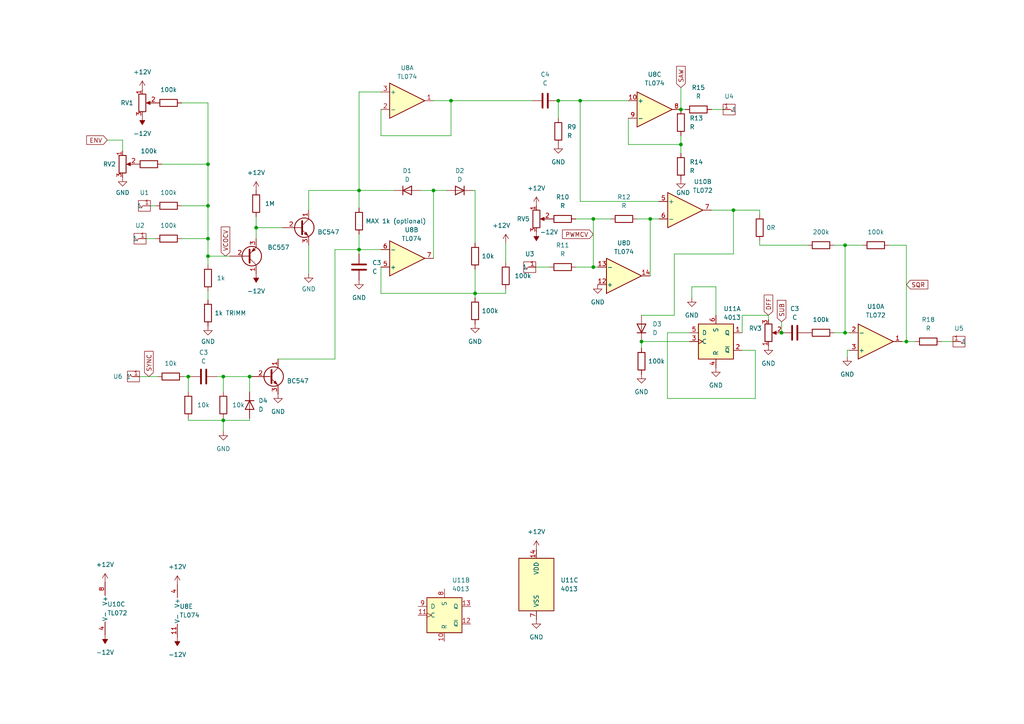
<source format=kicad_sch>
(kicad_sch
	(version 20231120)
	(generator "eeschema")
	(generator_version "8.0")
	(uuid "8f315951-8593-4aac-8702-e79a2115651e")
	(paper "A4")
	(lib_symbols
		(symbol "4xxx:4013"
			(pin_names
				(offset 1.016)
			)
			(exclude_from_sim no)
			(in_bom yes)
			(on_board yes)
			(property "Reference" "U"
				(at -7.62 8.89 0)
				(effects
					(font
						(size 1.27 1.27)
					)
				)
			)
			(property "Value" "4013"
				(at -7.62 -8.89 0)
				(effects
					(font
						(size 1.27 1.27)
					)
				)
			)
			(property "Footprint" ""
				(at 0 0 0)
				(effects
					(font
						(size 1.27 1.27)
					)
					(hide yes)
				)
			)
			(property "Datasheet" "http://www.onsemi.com/pub/Collateral/MC14013B-D.PDF"
				(at 0 0 0)
				(effects
					(font
						(size 1.27 1.27)
					)
					(hide yes)
				)
			)
			(property "Description" "Dual D  FlipFlop, Set & reset"
				(at 0 0 0)
				(effects
					(font
						(size 1.27 1.27)
					)
					(hide yes)
				)
			)
			(property "ki_locked" ""
				(at 0 0 0)
				(effects
					(font
						(size 1.27 1.27)
					)
				)
			)
			(property "ki_keywords" "CMOS DFF"
				(at 0 0 0)
				(effects
					(font
						(size 1.27 1.27)
					)
					(hide yes)
				)
			)
			(property "ki_fp_filters" "DIP*W7.62mm* SOIC*3.9x9.9mm*P1.27mm* TSSOP*4.4x5mm*P0.65mm*"
				(at 0 0 0)
				(effects
					(font
						(size 1.27 1.27)
					)
					(hide yes)
				)
			)
			(symbol "4013_1_1"
				(rectangle
					(start -5.08 5.08)
					(end 5.08 -5.08)
					(stroke
						(width 0.254)
						(type default)
					)
					(fill
						(type background)
					)
				)
				(pin output line
					(at 7.62 2.54 180)
					(length 2.54)
					(name "Q"
						(effects
							(font
								(size 1.27 1.27)
							)
						)
					)
					(number "1"
						(effects
							(font
								(size 1.27 1.27)
							)
						)
					)
				)
				(pin output line
					(at 7.62 -2.54 180)
					(length 2.54)
					(name "~{Q}"
						(effects
							(font
								(size 1.27 1.27)
							)
						)
					)
					(number "2"
						(effects
							(font
								(size 1.27 1.27)
							)
						)
					)
				)
				(pin input clock
					(at -7.62 0 0)
					(length 2.54)
					(name "C"
						(effects
							(font
								(size 1.27 1.27)
							)
						)
					)
					(number "3"
						(effects
							(font
								(size 1.27 1.27)
							)
						)
					)
				)
				(pin input line
					(at 0 -7.62 90)
					(length 2.54)
					(name "R"
						(effects
							(font
								(size 1.27 1.27)
							)
						)
					)
					(number "4"
						(effects
							(font
								(size 1.27 1.27)
							)
						)
					)
				)
				(pin input line
					(at -7.62 2.54 0)
					(length 2.54)
					(name "D"
						(effects
							(font
								(size 1.27 1.27)
							)
						)
					)
					(number "5"
						(effects
							(font
								(size 1.27 1.27)
							)
						)
					)
				)
				(pin input line
					(at 0 7.62 270)
					(length 2.54)
					(name "S"
						(effects
							(font
								(size 1.27 1.27)
							)
						)
					)
					(number "6"
						(effects
							(font
								(size 1.27 1.27)
							)
						)
					)
				)
			)
			(symbol "4013_2_1"
				(rectangle
					(start -5.08 5.08)
					(end 5.08 -5.08)
					(stroke
						(width 0.254)
						(type default)
					)
					(fill
						(type background)
					)
				)
				(pin input line
					(at 0 -7.62 90)
					(length 2.54)
					(name "R"
						(effects
							(font
								(size 1.27 1.27)
							)
						)
					)
					(number "10"
						(effects
							(font
								(size 1.27 1.27)
							)
						)
					)
				)
				(pin input clock
					(at -7.62 0 0)
					(length 2.54)
					(name "C"
						(effects
							(font
								(size 1.27 1.27)
							)
						)
					)
					(number "11"
						(effects
							(font
								(size 1.27 1.27)
							)
						)
					)
				)
				(pin output line
					(at 7.62 -2.54 180)
					(length 2.54)
					(name "~{Q}"
						(effects
							(font
								(size 1.27 1.27)
							)
						)
					)
					(number "12"
						(effects
							(font
								(size 1.27 1.27)
							)
						)
					)
				)
				(pin output line
					(at 7.62 2.54 180)
					(length 2.54)
					(name "Q"
						(effects
							(font
								(size 1.27 1.27)
							)
						)
					)
					(number "13"
						(effects
							(font
								(size 1.27 1.27)
							)
						)
					)
				)
				(pin input line
					(at 0 7.62 270)
					(length 2.54)
					(name "S"
						(effects
							(font
								(size 1.27 1.27)
							)
						)
					)
					(number "8"
						(effects
							(font
								(size 1.27 1.27)
							)
						)
					)
				)
				(pin input line
					(at -7.62 2.54 0)
					(length 2.54)
					(name "D"
						(effects
							(font
								(size 1.27 1.27)
							)
						)
					)
					(number "9"
						(effects
							(font
								(size 1.27 1.27)
							)
						)
					)
				)
			)
			(symbol "4013_3_0"
				(pin power_in line
					(at 0 10.16 270)
					(length 2.54)
					(name "VDD"
						(effects
							(font
								(size 1.27 1.27)
							)
						)
					)
					(number "14"
						(effects
							(font
								(size 1.27 1.27)
							)
						)
					)
				)
				(pin power_in line
					(at 0 -10.16 90)
					(length 2.54)
					(name "VSS"
						(effects
							(font
								(size 1.27 1.27)
							)
						)
					)
					(number "7"
						(effects
							(font
								(size 1.27 1.27)
							)
						)
					)
				)
			)
			(symbol "4013_3_1"
				(rectangle
					(start -5.08 7.62)
					(end 5.08 -7.62)
					(stroke
						(width 0.254)
						(type default)
					)
					(fill
						(type background)
					)
				)
			)
		)
		(symbol "Amplifier_Operational:TL072"
			(pin_names
				(offset 0.127)
			)
			(exclude_from_sim no)
			(in_bom yes)
			(on_board yes)
			(property "Reference" "U"
				(at 0 5.08 0)
				(effects
					(font
						(size 1.27 1.27)
					)
					(justify left)
				)
			)
			(property "Value" "TL072"
				(at 0 -5.08 0)
				(effects
					(font
						(size 1.27 1.27)
					)
					(justify left)
				)
			)
			(property "Footprint" ""
				(at 0 0 0)
				(effects
					(font
						(size 1.27 1.27)
					)
					(hide yes)
				)
			)
			(property "Datasheet" "http://www.ti.com/lit/ds/symlink/tl071.pdf"
				(at 0 0 0)
				(effects
					(font
						(size 1.27 1.27)
					)
					(hide yes)
				)
			)
			(property "Description" "Dual Low-Noise JFET-Input Operational Amplifiers, DIP-8/SOIC-8"
				(at 0 0 0)
				(effects
					(font
						(size 1.27 1.27)
					)
					(hide yes)
				)
			)
			(property "ki_locked" ""
				(at 0 0 0)
				(effects
					(font
						(size 1.27 1.27)
					)
				)
			)
			(property "ki_keywords" "dual opamp"
				(at 0 0 0)
				(effects
					(font
						(size 1.27 1.27)
					)
					(hide yes)
				)
			)
			(property "ki_fp_filters" "SOIC*3.9x4.9mm*P1.27mm* DIP*W7.62mm* TO*99* OnSemi*Micro8* TSSOP*3x3mm*P0.65mm* TSSOP*4.4x3mm*P0.65mm* MSOP*3x3mm*P0.65mm* SSOP*3.9x4.9mm*P0.635mm* LFCSP*2x2mm*P0.5mm* *SIP* SOIC*5.3x6.2mm*P1.27mm*"
				(at 0 0 0)
				(effects
					(font
						(size 1.27 1.27)
					)
					(hide yes)
				)
			)
			(symbol "TL072_1_1"
				(polyline
					(pts
						(xy -5.08 5.08) (xy 5.08 0) (xy -5.08 -5.08) (xy -5.08 5.08)
					)
					(stroke
						(width 0.254)
						(type default)
					)
					(fill
						(type background)
					)
				)
				(pin output line
					(at 7.62 0 180)
					(length 2.54)
					(name "~"
						(effects
							(font
								(size 1.27 1.27)
							)
						)
					)
					(number "1"
						(effects
							(font
								(size 1.27 1.27)
							)
						)
					)
				)
				(pin input line
					(at -7.62 -2.54 0)
					(length 2.54)
					(name "-"
						(effects
							(font
								(size 1.27 1.27)
							)
						)
					)
					(number "2"
						(effects
							(font
								(size 1.27 1.27)
							)
						)
					)
				)
				(pin input line
					(at -7.62 2.54 0)
					(length 2.54)
					(name "+"
						(effects
							(font
								(size 1.27 1.27)
							)
						)
					)
					(number "3"
						(effects
							(font
								(size 1.27 1.27)
							)
						)
					)
				)
			)
			(symbol "TL072_2_1"
				(polyline
					(pts
						(xy -5.08 5.08) (xy 5.08 0) (xy -5.08 -5.08) (xy -5.08 5.08)
					)
					(stroke
						(width 0.254)
						(type default)
					)
					(fill
						(type background)
					)
				)
				(pin input line
					(at -7.62 2.54 0)
					(length 2.54)
					(name "+"
						(effects
							(font
								(size 1.27 1.27)
							)
						)
					)
					(number "5"
						(effects
							(font
								(size 1.27 1.27)
							)
						)
					)
				)
				(pin input line
					(at -7.62 -2.54 0)
					(length 2.54)
					(name "-"
						(effects
							(font
								(size 1.27 1.27)
							)
						)
					)
					(number "6"
						(effects
							(font
								(size 1.27 1.27)
							)
						)
					)
				)
				(pin output line
					(at 7.62 0 180)
					(length 2.54)
					(name "~"
						(effects
							(font
								(size 1.27 1.27)
							)
						)
					)
					(number "7"
						(effects
							(font
								(size 1.27 1.27)
							)
						)
					)
				)
			)
			(symbol "TL072_3_1"
				(pin power_in line
					(at -2.54 -7.62 90)
					(length 3.81)
					(name "V-"
						(effects
							(font
								(size 1.27 1.27)
							)
						)
					)
					(number "4"
						(effects
							(font
								(size 1.27 1.27)
							)
						)
					)
				)
				(pin power_in line
					(at -2.54 7.62 270)
					(length 3.81)
					(name "V+"
						(effects
							(font
								(size 1.27 1.27)
							)
						)
					)
					(number "8"
						(effects
							(font
								(size 1.27 1.27)
							)
						)
					)
				)
			)
		)
		(symbol "Amplifier_Operational:TL074"
			(pin_names
				(offset 0.127)
			)
			(exclude_from_sim no)
			(in_bom yes)
			(on_board yes)
			(property "Reference" "U"
				(at 0 5.08 0)
				(effects
					(font
						(size 1.27 1.27)
					)
					(justify left)
				)
			)
			(property "Value" "TL074"
				(at 0 -5.08 0)
				(effects
					(font
						(size 1.27 1.27)
					)
					(justify left)
				)
			)
			(property "Footprint" ""
				(at -1.27 2.54 0)
				(effects
					(font
						(size 1.27 1.27)
					)
					(hide yes)
				)
			)
			(property "Datasheet" "http://www.ti.com/lit/ds/symlink/tl071.pdf"
				(at 1.27 5.08 0)
				(effects
					(font
						(size 1.27 1.27)
					)
					(hide yes)
				)
			)
			(property "Description" "Quad Low-Noise JFET-Input Operational Amplifiers, DIP-14/SOIC-14"
				(at 0 0 0)
				(effects
					(font
						(size 1.27 1.27)
					)
					(hide yes)
				)
			)
			(property "ki_locked" ""
				(at 0 0 0)
				(effects
					(font
						(size 1.27 1.27)
					)
				)
			)
			(property "ki_keywords" "quad opamp"
				(at 0 0 0)
				(effects
					(font
						(size 1.27 1.27)
					)
					(hide yes)
				)
			)
			(property "ki_fp_filters" "SOIC*3.9x8.7mm*P1.27mm* DIP*W7.62mm* TSSOP*4.4x5mm*P0.65mm* SSOP*5.3x6.2mm*P0.65mm* MSOP*3x3mm*P0.5mm*"
				(at 0 0 0)
				(effects
					(font
						(size 1.27 1.27)
					)
					(hide yes)
				)
			)
			(symbol "TL074_1_1"
				(polyline
					(pts
						(xy -5.08 5.08) (xy 5.08 0) (xy -5.08 -5.08) (xy -5.08 5.08)
					)
					(stroke
						(width 0.254)
						(type default)
					)
					(fill
						(type background)
					)
				)
				(pin output line
					(at 7.62 0 180)
					(length 2.54)
					(name "~"
						(effects
							(font
								(size 1.27 1.27)
							)
						)
					)
					(number "1"
						(effects
							(font
								(size 1.27 1.27)
							)
						)
					)
				)
				(pin input line
					(at -7.62 -2.54 0)
					(length 2.54)
					(name "-"
						(effects
							(font
								(size 1.27 1.27)
							)
						)
					)
					(number "2"
						(effects
							(font
								(size 1.27 1.27)
							)
						)
					)
				)
				(pin input line
					(at -7.62 2.54 0)
					(length 2.54)
					(name "+"
						(effects
							(font
								(size 1.27 1.27)
							)
						)
					)
					(number "3"
						(effects
							(font
								(size 1.27 1.27)
							)
						)
					)
				)
			)
			(symbol "TL074_2_1"
				(polyline
					(pts
						(xy -5.08 5.08) (xy 5.08 0) (xy -5.08 -5.08) (xy -5.08 5.08)
					)
					(stroke
						(width 0.254)
						(type default)
					)
					(fill
						(type background)
					)
				)
				(pin input line
					(at -7.62 2.54 0)
					(length 2.54)
					(name "+"
						(effects
							(font
								(size 1.27 1.27)
							)
						)
					)
					(number "5"
						(effects
							(font
								(size 1.27 1.27)
							)
						)
					)
				)
				(pin input line
					(at -7.62 -2.54 0)
					(length 2.54)
					(name "-"
						(effects
							(font
								(size 1.27 1.27)
							)
						)
					)
					(number "6"
						(effects
							(font
								(size 1.27 1.27)
							)
						)
					)
				)
				(pin output line
					(at 7.62 0 180)
					(length 2.54)
					(name "~"
						(effects
							(font
								(size 1.27 1.27)
							)
						)
					)
					(number "7"
						(effects
							(font
								(size 1.27 1.27)
							)
						)
					)
				)
			)
			(symbol "TL074_3_1"
				(polyline
					(pts
						(xy -5.08 5.08) (xy 5.08 0) (xy -5.08 -5.08) (xy -5.08 5.08)
					)
					(stroke
						(width 0.254)
						(type default)
					)
					(fill
						(type background)
					)
				)
				(pin input line
					(at -7.62 2.54 0)
					(length 2.54)
					(name "+"
						(effects
							(font
								(size 1.27 1.27)
							)
						)
					)
					(number "10"
						(effects
							(font
								(size 1.27 1.27)
							)
						)
					)
				)
				(pin output line
					(at 7.62 0 180)
					(length 2.54)
					(name "~"
						(effects
							(font
								(size 1.27 1.27)
							)
						)
					)
					(number "8"
						(effects
							(font
								(size 1.27 1.27)
							)
						)
					)
				)
				(pin input line
					(at -7.62 -2.54 0)
					(length 2.54)
					(name "-"
						(effects
							(font
								(size 1.27 1.27)
							)
						)
					)
					(number "9"
						(effects
							(font
								(size 1.27 1.27)
							)
						)
					)
				)
			)
			(symbol "TL074_4_1"
				(polyline
					(pts
						(xy -5.08 5.08) (xy 5.08 0) (xy -5.08 -5.08) (xy -5.08 5.08)
					)
					(stroke
						(width 0.254)
						(type default)
					)
					(fill
						(type background)
					)
				)
				(pin input line
					(at -7.62 2.54 0)
					(length 2.54)
					(name "+"
						(effects
							(font
								(size 1.27 1.27)
							)
						)
					)
					(number "12"
						(effects
							(font
								(size 1.27 1.27)
							)
						)
					)
				)
				(pin input line
					(at -7.62 -2.54 0)
					(length 2.54)
					(name "-"
						(effects
							(font
								(size 1.27 1.27)
							)
						)
					)
					(number "13"
						(effects
							(font
								(size 1.27 1.27)
							)
						)
					)
				)
				(pin output line
					(at 7.62 0 180)
					(length 2.54)
					(name "~"
						(effects
							(font
								(size 1.27 1.27)
							)
						)
					)
					(number "14"
						(effects
							(font
								(size 1.27 1.27)
							)
						)
					)
				)
			)
			(symbol "TL074_5_1"
				(pin power_in line
					(at -2.54 -7.62 90)
					(length 3.81)
					(name "V-"
						(effects
							(font
								(size 1.27 1.27)
							)
						)
					)
					(number "11"
						(effects
							(font
								(size 1.27 1.27)
							)
						)
					)
				)
				(pin power_in line
					(at -2.54 7.62 270)
					(length 3.81)
					(name "V+"
						(effects
							(font
								(size 1.27 1.27)
							)
						)
					)
					(number "4"
						(effects
							(font
								(size 1.27 1.27)
							)
						)
					)
				)
			)
		)
		(symbol "Device:C"
			(pin_numbers hide)
			(pin_names
				(offset 0.254)
			)
			(exclude_from_sim no)
			(in_bom yes)
			(on_board yes)
			(property "Reference" "C"
				(at 0.635 2.54 0)
				(effects
					(font
						(size 1.27 1.27)
					)
					(justify left)
				)
			)
			(property "Value" "C"
				(at 0.635 -2.54 0)
				(effects
					(font
						(size 1.27 1.27)
					)
					(justify left)
				)
			)
			(property "Footprint" ""
				(at 0.9652 -3.81 0)
				(effects
					(font
						(size 1.27 1.27)
					)
					(hide yes)
				)
			)
			(property "Datasheet" "~"
				(at 0 0 0)
				(effects
					(font
						(size 1.27 1.27)
					)
					(hide yes)
				)
			)
			(property "Description" "Unpolarized capacitor"
				(at 0 0 0)
				(effects
					(font
						(size 1.27 1.27)
					)
					(hide yes)
				)
			)
			(property "ki_keywords" "cap capacitor"
				(at 0 0 0)
				(effects
					(font
						(size 1.27 1.27)
					)
					(hide yes)
				)
			)
			(property "ki_fp_filters" "C_*"
				(at 0 0 0)
				(effects
					(font
						(size 1.27 1.27)
					)
					(hide yes)
				)
			)
			(symbol "C_0_1"
				(polyline
					(pts
						(xy -2.032 -0.762) (xy 2.032 -0.762)
					)
					(stroke
						(width 0.508)
						(type default)
					)
					(fill
						(type none)
					)
				)
				(polyline
					(pts
						(xy -2.032 0.762) (xy 2.032 0.762)
					)
					(stroke
						(width 0.508)
						(type default)
					)
					(fill
						(type none)
					)
				)
			)
			(symbol "C_1_1"
				(pin passive line
					(at 0 3.81 270)
					(length 2.794)
					(name "~"
						(effects
							(font
								(size 1.27 1.27)
							)
						)
					)
					(number "1"
						(effects
							(font
								(size 1.27 1.27)
							)
						)
					)
				)
				(pin passive line
					(at 0 -3.81 90)
					(length 2.794)
					(name "~"
						(effects
							(font
								(size 1.27 1.27)
							)
						)
					)
					(number "2"
						(effects
							(font
								(size 1.27 1.27)
							)
						)
					)
				)
			)
		)
		(symbol "Device:D"
			(pin_numbers hide)
			(pin_names
				(offset 1.016) hide)
			(exclude_from_sim no)
			(in_bom yes)
			(on_board yes)
			(property "Reference" "D"
				(at 0 2.54 0)
				(effects
					(font
						(size 1.27 1.27)
					)
				)
			)
			(property "Value" "D"
				(at 0 -2.54 0)
				(effects
					(font
						(size 1.27 1.27)
					)
				)
			)
			(property "Footprint" ""
				(at 0 0 0)
				(effects
					(font
						(size 1.27 1.27)
					)
					(hide yes)
				)
			)
			(property "Datasheet" "~"
				(at 0 0 0)
				(effects
					(font
						(size 1.27 1.27)
					)
					(hide yes)
				)
			)
			(property "Description" "Diode"
				(at 0 0 0)
				(effects
					(font
						(size 1.27 1.27)
					)
					(hide yes)
				)
			)
			(property "Sim.Device" "D"
				(at 0 0 0)
				(effects
					(font
						(size 1.27 1.27)
					)
					(hide yes)
				)
			)
			(property "Sim.Pins" "1=K 2=A"
				(at 0 0 0)
				(effects
					(font
						(size 1.27 1.27)
					)
					(hide yes)
				)
			)
			(property "ki_keywords" "diode"
				(at 0 0 0)
				(effects
					(font
						(size 1.27 1.27)
					)
					(hide yes)
				)
			)
			(property "ki_fp_filters" "TO-???* *_Diode_* *SingleDiode* D_*"
				(at 0 0 0)
				(effects
					(font
						(size 1.27 1.27)
					)
					(hide yes)
				)
			)
			(symbol "D_0_1"
				(polyline
					(pts
						(xy -1.27 1.27) (xy -1.27 -1.27)
					)
					(stroke
						(width 0.254)
						(type default)
					)
					(fill
						(type none)
					)
				)
				(polyline
					(pts
						(xy 1.27 0) (xy -1.27 0)
					)
					(stroke
						(width 0)
						(type default)
					)
					(fill
						(type none)
					)
				)
				(polyline
					(pts
						(xy 1.27 1.27) (xy 1.27 -1.27) (xy -1.27 0) (xy 1.27 1.27)
					)
					(stroke
						(width 0.254)
						(type default)
					)
					(fill
						(type none)
					)
				)
			)
			(symbol "D_1_1"
				(pin passive line
					(at -3.81 0 0)
					(length 2.54)
					(name "K"
						(effects
							(font
								(size 1.27 1.27)
							)
						)
					)
					(number "1"
						(effects
							(font
								(size 1.27 1.27)
							)
						)
					)
				)
				(pin passive line
					(at 3.81 0 180)
					(length 2.54)
					(name "A"
						(effects
							(font
								(size 1.27 1.27)
							)
						)
					)
					(number "2"
						(effects
							(font
								(size 1.27 1.27)
							)
						)
					)
				)
			)
		)
		(symbol "Device:R"
			(pin_numbers hide)
			(pin_names
				(offset 0)
			)
			(exclude_from_sim no)
			(in_bom yes)
			(on_board yes)
			(property "Reference" "R"
				(at 2.032 0 90)
				(effects
					(font
						(size 1.27 1.27)
					)
				)
			)
			(property "Value" "R"
				(at 0 0 90)
				(effects
					(font
						(size 1.27 1.27)
					)
				)
			)
			(property "Footprint" ""
				(at -1.778 0 90)
				(effects
					(font
						(size 1.27 1.27)
					)
					(hide yes)
				)
			)
			(property "Datasheet" "~"
				(at 0 0 0)
				(effects
					(font
						(size 1.27 1.27)
					)
					(hide yes)
				)
			)
			(property "Description" "Resistor"
				(at 0 0 0)
				(effects
					(font
						(size 1.27 1.27)
					)
					(hide yes)
				)
			)
			(property "ki_keywords" "R res resistor"
				(at 0 0 0)
				(effects
					(font
						(size 1.27 1.27)
					)
					(hide yes)
				)
			)
			(property "ki_fp_filters" "R_*"
				(at 0 0 0)
				(effects
					(font
						(size 1.27 1.27)
					)
					(hide yes)
				)
			)
			(symbol "R_0_1"
				(rectangle
					(start -1.016 -2.54)
					(end 1.016 2.54)
					(stroke
						(width 0.254)
						(type default)
					)
					(fill
						(type none)
					)
				)
			)
			(symbol "R_1_1"
				(pin passive line
					(at 0 3.81 270)
					(length 1.27)
					(name "~"
						(effects
							(font
								(size 1.27 1.27)
							)
						)
					)
					(number "1"
						(effects
							(font
								(size 1.27 1.27)
							)
						)
					)
				)
				(pin passive line
					(at 0 -3.81 90)
					(length 1.27)
					(name "~"
						(effects
							(font
								(size 1.27 1.27)
							)
						)
					)
					(number "2"
						(effects
							(font
								(size 1.27 1.27)
							)
						)
					)
				)
			)
		)
		(symbol "Device:R_Potentiometer"
			(pin_names
				(offset 1.016) hide)
			(exclude_from_sim no)
			(in_bom yes)
			(on_board yes)
			(property "Reference" "RV"
				(at -4.445 0 90)
				(effects
					(font
						(size 1.27 1.27)
					)
				)
			)
			(property "Value" "R_Potentiometer"
				(at -2.54 0 90)
				(effects
					(font
						(size 1.27 1.27)
					)
				)
			)
			(property "Footprint" ""
				(at 0 0 0)
				(effects
					(font
						(size 1.27 1.27)
					)
					(hide yes)
				)
			)
			(property "Datasheet" "~"
				(at 0 0 0)
				(effects
					(font
						(size 1.27 1.27)
					)
					(hide yes)
				)
			)
			(property "Description" "Potentiometer"
				(at 0 0 0)
				(effects
					(font
						(size 1.27 1.27)
					)
					(hide yes)
				)
			)
			(property "ki_keywords" "resistor variable"
				(at 0 0 0)
				(effects
					(font
						(size 1.27 1.27)
					)
					(hide yes)
				)
			)
			(property "ki_fp_filters" "Potentiometer*"
				(at 0 0 0)
				(effects
					(font
						(size 1.27 1.27)
					)
					(hide yes)
				)
			)
			(symbol "R_Potentiometer_0_1"
				(polyline
					(pts
						(xy 2.54 0) (xy 1.524 0)
					)
					(stroke
						(width 0)
						(type default)
					)
					(fill
						(type none)
					)
				)
				(polyline
					(pts
						(xy 1.143 0) (xy 2.286 0.508) (xy 2.286 -0.508) (xy 1.143 0)
					)
					(stroke
						(width 0)
						(type default)
					)
					(fill
						(type outline)
					)
				)
				(rectangle
					(start 1.016 2.54)
					(end -1.016 -2.54)
					(stroke
						(width 0.254)
						(type default)
					)
					(fill
						(type none)
					)
				)
			)
			(symbol "R_Potentiometer_1_1"
				(pin passive line
					(at 0 3.81 270)
					(length 1.27)
					(name "1"
						(effects
							(font
								(size 1.27 1.27)
							)
						)
					)
					(number "1"
						(effects
							(font
								(size 1.27 1.27)
							)
						)
					)
				)
				(pin passive line
					(at 3.81 0 180)
					(length 1.27)
					(name "2"
						(effects
							(font
								(size 1.27 1.27)
							)
						)
					)
					(number "2"
						(effects
							(font
								(size 1.27 1.27)
							)
						)
					)
				)
				(pin passive line
					(at 0 -3.81 90)
					(length 1.27)
					(name "3"
						(effects
							(font
								(size 1.27 1.27)
							)
						)
					)
					(number "3"
						(effects
							(font
								(size 1.27 1.27)
							)
						)
					)
				)
			)
		)
		(symbol "HEJ:Aux_flush"
			(exclude_from_sim no)
			(in_bom yes)
			(on_board yes)
			(property "Reference" "U"
				(at -0.0508 5.3848 0)
				(effects
					(font
						(size 1.27 1.27)
					)
				)
			)
			(property "Value" "Aux_flush"
				(at 0 3.5052 0)
				(effects
					(font
						(size 1.27 1.27)
					)
					(hide yes)
				)
			)
			(property "Footprint" ""
				(at 0 0 0)
				(effects
					(font
						(size 1.27 1.27)
					)
					(hide yes)
				)
			)
			(property "Datasheet" ""
				(at 0 0 0)
				(effects
					(font
						(size 1.27 1.27)
					)
					(hide yes)
				)
			)
			(property "Description" ""
				(at 0 0 0)
				(effects
					(font
						(size 1.27 1.27)
					)
					(hide yes)
				)
			)
			(symbol "Aux_flush_0_1"
				(rectangle
					(start -1.778 1.524)
					(end 1.7272 -1.5748)
					(stroke
						(width 0)
						(type default)
					)
					(fill
						(type none)
					)
				)
				(polyline
					(pts
						(xy -1.2192 0.0508) (xy -0.8636 -0.6604) (xy -0.5588 0) (xy 1.6764 0)
					)
					(stroke
						(width 0)
						(type default)
					)
					(fill
						(type none)
					)
				)
			)
			(symbol "Aux_flush_1_1"
				(pin bidirectional line
					(at 1.7272 0 180)
					(length 2)
					(name "1"
						(effects
							(font
								(size 1.27 1.27)
							)
						)
					)
					(number "1"
						(effects
							(font
								(size 1.27 1.27)
							)
						)
					)
				)
			)
		)
		(symbol "Transistor_BJT:BC547"
			(pin_names
				(offset 0) hide)
			(exclude_from_sim no)
			(in_bom yes)
			(on_board yes)
			(property "Reference" "Q"
				(at 5.08 1.905 0)
				(effects
					(font
						(size 1.27 1.27)
					)
					(justify left)
				)
			)
			(property "Value" "BC547"
				(at 5.08 0 0)
				(effects
					(font
						(size 1.27 1.27)
					)
					(justify left)
				)
			)
			(property "Footprint" "Package_TO_SOT_THT:TO-92_Inline"
				(at 5.08 -1.905 0)
				(effects
					(font
						(size 1.27 1.27)
						(italic yes)
					)
					(justify left)
					(hide yes)
				)
			)
			(property "Datasheet" "https://www.onsemi.com/pub/Collateral/BC550-D.pdf"
				(at 0 0 0)
				(effects
					(font
						(size 1.27 1.27)
					)
					(justify left)
					(hide yes)
				)
			)
			(property "Description" "0.1A Ic, 45V Vce, Small Signal NPN Transistor, TO-92"
				(at 0 0 0)
				(effects
					(font
						(size 1.27 1.27)
					)
					(hide yes)
				)
			)
			(property "ki_keywords" "NPN Transistor"
				(at 0 0 0)
				(effects
					(font
						(size 1.27 1.27)
					)
					(hide yes)
				)
			)
			(property "ki_fp_filters" "TO?92*"
				(at 0 0 0)
				(effects
					(font
						(size 1.27 1.27)
					)
					(hide yes)
				)
			)
			(symbol "BC547_0_1"
				(polyline
					(pts
						(xy 0 0) (xy 0.635 0)
					)
					(stroke
						(width 0)
						(type default)
					)
					(fill
						(type none)
					)
				)
				(polyline
					(pts
						(xy 0.635 0.635) (xy 2.54 2.54)
					)
					(stroke
						(width 0)
						(type default)
					)
					(fill
						(type none)
					)
				)
				(polyline
					(pts
						(xy 0.635 -0.635) (xy 2.54 -2.54) (xy 2.54 -2.54)
					)
					(stroke
						(width 0)
						(type default)
					)
					(fill
						(type none)
					)
				)
				(polyline
					(pts
						(xy 0.635 1.905) (xy 0.635 -1.905) (xy 0.635 -1.905)
					)
					(stroke
						(width 0.508)
						(type default)
					)
					(fill
						(type none)
					)
				)
				(polyline
					(pts
						(xy 1.27 -1.778) (xy 1.778 -1.27) (xy 2.286 -2.286) (xy 1.27 -1.778) (xy 1.27 -1.778)
					)
					(stroke
						(width 0)
						(type default)
					)
					(fill
						(type outline)
					)
				)
				(circle
					(center 1.27 0)
					(radius 2.8194)
					(stroke
						(width 0.254)
						(type default)
					)
					(fill
						(type none)
					)
				)
			)
			(symbol "BC547_1_1"
				(pin passive line
					(at 2.54 5.08 270)
					(length 2.54)
					(name "C"
						(effects
							(font
								(size 1.27 1.27)
							)
						)
					)
					(number "1"
						(effects
							(font
								(size 1.27 1.27)
							)
						)
					)
				)
				(pin input line
					(at -5.08 0 0)
					(length 5.08)
					(name "B"
						(effects
							(font
								(size 1.27 1.27)
							)
						)
					)
					(number "2"
						(effects
							(font
								(size 1.27 1.27)
							)
						)
					)
				)
				(pin passive line
					(at 2.54 -5.08 90)
					(length 2.54)
					(name "E"
						(effects
							(font
								(size 1.27 1.27)
							)
						)
					)
					(number "3"
						(effects
							(font
								(size 1.27 1.27)
							)
						)
					)
				)
			)
		)
		(symbol "Transistor_BJT:BC557"
			(pin_names
				(offset 0) hide)
			(exclude_from_sim no)
			(in_bom yes)
			(on_board yes)
			(property "Reference" "Q"
				(at 5.08 1.905 0)
				(effects
					(font
						(size 1.27 1.27)
					)
					(justify left)
				)
			)
			(property "Value" "BC557"
				(at 5.08 0 0)
				(effects
					(font
						(size 1.27 1.27)
					)
					(justify left)
				)
			)
			(property "Footprint" "Package_TO_SOT_THT:TO-92_Inline"
				(at 5.08 -1.905 0)
				(effects
					(font
						(size 1.27 1.27)
						(italic yes)
					)
					(justify left)
					(hide yes)
				)
			)
			(property "Datasheet" "https://www.onsemi.com/pub/Collateral/BC556BTA-D.pdf"
				(at 0 0 0)
				(effects
					(font
						(size 1.27 1.27)
					)
					(justify left)
					(hide yes)
				)
			)
			(property "Description" "0.1A Ic, 45V Vce, PNP Small Signal Transistor, TO-92"
				(at 0 0 0)
				(effects
					(font
						(size 1.27 1.27)
					)
					(hide yes)
				)
			)
			(property "ki_keywords" "PNP Transistor"
				(at 0 0 0)
				(effects
					(font
						(size 1.27 1.27)
					)
					(hide yes)
				)
			)
			(property "ki_fp_filters" "TO?92*"
				(at 0 0 0)
				(effects
					(font
						(size 1.27 1.27)
					)
					(hide yes)
				)
			)
			(symbol "BC557_0_1"
				(polyline
					(pts
						(xy 0.635 0.635) (xy 2.54 2.54)
					)
					(stroke
						(width 0)
						(type default)
					)
					(fill
						(type none)
					)
				)
				(polyline
					(pts
						(xy 0.635 -0.635) (xy 2.54 -2.54) (xy 2.54 -2.54)
					)
					(stroke
						(width 0)
						(type default)
					)
					(fill
						(type none)
					)
				)
				(polyline
					(pts
						(xy 0.635 1.905) (xy 0.635 -1.905) (xy 0.635 -1.905)
					)
					(stroke
						(width 0.508)
						(type default)
					)
					(fill
						(type none)
					)
				)
				(polyline
					(pts
						(xy 2.286 -1.778) (xy 1.778 -2.286) (xy 1.27 -1.27) (xy 2.286 -1.778) (xy 2.286 -1.778)
					)
					(stroke
						(width 0)
						(type default)
					)
					(fill
						(type outline)
					)
				)
				(circle
					(center 1.27 0)
					(radius 2.8194)
					(stroke
						(width 0.254)
						(type default)
					)
					(fill
						(type none)
					)
				)
			)
			(symbol "BC557_1_1"
				(pin passive line
					(at 2.54 5.08 270)
					(length 2.54)
					(name "C"
						(effects
							(font
								(size 1.27 1.27)
							)
						)
					)
					(number "1"
						(effects
							(font
								(size 1.27 1.27)
							)
						)
					)
				)
				(pin input line
					(at -5.08 0 0)
					(length 5.715)
					(name "B"
						(effects
							(font
								(size 1.27 1.27)
							)
						)
					)
					(number "2"
						(effects
							(font
								(size 1.27 1.27)
							)
						)
					)
				)
				(pin passive line
					(at 2.54 -5.08 90)
					(length 2.54)
					(name "E"
						(effects
							(font
								(size 1.27 1.27)
							)
						)
					)
					(number "3"
						(effects
							(font
								(size 1.27 1.27)
							)
						)
					)
				)
			)
		)
		(symbol "power:+12V"
			(power)
			(pin_names
				(offset 0)
			)
			(exclude_from_sim no)
			(in_bom yes)
			(on_board yes)
			(property "Reference" "#PWR"
				(at 0 -3.81 0)
				(effects
					(font
						(size 1.27 1.27)
					)
					(hide yes)
				)
			)
			(property "Value" "+12V"
				(at 0 3.556 0)
				(effects
					(font
						(size 1.27 1.27)
					)
				)
			)
			(property "Footprint" ""
				(at 0 0 0)
				(effects
					(font
						(size 1.27 1.27)
					)
					(hide yes)
				)
			)
			(property "Datasheet" ""
				(at 0 0 0)
				(effects
					(font
						(size 1.27 1.27)
					)
					(hide yes)
				)
			)
			(property "Description" "Power symbol creates a global label with name \"+12V\""
				(at 0 0 0)
				(effects
					(font
						(size 1.27 1.27)
					)
					(hide yes)
				)
			)
			(property "ki_keywords" "global power"
				(at 0 0 0)
				(effects
					(font
						(size 1.27 1.27)
					)
					(hide yes)
				)
			)
			(symbol "+12V_0_1"
				(polyline
					(pts
						(xy -0.762 1.27) (xy 0 2.54)
					)
					(stroke
						(width 0)
						(type default)
					)
					(fill
						(type none)
					)
				)
				(polyline
					(pts
						(xy 0 0) (xy 0 2.54)
					)
					(stroke
						(width 0)
						(type default)
					)
					(fill
						(type none)
					)
				)
				(polyline
					(pts
						(xy 0 2.54) (xy 0.762 1.27)
					)
					(stroke
						(width 0)
						(type default)
					)
					(fill
						(type none)
					)
				)
			)
			(symbol "+12V_1_1"
				(pin power_in line
					(at 0 0 90)
					(length 0) hide
					(name "+12V"
						(effects
							(font
								(size 1.27 1.27)
							)
						)
					)
					(number "1"
						(effects
							(font
								(size 1.27 1.27)
							)
						)
					)
				)
			)
		)
		(symbol "power:-12V"
			(power)
			(pin_names
				(offset 0)
			)
			(exclude_from_sim no)
			(in_bom yes)
			(on_board yes)
			(property "Reference" "#PWR"
				(at 0 2.54 0)
				(effects
					(font
						(size 1.27 1.27)
					)
					(hide yes)
				)
			)
			(property "Value" "-12V"
				(at 0 3.81 0)
				(effects
					(font
						(size 1.27 1.27)
					)
				)
			)
			(property "Footprint" ""
				(at 0 0 0)
				(effects
					(font
						(size 1.27 1.27)
					)
					(hide yes)
				)
			)
			(property "Datasheet" ""
				(at 0 0 0)
				(effects
					(font
						(size 1.27 1.27)
					)
					(hide yes)
				)
			)
			(property "Description" "Power symbol creates a global label with name \"-12V\""
				(at 0 0 0)
				(effects
					(font
						(size 1.27 1.27)
					)
					(hide yes)
				)
			)
			(property "ki_keywords" "global power"
				(at 0 0 0)
				(effects
					(font
						(size 1.27 1.27)
					)
					(hide yes)
				)
			)
			(symbol "-12V_0_0"
				(pin power_in line
					(at 0 0 90)
					(length 0) hide
					(name "-12V"
						(effects
							(font
								(size 1.27 1.27)
							)
						)
					)
					(number "1"
						(effects
							(font
								(size 1.27 1.27)
							)
						)
					)
				)
			)
			(symbol "-12V_0_1"
				(polyline
					(pts
						(xy 0 0) (xy 0 1.27) (xy 0.762 1.27) (xy 0 2.54) (xy -0.762 1.27) (xy 0 1.27)
					)
					(stroke
						(width 0)
						(type default)
					)
					(fill
						(type outline)
					)
				)
			)
		)
		(symbol "power:GND"
			(power)
			(pin_names
				(offset 0)
			)
			(exclude_from_sim no)
			(in_bom yes)
			(on_board yes)
			(property "Reference" "#PWR"
				(at 0 -6.35 0)
				(effects
					(font
						(size 1.27 1.27)
					)
					(hide yes)
				)
			)
			(property "Value" "GND"
				(at 0 -3.81 0)
				(effects
					(font
						(size 1.27 1.27)
					)
				)
			)
			(property "Footprint" ""
				(at 0 0 0)
				(effects
					(font
						(size 1.27 1.27)
					)
					(hide yes)
				)
			)
			(property "Datasheet" ""
				(at 0 0 0)
				(effects
					(font
						(size 1.27 1.27)
					)
					(hide yes)
				)
			)
			(property "Description" "Power symbol creates a global label with name \"GND\" , ground"
				(at 0 0 0)
				(effects
					(font
						(size 1.27 1.27)
					)
					(hide yes)
				)
			)
			(property "ki_keywords" "global power"
				(at 0 0 0)
				(effects
					(font
						(size 1.27 1.27)
					)
					(hide yes)
				)
			)
			(symbol "GND_0_1"
				(polyline
					(pts
						(xy 0 0) (xy 0 -1.27) (xy 1.27 -1.27) (xy 0 -2.54) (xy -1.27 -1.27) (xy 0 -1.27)
					)
					(stroke
						(width 0)
						(type default)
					)
					(fill
						(type none)
					)
				)
			)
			(symbol "GND_1_1"
				(pin power_in line
					(at 0 0 270)
					(length 0) hide
					(name "GND"
						(effects
							(font
								(size 1.27 1.27)
							)
						)
					)
					(number "1"
						(effects
							(font
								(size 1.27 1.27)
							)
						)
					)
				)
			)
		)
	)
	(junction
		(at 188.595 63.5)
		(diameter 0)
		(color 0 0 0 0)
		(uuid "0ef84deb-5e98-4d4e-af77-3bec50ae3b41")
	)
	(junction
		(at 137.795 85.09)
		(diameter 0)
		(color 0 0 0 0)
		(uuid "119e38b2-eec3-4325-9da4-3ea828eb29cc")
	)
	(junction
		(at 245.11 96.52)
		(diameter 0)
		(color 0 0 0 0)
		(uuid "144f2c80-b045-49c4-9d04-885d6731a466")
	)
	(junction
		(at 74.295 66.04)
		(diameter 0)
		(color 0 0 0 0)
		(uuid "30f0bf68-c412-41db-bc66-ace3e3ccdc47")
	)
	(junction
		(at 54.61 109.22)
		(diameter 0)
		(color 0 0 0 0)
		(uuid "40979847-2a75-4f5e-a7d7-6bcad54ce8ab")
	)
	(junction
		(at 60.325 74.295)
		(diameter 0)
		(color 0 0 0 0)
		(uuid "46693ae9-7784-41d6-adc1-105fef63dd81")
	)
	(junction
		(at 60.325 59.69)
		(diameter 0)
		(color 0 0 0 0)
		(uuid "5489ca8a-4e66-4950-9511-15b6902d17eb")
	)
	(junction
		(at 172.085 63.5)
		(diameter 0)
		(color 0 0 0 0)
		(uuid "5eeb987e-3836-4583-85f0-7977825a7341")
	)
	(junction
		(at 212.725 60.96)
		(diameter 0)
		(color 0 0 0 0)
		(uuid "64d4e637-7c6a-4aad-89e8-a3bd06d4288f")
	)
	(junction
		(at 262.89 99.06)
		(diameter 0)
		(color 0 0 0 0)
		(uuid "6cea01d2-ad87-464c-ad10-2198d0701810")
	)
	(junction
		(at 104.14 55.245)
		(diameter 0)
		(color 0 0 0 0)
		(uuid "6f04d35e-61f0-4922-9752-530f7565d8a8")
	)
	(junction
		(at 186.055 99.06)
		(diameter 0)
		(color 0 0 0 0)
		(uuid "738d58c7-ca95-40ea-b58b-d76271d59a45")
	)
	(junction
		(at 168.275 29.21)
		(diameter 0)
		(color 0 0 0 0)
		(uuid "75f6b080-2051-4443-8874-a5e2c8337f6f")
	)
	(junction
		(at 161.925 29.21)
		(diameter 0)
		(color 0 0 0 0)
		(uuid "845e046b-6a6a-415e-90ed-c774a65106ba")
	)
	(junction
		(at 226.695 96.52)
		(diameter 0)
		(color 0 0 0 0)
		(uuid "945ef1aa-01a6-4ca3-aff2-cdb60ee51d68")
	)
	(junction
		(at 125.73 55.245)
		(diameter 0)
		(color 0 0 0 0)
		(uuid "a014746b-fe86-4ce9-8381-ee076c017677")
	)
	(junction
		(at 130.81 29.21)
		(diameter 0)
		(color 0 0 0 0)
		(uuid "a3b0cc51-502f-4f58-8675-7b40d9e4f029")
	)
	(junction
		(at 72.39 109.22)
		(diameter 0)
		(color 0 0 0 0)
		(uuid "abe1861e-f863-4354-9673-2b25321c271a")
	)
	(junction
		(at 60.325 47.625)
		(diameter 0)
		(color 0 0 0 0)
		(uuid "adbb99f9-2d48-4472-b1b3-b320af137101")
	)
	(junction
		(at 197.485 31.75)
		(diameter 0)
		(color 0 0 0 0)
		(uuid "b8322912-b5cb-4e4f-88df-7a49eaafc5e5")
	)
	(junction
		(at 60.325 69.215)
		(diameter 0)
		(color 0 0 0 0)
		(uuid "bef859eb-d45f-42e0-867b-67d6852e92a5")
	)
	(junction
		(at 64.77 109.22)
		(diameter 0)
		(color 0 0 0 0)
		(uuid "c129e611-5254-4e63-86dd-750f02ef75c4")
	)
	(junction
		(at 64.77 121.92)
		(diameter 0)
		(color 0 0 0 0)
		(uuid "c4c05009-2fd1-4d9c-b630-44fcd5f1c729")
	)
	(junction
		(at 172.085 77.47)
		(diameter 0)
		(color 0 0 0 0)
		(uuid "cb301604-2083-43f0-9a0d-39abdd37be81")
	)
	(junction
		(at 245.11 71.12)
		(diameter 0)
		(color 0 0 0 0)
		(uuid "cf69d241-dbc7-4ce1-bdaa-667654590687")
	)
	(junction
		(at 197.485 41.91)
		(diameter 0)
		(color 0 0 0 0)
		(uuid "fcfc7b42-8eb3-4053-92eb-1a976df96a63")
	)
	(junction
		(at 104.14 72.39)
		(diameter 0)
		(color 0 0 0 0)
		(uuid "fe74818c-e1f7-4299-9025-af9c38cb1df3")
	)
	(wire
		(pts
			(xy 137.795 55.245) (xy 137.795 70.485)
		)
		(stroke
			(width 0)
			(type default)
		)
		(uuid "0950cb52-5e7b-4528-903f-e7b8e140d7d7")
	)
	(wire
		(pts
			(xy 245.11 71.12) (xy 250.19 71.12)
		)
		(stroke
			(width 0)
			(type default)
		)
		(uuid "098aa2d4-bfd2-441d-95cc-44710356e74f")
	)
	(wire
		(pts
			(xy 215.265 91.44) (xy 222.885 91.44)
		)
		(stroke
			(width 0)
			(type default)
		)
		(uuid "0a58996f-6efd-441f-b7ba-1c3db0d253c0")
	)
	(wire
		(pts
			(xy 215.265 96.52) (xy 215.265 91.44)
		)
		(stroke
			(width 0)
			(type default)
		)
		(uuid "0f757a17-c60c-4247-adf8-ac1738922b61")
	)
	(wire
		(pts
			(xy 197.485 25.4) (xy 197.485 31.75)
		)
		(stroke
			(width 0)
			(type default)
		)
		(uuid "117b18c2-0c3d-4976-bc68-df66ea78125f")
	)
	(wire
		(pts
			(xy 60.325 86.995) (xy 60.325 84.455)
		)
		(stroke
			(width 0)
			(type default)
		)
		(uuid "14638c33-b50e-486f-a6b0-8cbabe410f33")
	)
	(wire
		(pts
			(xy 146.685 85.09) (xy 146.685 83.82)
		)
		(stroke
			(width 0)
			(type default)
		)
		(uuid "1856fbbe-ce23-49e2-9df6-4ff76f1199eb")
	)
	(wire
		(pts
			(xy 186.055 100.965) (xy 186.055 99.06)
		)
		(stroke
			(width 0)
			(type default)
		)
		(uuid "193c76c9-2fbc-40b0-8bc6-5abda2850112")
	)
	(wire
		(pts
			(xy 54.61 109.22) (xy 55.245 109.22)
		)
		(stroke
			(width 0)
			(type default)
		)
		(uuid "19413e40-4386-4e80-a3dd-86fa288794d0")
	)
	(wire
		(pts
			(xy 104.14 72.39) (xy 110.49 72.39)
		)
		(stroke
			(width 0)
			(type default)
		)
		(uuid "1a620f7e-16dd-4013-a087-48424037bd31")
	)
	(wire
		(pts
			(xy 40.4622 109.22) (xy 45.72 109.22)
		)
		(stroke
			(width 0)
			(type default)
		)
		(uuid "1b11514f-b060-4cef-96e0-20dbdeb7657f")
	)
	(wire
		(pts
			(xy 64.77 121.92) (xy 64.77 125.095)
		)
		(stroke
			(width 0)
			(type default)
		)
		(uuid "27a04b7e-378e-4fb0-8ad3-bba03056496d")
	)
	(wire
		(pts
			(xy 172.085 63.5) (xy 177.165 63.5)
		)
		(stroke
			(width 0)
			(type default)
		)
		(uuid "2bd74312-ff3f-491a-b044-cb170765602f")
	)
	(wire
		(pts
			(xy 72.39 109.22) (xy 72.39 113.665)
		)
		(stroke
			(width 0)
			(type default)
		)
		(uuid "2cd025c1-2140-404b-b1b4-5dcf17059da1")
	)
	(wire
		(pts
			(xy 125.73 29.21) (xy 130.81 29.21)
		)
		(stroke
			(width 0)
			(type default)
		)
		(uuid "2fc0c638-74d2-4f8a-ac4f-9795d93972a7")
	)
	(wire
		(pts
			(xy 168.275 29.21) (xy 182.245 29.21)
		)
		(stroke
			(width 0)
			(type default)
		)
		(uuid "30afb2af-e284-4947-aaeb-68c412fa6878")
	)
	(wire
		(pts
			(xy 53.34 109.22) (xy 54.61 109.22)
		)
		(stroke
			(width 0)
			(type default)
		)
		(uuid "321d7774-0d42-4eb0-b6d9-5803a94e35b9")
	)
	(wire
		(pts
			(xy 167.005 77.47) (xy 172.085 77.47)
		)
		(stroke
			(width 0)
			(type default)
		)
		(uuid "36f1b4b0-d138-45f4-83a4-3b2d8f78ad88")
	)
	(wire
		(pts
			(xy 184.785 63.5) (xy 188.595 63.5)
		)
		(stroke
			(width 0)
			(type default)
		)
		(uuid "3b5290c8-2ba1-48ef-a150-a48e5a3fea64")
	)
	(wire
		(pts
			(xy 130.81 29.21) (xy 154.305 29.21)
		)
		(stroke
			(width 0)
			(type default)
		)
		(uuid "3b733a1b-9486-4768-a73b-042ac838a7bb")
	)
	(wire
		(pts
			(xy 104.14 26.67) (xy 104.14 55.245)
		)
		(stroke
			(width 0)
			(type default)
		)
		(uuid "3d03c6ba-03d2-40f1-9a49-3fa27c9b542c")
	)
	(wire
		(pts
			(xy 195.58 73.66) (xy 212.725 73.66)
		)
		(stroke
			(width 0)
			(type default)
		)
		(uuid "413d84ae-b86a-49ae-85b4-bd23ca5fc072")
	)
	(wire
		(pts
			(xy 64.77 109.22) (xy 72.39 109.22)
		)
		(stroke
			(width 0)
			(type default)
		)
		(uuid "4219e264-16c1-4fcc-8bb7-1356f5925070")
	)
	(wire
		(pts
			(xy 72.39 121.285) (xy 72.39 121.92)
		)
		(stroke
			(width 0)
			(type default)
		)
		(uuid "42d10158-33b3-48c6-a44d-c1114063165c")
	)
	(wire
		(pts
			(xy 155.3972 77.47) (xy 159.385 77.47)
		)
		(stroke
			(width 0)
			(type default)
		)
		(uuid "432048b6-770b-47a6-8728-333825bfca5d")
	)
	(wire
		(pts
			(xy 226.695 93.345) (xy 226.695 96.52)
		)
		(stroke
			(width 0)
			(type default)
		)
		(uuid "460103b8-16ae-4dfc-ad2b-439e95c1d928")
	)
	(wire
		(pts
			(xy 137.16 55.245) (xy 137.795 55.245)
		)
		(stroke
			(width 0)
			(type default)
		)
		(uuid "47c09ac8-7d5d-47b2-b631-e78adc545d28")
	)
	(wire
		(pts
			(xy 97.155 104.14) (xy 80.645 104.14)
		)
		(stroke
			(width 0)
			(type default)
		)
		(uuid "48c7194f-c5e2-4879-9a94-f918bbb8a303")
	)
	(wire
		(pts
			(xy 110.49 39.37) (xy 130.81 39.37)
		)
		(stroke
			(width 0)
			(type default)
		)
		(uuid "48e3ab55-7bdc-4825-8dec-b19ca59a2304")
	)
	(wire
		(pts
			(xy 186.055 91.44) (xy 195.58 91.44)
		)
		(stroke
			(width 0)
			(type default)
		)
		(uuid "4c3b6c10-6cb2-4c54-bf5c-08ccac8b19e5")
	)
	(wire
		(pts
			(xy 130.81 39.37) (xy 130.81 29.21)
		)
		(stroke
			(width 0)
			(type default)
		)
		(uuid "4d803f96-f188-4096-8bbd-28e55a3fa895")
	)
	(wire
		(pts
			(xy 220.345 71.12) (xy 234.315 71.12)
		)
		(stroke
			(width 0)
			(type default)
		)
		(uuid "4e473d0d-762d-48f7-b2ec-eda7356df639")
	)
	(wire
		(pts
			(xy 104.14 73.66) (xy 104.14 72.39)
		)
		(stroke
			(width 0)
			(type default)
		)
		(uuid "516be6a1-aafd-4749-ad5b-40aa119dac53")
	)
	(wire
		(pts
			(xy 206.375 31.75) (xy 209.7278 31.75)
		)
		(stroke
			(width 0)
			(type default)
		)
		(uuid "51e89288-11a8-4eb5-a3e3-2e5d220f62bc")
	)
	(wire
		(pts
			(xy 182.245 34.29) (xy 182.245 41.91)
		)
		(stroke
			(width 0)
			(type default)
		)
		(uuid "527d7f2c-6629-405c-acbb-c367bcdc5478")
	)
	(wire
		(pts
			(xy 52.705 69.215) (xy 60.325 69.215)
		)
		(stroke
			(width 0)
			(type default)
		)
		(uuid "53d8ad8f-649f-4485-8f25-58cdf24ef289")
	)
	(wire
		(pts
			(xy 114.3 55.245) (xy 104.14 55.245)
		)
		(stroke
			(width 0)
			(type default)
		)
		(uuid "572c8055-4994-40a0-a5d1-08e592ddc9cb")
	)
	(wire
		(pts
			(xy 172.085 63.5) (xy 167.005 63.5)
		)
		(stroke
			(width 0)
			(type default)
		)
		(uuid "5a7e89df-08fe-43b9-9322-9c23f3ccd9ac")
	)
	(wire
		(pts
			(xy 64.77 109.22) (xy 62.865 109.22)
		)
		(stroke
			(width 0)
			(type default)
		)
		(uuid "5c38419d-47c3-4abd-94d7-ab9a04cc4b49")
	)
	(wire
		(pts
			(xy 104.14 72.39) (xy 97.155 72.39)
		)
		(stroke
			(width 0)
			(type default)
		)
		(uuid "5db7562d-7969-48c0-bea6-9133f01d4bf7")
	)
	(wire
		(pts
			(xy 245.11 96.52) (xy 246.38 96.52)
		)
		(stroke
			(width 0)
			(type default)
		)
		(uuid "62396e03-c2fc-4f43-88c0-4ef2ed6dc0c5")
	)
	(wire
		(pts
			(xy 265.43 99.06) (xy 262.89 99.06)
		)
		(stroke
			(width 0)
			(type default)
		)
		(uuid "64f43c23-91e3-4799-a2a2-cbe059e986fa")
	)
	(wire
		(pts
			(xy 220.345 69.85) (xy 220.345 71.12)
		)
		(stroke
			(width 0)
			(type default)
		)
		(uuid "663dacee-3d47-47bc-ab9f-dc5305311464")
	)
	(wire
		(pts
			(xy 73.025 109.22) (xy 72.39 109.22)
		)
		(stroke
			(width 0)
			(type default)
		)
		(uuid "6b81b8d1-3dd7-403e-9517-2d9db9618660")
	)
	(wire
		(pts
			(xy 200.66 86.36) (xy 200.66 83.185)
		)
		(stroke
			(width 0)
			(type default)
		)
		(uuid "6c25a7c7-e55c-490a-b6b5-9610321bfa61")
	)
	(wire
		(pts
			(xy 137.795 78.105) (xy 137.795 85.09)
		)
		(stroke
			(width 0)
			(type default)
		)
		(uuid "6e9f1ec7-1b3c-45c0-8bdb-24afdcbe662b")
	)
	(wire
		(pts
			(xy 262.89 99.06) (xy 261.62 99.06)
		)
		(stroke
			(width 0)
			(type default)
		)
		(uuid "6eca4dc6-ab1c-4fb2-8364-4dd531ffcbe8")
	)
	(wire
		(pts
			(xy 81.915 66.04) (xy 74.295 66.04)
		)
		(stroke
			(width 0)
			(type default)
		)
		(uuid "72473ae9-6ee6-405f-9915-e91826e12e86")
	)
	(wire
		(pts
			(xy 60.325 76.835) (xy 60.325 74.295)
		)
		(stroke
			(width 0)
			(type default)
		)
		(uuid "73669d01-da6a-4ed5-b32a-57656b8e4363")
	)
	(wire
		(pts
			(xy 186.055 99.06) (xy 200.025 99.06)
		)
		(stroke
			(width 0)
			(type default)
		)
		(uuid "76a3bb46-d5a4-45d7-8765-9be99e630dfa")
	)
	(wire
		(pts
			(xy 89.535 60.96) (xy 89.535 55.245)
		)
		(stroke
			(width 0)
			(type default)
		)
		(uuid "774bd23e-d405-4aee-907c-e65e93fa7468")
	)
	(wire
		(pts
			(xy 212.725 73.66) (xy 212.725 60.96)
		)
		(stroke
			(width 0)
			(type default)
		)
		(uuid "777d734e-8d68-4c93-ab03-208d9f56c2a5")
	)
	(wire
		(pts
			(xy 212.725 60.96) (xy 220.345 60.96)
		)
		(stroke
			(width 0)
			(type default)
		)
		(uuid "7a733570-0845-412a-bea9-18ee96b619f1")
	)
	(wire
		(pts
			(xy 200.66 83.185) (xy 207.645 83.185)
		)
		(stroke
			(width 0)
			(type default)
		)
		(uuid "7ac13989-0c6f-475a-bc48-2499c65ce529")
	)
	(wire
		(pts
			(xy 188.595 63.5) (xy 188.595 80.01)
		)
		(stroke
			(width 0)
			(type default)
		)
		(uuid "7dc108df-d6dd-49ad-9595-73fe19932a20")
	)
	(wire
		(pts
			(xy 52.705 59.69) (xy 60.325 59.69)
		)
		(stroke
			(width 0)
			(type default)
		)
		(uuid "7df3f7e4-b566-4d48-95f2-4dbd234eff63")
	)
	(wire
		(pts
			(xy 168.275 58.42) (xy 191.135 58.42)
		)
		(stroke
			(width 0)
			(type default)
		)
		(uuid "8138203b-ae14-4143-ab09-3cdba4cb1022")
	)
	(wire
		(pts
			(xy 121.92 55.245) (xy 125.73 55.245)
		)
		(stroke
			(width 0)
			(type default)
		)
		(uuid "83de00d0-05a7-464b-af1f-9f37510a16a6")
	)
	(wire
		(pts
			(xy 54.61 121.92) (xy 54.61 121.285)
		)
		(stroke
			(width 0)
			(type default)
		)
		(uuid "859f6973-07fa-4638-9c78-85b13bb52ddb")
	)
	(wire
		(pts
			(xy 60.325 74.295) (xy 66.675 74.295)
		)
		(stroke
			(width 0)
			(type default)
		)
		(uuid "89fb8381-f56e-4ef6-ba79-b156fd03deca")
	)
	(wire
		(pts
			(xy 195.58 91.44) (xy 195.58 73.66)
		)
		(stroke
			(width 0)
			(type default)
		)
		(uuid "8b3de0c3-fe36-4471-941a-51dbcd9d4c75")
	)
	(wire
		(pts
			(xy 137.795 85.09) (xy 146.685 85.09)
		)
		(stroke
			(width 0)
			(type default)
		)
		(uuid "8cb9007a-69d1-4a91-8a9e-1e2666d34f30")
	)
	(wire
		(pts
			(xy 188.595 63.5) (xy 191.135 63.5)
		)
		(stroke
			(width 0)
			(type default)
		)
		(uuid "8d2d1f96-3994-4951-a0e6-62c712e9e0eb")
	)
	(wire
		(pts
			(xy 54.61 113.665) (xy 54.61 109.22)
		)
		(stroke
			(width 0)
			(type default)
		)
		(uuid "8d4602a7-6d99-41b6-a2b5-5e303646aee8")
	)
	(wire
		(pts
			(xy 110.49 39.37) (xy 110.49 31.75)
		)
		(stroke
			(width 0)
			(type default)
		)
		(uuid "907da0c3-5c49-47f1-8557-caeb936e3110")
	)
	(wire
		(pts
			(xy 172.085 77.47) (xy 173.355 77.47)
		)
		(stroke
			(width 0)
			(type default)
		)
		(uuid "94ac85c2-9760-48f2-8a57-ebaa786081c1")
	)
	(wire
		(pts
			(xy 89.535 79.375) (xy 89.535 71.12)
		)
		(stroke
			(width 0)
			(type default)
		)
		(uuid "9565c094-71d7-4ff5-9e91-8e981fc5b7df")
	)
	(wire
		(pts
			(xy 245.745 101.6) (xy 246.38 101.6)
		)
		(stroke
			(width 0)
			(type default)
		)
		(uuid "97a78293-d03f-408f-9c55-6040f4b0b508")
	)
	(wire
		(pts
			(xy 137.795 85.09) (xy 110.49 85.09)
		)
		(stroke
			(width 0)
			(type default)
		)
		(uuid "993c1fcd-4884-4724-9bb8-15f226582e52")
	)
	(wire
		(pts
			(xy 146.685 76.2) (xy 146.685 70.485)
		)
		(stroke
			(width 0)
			(type default)
		)
		(uuid "9b9a7850-d508-4441-9ff1-78a65d102cf6")
	)
	(wire
		(pts
			(xy 43.6372 59.69) (xy 45.085 59.69)
		)
		(stroke
			(width 0)
			(type default)
		)
		(uuid "9f6a2b83-39d4-4a93-a182-e1b6e6de58de")
	)
	(wire
		(pts
			(xy 198.755 31.75) (xy 197.485 31.75)
		)
		(stroke
			(width 0)
			(type default)
		)
		(uuid "a1dcf351-5b86-4fb0-82b0-fa28ec892442")
	)
	(wire
		(pts
			(xy 241.935 96.52) (xy 245.11 96.52)
		)
		(stroke
			(width 0)
			(type default)
		)
		(uuid "a2f21774-97e1-4a22-a5ce-2d74c0c6f314")
	)
	(wire
		(pts
			(xy 206.375 60.96) (xy 212.725 60.96)
		)
		(stroke
			(width 0)
			(type default)
		)
		(uuid "a50e8660-c224-43e8-bc2a-3db511be8295")
	)
	(wire
		(pts
			(xy 193.5757 115.57) (xy 219.075 115.57)
		)
		(stroke
			(width 0)
			(type default)
		)
		(uuid "a7491217-1118-47e5-a198-7107fb340ee4")
	)
	(wire
		(pts
			(xy 125.73 55.245) (xy 125.73 74.93)
		)
		(stroke
			(width 0)
			(type default)
		)
		(uuid "a75aca13-f06b-486a-905f-cbf8e340718e")
	)
	(wire
		(pts
			(xy 161.925 29.21) (xy 168.275 29.21)
		)
		(stroke
			(width 0)
			(type default)
		)
		(uuid "a8575c5f-eddc-4b5e-a9ce-9ad101f494fd")
	)
	(wire
		(pts
			(xy 197.485 41.91) (xy 197.485 44.45)
		)
		(stroke
			(width 0)
			(type default)
		)
		(uuid "a8ce16be-f6a5-4bd2-ba43-26b39fc7df38")
	)
	(wire
		(pts
			(xy 110.49 85.09) (xy 110.49 77.47)
		)
		(stroke
			(width 0)
			(type default)
		)
		(uuid "aaa40b10-f82b-4be4-b338-219b64b0bd85")
	)
	(wire
		(pts
			(xy 129.54 55.245) (xy 125.73 55.245)
		)
		(stroke
			(width 0)
			(type default)
		)
		(uuid "ae282434-654d-4ff1-997f-de9e24f7004c")
	)
	(wire
		(pts
			(xy 60.325 74.295) (xy 60.325 69.215)
		)
		(stroke
			(width 0)
			(type default)
		)
		(uuid "b1b5ad8a-0c32-4c65-a603-f707b2004d7f")
	)
	(wire
		(pts
			(xy 64.77 113.665) (xy 64.77 109.22)
		)
		(stroke
			(width 0)
			(type default)
		)
		(uuid "b82f4649-ee6f-4c49-8fd9-3befe43979db")
	)
	(wire
		(pts
			(xy 60.325 59.69) (xy 60.325 69.215)
		)
		(stroke
			(width 0)
			(type default)
		)
		(uuid "b8b8a5b3-ee97-4cd1-a219-7741e289e7a2")
	)
	(wire
		(pts
			(xy 207.645 83.185) (xy 207.645 91.44)
		)
		(stroke
			(width 0)
			(type default)
		)
		(uuid "b8c3a30b-9e1d-4722-b6ba-42576afabd56")
	)
	(wire
		(pts
			(xy 245.745 103.505) (xy 245.745 101.6)
		)
		(stroke
			(width 0)
			(type default)
		)
		(uuid "b8c4a97e-af22-4742-a802-19fdea4ec390")
	)
	(wire
		(pts
			(xy 168.275 29.21) (xy 168.275 58.42)
		)
		(stroke
			(width 0)
			(type default)
		)
		(uuid "bf7510f3-e8fe-467e-836c-bb1b744b8453")
	)
	(wire
		(pts
			(xy 200.025 96.52) (xy 193.5757 96.52)
		)
		(stroke
			(width 0)
			(type default)
		)
		(uuid "c4566da8-c2f6-49ef-8ada-7c29b76c0b90")
	)
	(wire
		(pts
			(xy 64.77 121.92) (xy 72.39 121.92)
		)
		(stroke
			(width 0)
			(type default)
		)
		(uuid "c4dcffbc-bc3c-4699-9aee-8dbaac3955ed")
	)
	(wire
		(pts
			(xy 104.14 67.945) (xy 104.14 72.39)
		)
		(stroke
			(width 0)
			(type default)
		)
		(uuid "c71ace99-91d9-4c85-ab1f-6f6b4a5a6489")
	)
	(wire
		(pts
			(xy 89.535 55.245) (xy 104.14 55.245)
		)
		(stroke
			(width 0)
			(type default)
		)
		(uuid "cae5b3d9-5fba-4caf-b0a2-7e1498596ca5")
	)
	(wire
		(pts
			(xy 31.115 40.64) (xy 35.56 40.64)
		)
		(stroke
			(width 0)
			(type default)
		)
		(uuid "cd05c3e8-f2f0-4acc-86a1-c373307117ca")
	)
	(wire
		(pts
			(xy 257.81 71.12) (xy 262.89 71.12)
		)
		(stroke
			(width 0)
			(type default)
		)
		(uuid "ce6743a9-261c-468a-b8a7-911199efd5f9")
	)
	(wire
		(pts
			(xy 64.77 121.285) (xy 64.77 121.92)
		)
		(stroke
			(width 0)
			(type default)
		)
		(uuid "d39d85d4-2de7-463f-9eaa-7baa711bf4b7")
	)
	(wire
		(pts
			(xy 74.295 62.865) (xy 74.295 66.04)
		)
		(stroke
			(width 0)
			(type default)
		)
		(uuid "d6752950-31ae-48ee-af86-5395d5a622cd")
	)
	(wire
		(pts
			(xy 262.89 71.12) (xy 262.89 99.06)
		)
		(stroke
			(width 0)
			(type default)
		)
		(uuid "d7779abd-a9b2-4fd1-9662-3d04c0e2c33c")
	)
	(wire
		(pts
			(xy 42.3672 69.215) (xy 45.085 69.215)
		)
		(stroke
			(width 0)
			(type default)
		)
		(uuid "d7f978e5-8a5f-4da5-907a-52a76002ef13")
	)
	(wire
		(pts
			(xy 182.245 41.91) (xy 197.485 41.91)
		)
		(stroke
			(width 0)
			(type default)
		)
		(uuid "da9ad900-6eed-46fd-aae5-af6dc77f2ab1")
	)
	(wire
		(pts
			(xy 104.14 60.325) (xy 104.14 55.245)
		)
		(stroke
			(width 0)
			(type default)
		)
		(uuid "dafa1921-1203-4bdc-967f-37c989159ad2")
	)
	(wire
		(pts
			(xy 74.295 66.04) (xy 74.295 69.215)
		)
		(stroke
			(width 0)
			(type default)
		)
		(uuid "e18db006-9585-4dda-962e-251c8d7d2fc3")
	)
	(wire
		(pts
			(xy 219.075 115.57) (xy 219.075 101.6)
		)
		(stroke
			(width 0)
			(type default)
		)
		(uuid "e246ad9d-aca7-4b9a-9a8d-cc759430a2a5")
	)
	(wire
		(pts
			(xy 245.11 71.12) (xy 245.11 96.52)
		)
		(stroke
			(width 0)
			(type default)
		)
		(uuid "e2b67fa6-5fb8-42c5-9b53-0901b25e2876")
	)
	(wire
		(pts
			(xy 54.61 121.92) (xy 64.77 121.92)
		)
		(stroke
			(width 0)
			(type default)
		)
		(uuid "e4d5c40b-87c9-4277-9fae-429035eb6714")
	)
	(wire
		(pts
			(xy 161.925 29.21) (xy 161.925 34.29)
		)
		(stroke
			(width 0)
			(type default)
		)
		(uuid "e71e1936-9dbd-4b50-8fb8-c4211bebf359")
	)
	(wire
		(pts
			(xy 193.5757 96.52) (xy 193.5757 115.57)
		)
		(stroke
			(width 0)
			(type default)
		)
		(uuid "e7b15f06-3a3b-448c-b1c6-f2eb6983d004")
	)
	(wire
		(pts
			(xy 52.705 29.845) (xy 60.325 29.845)
		)
		(stroke
			(width 0)
			(type default)
		)
		(uuid "eac773df-2c8c-4854-b204-2f71061145b9")
	)
	(wire
		(pts
			(xy 46.99 47.625) (xy 60.325 47.625)
		)
		(stroke
			(width 0)
			(type default)
		)
		(uuid "eb3d86ea-30d8-48c0-91f6-3fe4d940bdac")
	)
	(wire
		(pts
			(xy 35.56 40.64) (xy 35.56 43.815)
		)
		(stroke
			(width 0)
			(type default)
		)
		(uuid "ee9c733c-e7b5-439d-b98f-31f8b1e70555")
	)
	(wire
		(pts
			(xy 197.485 39.37) (xy 197.485 41.91)
		)
		(stroke
			(width 0)
			(type default)
		)
		(uuid "eeb9e14e-036a-4982-b2de-0252b3878d05")
	)
	(wire
		(pts
			(xy 220.345 60.96) (xy 220.345 62.23)
		)
		(stroke
			(width 0)
			(type default)
		)
		(uuid "ef1b76e4-1114-46b5-8b9c-12f71f416553")
	)
	(wire
		(pts
			(xy 219.075 101.6) (xy 215.265 101.6)
		)
		(stroke
			(width 0)
			(type default)
		)
		(uuid "efa992b0-d345-49b0-a1cd-733e9e2cf9ab")
	)
	(wire
		(pts
			(xy 137.795 85.09) (xy 137.795 86.36)
		)
		(stroke
			(width 0)
			(type default)
		)
		(uuid "f24bfb03-a2e3-49db-9056-a92b731b4146")
	)
	(wire
		(pts
			(xy 273.05 99.06) (xy 276.4028 99.06)
		)
		(stroke
			(width 0)
			(type default)
		)
		(uuid "f3e9e33c-b6eb-42b6-861e-983d0912bb16")
	)
	(wire
		(pts
			(xy 222.885 91.44) (xy 222.885 92.71)
		)
		(stroke
			(width 0)
			(type default)
		)
		(uuid "f4d63e38-897d-41fe-9141-48026e74618c")
	)
	(wire
		(pts
			(xy 172.085 77.47) (xy 172.085 63.5)
		)
		(stroke
			(width 0)
			(type default)
		)
		(uuid "f6b9844e-e512-4e0d-9a1d-781e095077fb")
	)
	(wire
		(pts
			(xy 60.325 47.625) (xy 60.325 59.69)
		)
		(stroke
			(width 0)
			(type default)
		)
		(uuid "f7b5ccb3-d894-4b9f-9ce1-6647b92eb65b")
	)
	(wire
		(pts
			(xy 104.14 26.67) (xy 110.49 26.67)
		)
		(stroke
			(width 0)
			(type default)
		)
		(uuid "f9d5e6de-bedb-4e3e-a893-e2a1e0c85205")
	)
	(wire
		(pts
			(xy 97.155 72.39) (xy 97.155 104.14)
		)
		(stroke
			(width 0)
			(type default)
		)
		(uuid "fafdaf45-d7aa-479c-889f-9c4a4c806343")
	)
	(wire
		(pts
			(xy 60.325 29.845) (xy 60.325 47.625)
		)
		(stroke
			(width 0)
			(type default)
		)
		(uuid "fdc06bc2-2aae-45da-ae30-a825fbebd352")
	)
	(wire
		(pts
			(xy 241.935 71.12) (xy 245.11 71.12)
		)
		(stroke
			(width 0)
			(type default)
		)
		(uuid "fdf37b38-bf96-4842-88c4-e6f73ec82a15")
	)
	(global_label "SYNC"
		(shape input)
		(at 43.18 109.22 90)
		(fields_autoplaced yes)
		(effects
			(font
				(size 1.27 1.27)
			)
			(justify left)
		)
		(uuid "17e4b1e1-9d53-4b46-910c-ad380204b244")
		(property "Intersheetrefs" "${INTERSHEET_REFS}"
			(at 43.18 101.3362 90)
			(effects
				(font
					(size 1.27 1.27)
				)
				(justify left)
				(hide yes)
			)
		)
	)
	(global_label "ENV"
		(shape input)
		(at 31.115 40.64 180)
		(fields_autoplaced yes)
		(effects
			(font
				(size 1.27 1.27)
			)
			(justify right)
		)
		(uuid "1c015950-fc64-45cb-93cc-e6745b792772")
		(property "Intersheetrefs" "${INTERSHEET_REFS}"
			(at 24.5617 40.64 0)
			(effects
				(font
					(size 1.27 1.27)
				)
				(justify right)
				(hide yes)
			)
		)
	)
	(global_label "SAW"
		(shape input)
		(at 197.485 25.4 90)
		(fields_autoplaced yes)
		(effects
			(font
				(size 1.27 1.27)
			)
			(justify left)
		)
		(uuid "4768fa72-b570-4783-af78-baeb78f82a55")
		(property "Intersheetrefs" "${INTERSHEET_REFS}"
			(at 197.485 18.6653 90)
			(effects
				(font
					(size 1.27 1.27)
				)
				(justify left)
				(hide yes)
			)
		)
	)
	(global_label "SQR"
		(shape input)
		(at 262.89 82.55 0)
		(fields_autoplaced yes)
		(effects
			(font
				(size 1.27 1.27)
			)
			(justify left)
		)
		(uuid "4dae9b38-befb-4cc1-a211-c126a9feb60f")
		(property "Intersheetrefs" "${INTERSHEET_REFS}"
			(at 269.6852 82.55 0)
			(effects
				(font
					(size 1.27 1.27)
				)
				(justify left)
				(hide yes)
			)
		)
	)
	(global_label "SUB"
		(shape input)
		(at 226.695 93.345 90)
		(fields_autoplaced yes)
		(effects
			(font
				(size 1.27 1.27)
			)
			(justify left)
		)
		(uuid "557a4e48-02fa-4caf-8df3-72894c5f6aea")
		(property "Intersheetrefs" "${INTERSHEET_REFS}"
			(at 226.695 86.5498 90)
			(effects
				(font
					(size 1.27 1.27)
				)
				(justify left)
				(hide yes)
			)
		)
	)
	(global_label "PWMCV"
		(shape input)
		(at 172.085 67.945 180)
		(fields_autoplaced yes)
		(effects
			(font
				(size 1.27 1.27)
			)
			(justify right)
		)
		(uuid "8b3a2987-7569-413f-90d0-3cdf309d67bb")
		(property "Intersheetrefs" "${INTERSHEET_REFS}"
			(at 162.5684 67.945 0)
			(effects
				(font
					(size 1.27 1.27)
				)
				(justify right)
				(hide yes)
			)
		)
	)
	(global_label "VCOCV"
		(shape input)
		(at 65.405 74.295 90)
		(fields_autoplaced yes)
		(effects
			(font
				(size 1.27 1.27)
			)
			(justify left)
		)
		(uuid "a2cbc97f-e4e2-4e91-b640-f09255442e80")
		(property "Intersheetrefs" "${INTERSHEET_REFS}"
			(at 65.405 65.2621 90)
			(effects
				(font
					(size 1.27 1.27)
				)
				(justify left)
				(hide yes)
			)
		)
	)
	(global_label "DFF"
		(shape input)
		(at 222.885 91.44 90)
		(fields_autoplaced yes)
		(effects
			(font
				(size 1.27 1.27)
			)
			(justify left)
		)
		(uuid "c3ee097c-0156-4ad6-b7c7-57425e921555")
		(property "Intersheetrefs" "${INTERSHEET_REFS}"
			(at 222.885 85.0076 90)
			(effects
				(font
					(size 1.27 1.27)
				)
				(justify left)
				(hide yes)
			)
		)
	)
	(symbol
		(lib_id "power:GND")
		(at 222.885 100.33 0)
		(unit 1)
		(exclude_from_sim no)
		(in_bom yes)
		(on_board yes)
		(dnp no)
		(fields_autoplaced yes)
		(uuid "008b4876-6bfc-46ec-986b-e9d077a4ada7")
		(property "Reference" "#PWR0101"
			(at 222.885 106.68 0)
			(effects
				(font
					(size 1.27 1.27)
				)
				(hide yes)
			)
		)
		(property "Value" "GND"
			(at 222.885 105.41 0)
			(effects
				(font
					(size 1.27 1.27)
				)
			)
		)
		(property "Footprint" ""
			(at 222.885 100.33 0)
			(effects
				(font
					(size 1.27 1.27)
				)
				(hide yes)
			)
		)
		(property "Datasheet" ""
			(at 222.885 100.33 0)
			(effects
				(font
					(size 1.27 1.27)
				)
				(hide yes)
			)
		)
		(property "Description" ""
			(at 222.885 100.33 0)
			(effects
				(font
					(size 1.27 1.27)
				)
				(hide yes)
			)
		)
		(pin "1"
			(uuid "7d262efd-bfd9-487b-ac37-40459ea77799")
		)
		(instances
			(project "VCO"
				(path "/26ca0b53-00fc-4cee-9073-aec247506619"
					(reference "#PWR0101")
					(unit 1)
				)
			)
			(project "Voice"
				(path "/36b978dd-1fd4-4588-80ff-65fc893d96df/5ad1f307-fcc2-41c9-a7e9-a9489ece9ee1"
					(reference "#PWR034")
					(unit 1)
				)
			)
		)
	)
	(symbol
		(lib_id "Device:D")
		(at 118.11 55.245 0)
		(unit 1)
		(exclude_from_sim no)
		(in_bom yes)
		(on_board yes)
		(dnp no)
		(fields_autoplaced yes)
		(uuid "03238491-46d0-4122-ac98-5cb0f7b335d5")
		(property "Reference" "D1"
			(at 118.11 49.53 0)
			(effects
				(font
					(size 1.27 1.27)
				)
			)
		)
		(property "Value" "D"
			(at 118.11 52.07 0)
			(effects
				(font
					(size 1.27 1.27)
				)
			)
		)
		(property "Footprint" "Diode_THT:D_DO-15_P5.08mm_Vertical_AnodeUp"
			(at 118.11 55.245 0)
			(effects
				(font
					(size 1.27 1.27)
				)
				(hide yes)
			)
		)
		(property "Datasheet" "~"
			(at 118.11 55.245 0)
			(effects
				(font
					(size 1.27 1.27)
				)
				(hide yes)
			)
		)
		(property "Description" ""
			(at 118.11 55.245 0)
			(effects
				(font
					(size 1.27 1.27)
				)
				(hide yes)
			)
		)
		(property "Sim.Device" "D"
			(at 118.11 55.245 0)
			(effects
				(font
					(size 1.27 1.27)
				)
				(hide yes)
			)
		)
		(property "Sim.Pins" "1=K 2=A"
			(at 118.11 55.245 0)
			(effects
				(font
					(size 1.27 1.27)
				)
				(hide yes)
			)
		)
		(pin "2"
			(uuid "86c8c249-00b0-419e-a4b7-656d4c163012")
		)
		(pin "1"
			(uuid "5b0d5c36-9603-46c6-878e-5d7cebd33e65")
		)
		(instances
			(project "Voice"
				(path "/36b978dd-1fd4-4588-80ff-65fc893d96df/5ad1f307-fcc2-41c9-a7e9-a9489ece9ee1"
					(reference "D1")
					(unit 1)
				)
			)
		)
	)
	(symbol
		(lib_id "power:-12V")
		(at 155.575 67.31 180)
		(unit 1)
		(exclude_from_sim no)
		(in_bom yes)
		(on_board yes)
		(dnp no)
		(uuid "07da7a4c-c9e0-4d72-8730-05ac5401a3a5")
		(property "Reference" "#PWR0106"
			(at 155.575 69.85 0)
			(effects
				(font
					(size 1.27 1.27)
				)
				(hide yes)
			)
		)
		(property "Value" "-12V"
			(at 156.591 67.31 0)
			(effects
				(font
					(size 1.27 1.27)
				)
				(justify right)
			)
		)
		(property "Footprint" ""
			(at 155.575 67.31 0)
			(effects
				(font
					(size 1.27 1.27)
				)
				(hide yes)
			)
		)
		(property "Datasheet" ""
			(at 155.575 67.31 0)
			(effects
				(font
					(size 1.27 1.27)
				)
				(hide yes)
			)
		)
		(property "Description" ""
			(at 155.575 67.31 0)
			(effects
				(font
					(size 1.27 1.27)
				)
				(hide yes)
			)
		)
		(pin "1"
			(uuid "7268675f-6299-4c1f-941a-bf0a9e5f1733")
		)
		(instances
			(project "VCO"
				(path "/26ca0b53-00fc-4cee-9073-aec247506619"
					(reference "#PWR0106")
					(unit 1)
				)
			)
			(project "Voice"
				(path "/36b978dd-1fd4-4588-80ff-65fc893d96df/5ad1f307-fcc2-41c9-a7e9-a9489ece9ee1"
					(reference "#PWR019")
					(unit 1)
				)
			)
		)
	)
	(symbol
		(lib_id "power:GND")
		(at 64.77 125.095 0)
		(unit 1)
		(exclude_from_sim no)
		(in_bom yes)
		(on_board yes)
		(dnp no)
		(fields_autoplaced yes)
		(uuid "09831477-a8f8-4e32-860b-651077c1d507")
		(property "Reference" "#PWR0109"
			(at 64.77 131.445 0)
			(effects
				(font
					(size 1.27 1.27)
				)
				(hide yes)
			)
		)
		(property "Value" "GND"
			(at 64.77 130.175 0)
			(effects
				(font
					(size 1.27 1.27)
				)
			)
		)
		(property "Footprint" ""
			(at 64.77 125.095 0)
			(effects
				(font
					(size 1.27 1.27)
				)
				(hide yes)
			)
		)
		(property "Datasheet" ""
			(at 64.77 125.095 0)
			(effects
				(font
					(size 1.27 1.27)
				)
				(hide yes)
			)
		)
		(property "Description" ""
			(at 64.77 125.095 0)
			(effects
				(font
					(size 1.27 1.27)
				)
				(hide yes)
			)
		)
		(pin "1"
			(uuid "d71cc8bf-3f9d-48ec-a9f7-4b808f30cae8")
		)
		(instances
			(project "VCO"
				(path "/26ca0b53-00fc-4cee-9073-aec247506619"
					(reference "#PWR0109")
					(unit 1)
				)
			)
			(project "Voice"
				(path "/36b978dd-1fd4-4588-80ff-65fc893d96df/5ad1f307-fcc2-41c9-a7e9-a9489ece9ee1"
					(reference "#PWR035")
					(unit 1)
				)
			)
		)
	)
	(symbol
		(lib_id "Device:R")
		(at 48.895 59.69 90)
		(mirror x)
		(unit 1)
		(exclude_from_sim no)
		(in_bom yes)
		(on_board yes)
		(dnp no)
		(fields_autoplaced yes)
		(uuid "0de387d6-e816-48ba-8d65-65814ccdc3ae")
		(property "Reference" "R6"
			(at 48.895 53.34 90)
			(effects
				(font
					(size 1.27 1.27)
				)
				(hide yes)
			)
		)
		(property "Value" "100k"
			(at 48.895 55.88 90)
			(effects
				(font
					(size 1.27 1.27)
				)
			)
		)
		(property "Footprint" "Resistor_THT:R_Axial_DIN0204_L3.6mm_D1.6mm_P7.62mm_Horizontal"
			(at 48.895 57.912 90)
			(effects
				(font
					(size 1.27 1.27)
				)
				(hide yes)
			)
		)
		(property "Datasheet" "~"
			(at 48.895 59.69 0)
			(effects
				(font
					(size 1.27 1.27)
				)
				(hide yes)
			)
		)
		(property "Description" ""
			(at 48.895 59.69 0)
			(effects
				(font
					(size 1.27 1.27)
				)
				(hide yes)
			)
		)
		(pin "1"
			(uuid "1a584f68-0f07-4030-9c65-7aabb548766d")
		)
		(pin "2"
			(uuid "93abac03-d506-4368-bf9a-6c75bc4b242f")
		)
		(instances
			(project "Voice"
				(path "/36b978dd-1fd4-4588-80ff-65fc893d96df/5ad1f307-fcc2-41c9-a7e9-a9489ece9ee1"
					(reference "R6")
					(unit 1)
				)
			)
			(project "SAH-TAH"
				(path "/a4ef1738-75eb-4ce5-9e8e-a1497ae8505b"
					(reference "R1")
					(unit 1)
				)
			)
			(project "VCAR"
				(path "/ef9745b8-0acd-47fc-b581-de833b09b013"
					(reference "R1")
					(unit 1)
				)
			)
		)
	)
	(symbol
		(lib_id "Device:R")
		(at 49.53 109.22 90)
		(unit 1)
		(exclude_from_sim no)
		(in_bom yes)
		(on_board yes)
		(dnp no)
		(fields_autoplaced yes)
		(uuid "1234c662-c0ff-497c-95de-6ade37b76c1e")
		(property "Reference" "R29"
			(at 49.53 115.57 90)
			(effects
				(font
					(size 1.27 1.27)
				)
				(hide yes)
			)
		)
		(property "Value" "10k"
			(at 49.53 105.41 90)
			(effects
				(font
					(size 1.27 1.27)
				)
			)
		)
		(property "Footprint" "Resistor_THT:R_Axial_DIN0204_L3.6mm_D1.6mm_P7.62mm_Horizontal"
			(at 49.53 110.998 90)
			(effects
				(font
					(size 1.27 1.27)
				)
				(hide yes)
			)
		)
		(property "Datasheet" "~"
			(at 49.53 109.22 0)
			(effects
				(font
					(size 1.27 1.27)
				)
				(hide yes)
			)
		)
		(property "Description" ""
			(at 49.53 109.22 0)
			(effects
				(font
					(size 1.27 1.27)
				)
				(hide yes)
			)
		)
		(pin "1"
			(uuid "c30ee3d3-d658-49b4-9df8-b38aab16f16a")
		)
		(pin "2"
			(uuid "4f9e17cc-0f8e-45a4-b87d-5dcf0dd50b86")
		)
		(instances
			(project "Voice"
				(path "/36b978dd-1fd4-4588-80ff-65fc893d96df/5ad1f307-fcc2-41c9-a7e9-a9489ece9ee1"
					(reference "R29")
					(unit 1)
				)
			)
			(project "SAH-TAH"
				(path "/a4ef1738-75eb-4ce5-9e8e-a1497ae8505b"
					(reference "R1")
					(unit 1)
				)
			)
			(project "VCAR"
				(path "/ef9745b8-0acd-47fc-b581-de833b09b013"
					(reference "R1")
					(unit 1)
				)
			)
		)
	)
	(symbol
		(lib_id "power:GND")
		(at 60.325 94.615 0)
		(unit 1)
		(exclude_from_sim no)
		(in_bom yes)
		(on_board yes)
		(dnp no)
		(fields_autoplaced yes)
		(uuid "14b62da9-1873-4f71-b357-b9713ce1b918")
		(property "Reference" "#PWR012"
			(at 60.325 100.965 0)
			(effects
				(font
					(size 1.27 1.27)
				)
				(hide yes)
			)
		)
		(property "Value" "GND"
			(at 60.325 99.06 0)
			(effects
				(font
					(size 1.27 1.27)
				)
			)
		)
		(property "Footprint" ""
			(at 60.325 94.615 0)
			(effects
				(font
					(size 1.27 1.27)
				)
				(hide yes)
			)
		)
		(property "Datasheet" ""
			(at 60.325 94.615 0)
			(effects
				(font
					(size 1.27 1.27)
				)
				(hide yes)
			)
		)
		(property "Description" ""
			(at 60.325 94.615 0)
			(effects
				(font
					(size 1.27 1.27)
				)
				(hide yes)
			)
		)
		(pin "1"
			(uuid "e6daffbc-900a-4597-a07f-e0867b64d443")
		)
		(instances
			(project "Voice"
				(path "/36b978dd-1fd4-4588-80ff-65fc893d96df/5ad1f307-fcc2-41c9-a7e9-a9489ece9ee1"
					(reference "#PWR012")
					(unit 1)
				)
			)
		)
	)
	(symbol
		(lib_id "Device:R")
		(at 48.895 29.845 90)
		(mirror x)
		(unit 1)
		(exclude_from_sim no)
		(in_bom yes)
		(on_board yes)
		(dnp no)
		(fields_autoplaced yes)
		(uuid "1630ff2f-30ba-47d3-96b1-e3c5f8e09be0")
		(property "Reference" "R5"
			(at 48.895 23.495 90)
			(effects
				(font
					(size 1.27 1.27)
				)
				(hide yes)
			)
		)
		(property "Value" "100k"
			(at 48.895 26.035 90)
			(effects
				(font
					(size 1.27 1.27)
				)
			)
		)
		(property "Footprint" "Resistor_THT:R_Axial_DIN0204_L3.6mm_D1.6mm_P7.62mm_Horizontal"
			(at 48.895 28.067 90)
			(effects
				(font
					(size 1.27 1.27)
				)
				(hide yes)
			)
		)
		(property "Datasheet" "~"
			(at 48.895 29.845 0)
			(effects
				(font
					(size 1.27 1.27)
				)
				(hide yes)
			)
		)
		(property "Description" ""
			(at 48.895 29.845 0)
			(effects
				(font
					(size 1.27 1.27)
				)
				(hide yes)
			)
		)
		(pin "1"
			(uuid "362e44ac-094c-42e3-a3d8-7e846ef95c09")
		)
		(pin "2"
			(uuid "43a5ab88-2bed-4cdb-bb2c-534e854ab921")
		)
		(instances
			(project "Voice"
				(path "/36b978dd-1fd4-4588-80ff-65fc893d96df/5ad1f307-fcc2-41c9-a7e9-a9489ece9ee1"
					(reference "R5")
					(unit 1)
				)
			)
			(project "SAH-TAH"
				(path "/a4ef1738-75eb-4ce5-9e8e-a1497ae8505b"
					(reference "R1")
					(unit 1)
				)
			)
			(project "VCAR"
				(path "/ef9745b8-0acd-47fc-b581-de833b09b013"
					(reference "R1")
					(unit 1)
				)
			)
		)
	)
	(symbol
		(lib_id "Device:R")
		(at 163.195 77.47 90)
		(unit 1)
		(exclude_from_sim no)
		(in_bom yes)
		(on_board yes)
		(dnp no)
		(fields_autoplaced yes)
		(uuid "1b8413e9-e838-46f1-8e15-d4a9b3fa544f")
		(property "Reference" "R11"
			(at 163.195 71.12 90)
			(effects
				(font
					(size 1.27 1.27)
				)
			)
		)
		(property "Value" "R"
			(at 163.195 73.66 90)
			(effects
				(font
					(size 1.27 1.27)
				)
			)
		)
		(property "Footprint" "Resistor_THT:R_Axial_DIN0204_L3.6mm_D1.6mm_P7.62mm_Horizontal"
			(at 163.195 79.248 90)
			(effects
				(font
					(size 1.27 1.27)
				)
				(hide yes)
			)
		)
		(property "Datasheet" "~"
			(at 163.195 77.47 0)
			(effects
				(font
					(size 1.27 1.27)
				)
				(hide yes)
			)
		)
		(property "Description" ""
			(at 163.195 77.47 0)
			(effects
				(font
					(size 1.27 1.27)
				)
				(hide yes)
			)
		)
		(pin "1"
			(uuid "e8d92795-9be5-4edb-a958-89dc8b8f17ee")
		)
		(pin "2"
			(uuid "69bc20ca-1322-4ff0-9576-200e9cdbe837")
		)
		(instances
			(project "VCO"
				(path "/26ca0b53-00fc-4cee-9073-aec247506619"
					(reference "R11")
					(unit 1)
				)
			)
			(project "Voice"
				(path "/36b978dd-1fd4-4588-80ff-65fc893d96df/5ad1f307-fcc2-41c9-a7e9-a9489ece9ee1"
					(reference "R15")
					(unit 1)
				)
			)
		)
	)
	(symbol
		(lib_id "power:GND")
		(at 186.055 108.585 0)
		(unit 1)
		(exclude_from_sim no)
		(in_bom yes)
		(on_board yes)
		(dnp no)
		(fields_autoplaced yes)
		(uuid "221a70b6-3381-4daf-94c5-8a0868a7a5db")
		(property "Reference" "#PWR0109"
			(at 186.055 114.935 0)
			(effects
				(font
					(size 1.27 1.27)
				)
				(hide yes)
			)
		)
		(property "Value" "GND"
			(at 186.055 113.665 0)
			(effects
				(font
					(size 1.27 1.27)
				)
			)
		)
		(property "Footprint" ""
			(at 186.055 108.585 0)
			(effects
				(font
					(size 1.27 1.27)
				)
				(hide yes)
			)
		)
		(property "Datasheet" ""
			(at 186.055 108.585 0)
			(effects
				(font
					(size 1.27 1.27)
				)
				(hide yes)
			)
		)
		(property "Description" ""
			(at 186.055 108.585 0)
			(effects
				(font
					(size 1.27 1.27)
				)
				(hide yes)
			)
		)
		(pin "1"
			(uuid "c651258b-3ecc-448a-a911-320de3b95e37")
		)
		(instances
			(project "VCO"
				(path "/26ca0b53-00fc-4cee-9073-aec247506619"
					(reference "#PWR0109")
					(unit 1)
				)
			)
			(project "Voice"
				(path "/36b978dd-1fd4-4588-80ff-65fc893d96df/5ad1f307-fcc2-41c9-a7e9-a9489ece9ee1"
					(reference "#PWR033")
					(unit 1)
				)
			)
		)
	)
	(symbol
		(lib_id "Amplifier_Operational:TL074")
		(at 118.11 29.21 0)
		(unit 1)
		(exclude_from_sim no)
		(in_bom yes)
		(on_board yes)
		(dnp no)
		(fields_autoplaced yes)
		(uuid "25f2ce9a-0069-4ef4-bd7e-c4058b29f653")
		(property "Reference" "U8"
			(at 118.11 19.685 0)
			(effects
				(font
					(size 1.27 1.27)
				)
			)
		)
		(property "Value" "TL074"
			(at 118.11 22.225 0)
			(effects
				(font
					(size 1.27 1.27)
				)
			)
		)
		(property "Footprint" "Package_DIP:DIP-14_W7.62mm"
			(at 116.84 26.67 0)
			(effects
				(font
					(size 1.27 1.27)
				)
				(hide yes)
			)
		)
		(property "Datasheet" "http://www.ti.com/lit/ds/symlink/tl071.pdf"
			(at 119.38 24.13 0)
			(effects
				(font
					(size 1.27 1.27)
				)
				(hide yes)
			)
		)
		(property "Description" ""
			(at 118.11 29.21 0)
			(effects
				(font
					(size 1.27 1.27)
				)
				(hide yes)
			)
		)
		(pin "5"
			(uuid "c93fd0ce-54dc-48a9-ab34-e29be8868f4f")
		)
		(pin "2"
			(uuid "8d7735db-1961-4c3d-877d-44c9102e8648")
		)
		(pin "11"
			(uuid "c79a2541-28ca-4797-af6e-0460a2ec57cf")
		)
		(pin "6"
			(uuid "adfb953b-82b3-4a96-a778-93f289685c02")
		)
		(pin "4"
			(uuid "388f9cea-e975-4126-9dc5-93b296d9a012")
		)
		(pin "1"
			(uuid "a6090ccc-51cf-4b3c-9dce-05490ad845c8")
		)
		(pin "9"
			(uuid "28a1aef9-20bf-41de-aaaf-60e8d9321beb")
		)
		(pin "13"
			(uuid "e3cb2e7f-d974-4d12-bb6e-81eaeb4fbb2c")
		)
		(pin "12"
			(uuid "bc5026fb-16c5-489e-81a6-6f7cd7129651")
		)
		(pin "3"
			(uuid "7b109445-8a54-4db6-bdc6-678f55bc98d2")
		)
		(pin "7"
			(uuid "d89f5fa2-8d71-42f6-99ee-e0cf80eedd3a")
		)
		(pin "10"
			(uuid "5d43f20a-8739-45e6-a60d-6fc3cf917ed7")
		)
		(pin "8"
			(uuid "f6cadfbd-c5e4-45ea-b2df-bcda1b9a584f")
		)
		(pin "14"
			(uuid "629bd7ec-dc30-493d-8b1c-6b6d1c0f108f")
		)
		(instances
			(project "Voice"
				(path "/36b978dd-1fd4-4588-80ff-65fc893d96df/5ad1f307-fcc2-41c9-a7e9-a9489ece9ee1"
					(reference "U8")
					(unit 1)
				)
			)
		)
	)
	(symbol
		(lib_id "Device:R")
		(at 48.895 69.215 90)
		(mirror x)
		(unit 1)
		(exclude_from_sim no)
		(in_bom yes)
		(on_board yes)
		(dnp no)
		(fields_autoplaced yes)
		(uuid "30582d59-3cbb-4ed7-a6df-e89fcc43fcbd")
		(property "Reference" "R7"
			(at 48.895 62.865 90)
			(effects
				(font
					(size 1.27 1.27)
				)
				(hide yes)
			)
		)
		(property "Value" "100k"
			(at 48.895 65.405 90)
			(effects
				(font
					(size 1.27 1.27)
				)
			)
		)
		(property "Footprint" "Resistor_THT:R_Axial_DIN0204_L3.6mm_D1.6mm_P7.62mm_Horizontal"
			(at 48.895 67.437 90)
			(effects
				(font
					(size 1.27 1.27)
				)
				(hide yes)
			)
		)
		(property "Datasheet" "~"
			(at 48.895 69.215 0)
			(effects
				(font
					(size 1.27 1.27)
				)
				(hide yes)
			)
		)
		(property "Description" ""
			(at 48.895 69.215 0)
			(effects
				(font
					(size 1.27 1.27)
				)
				(hide yes)
			)
		)
		(pin "1"
			(uuid "da94e678-6846-4885-9502-01de8275b482")
		)
		(pin "2"
			(uuid "4e5de308-c3cd-4475-82fc-4735c40cec27")
		)
		(instances
			(project "Voice"
				(path "/36b978dd-1fd4-4588-80ff-65fc893d96df/5ad1f307-fcc2-41c9-a7e9-a9489ece9ee1"
					(reference "R7")
					(unit 1)
				)
			)
			(project "SAH-TAH"
				(path "/a4ef1738-75eb-4ce5-9e8e-a1497ae8505b"
					(reference "R1")
					(unit 1)
				)
			)
			(project "VCAR"
				(path "/ef9745b8-0acd-47fc-b581-de833b09b013"
					(reference "R1")
					(unit 1)
				)
			)
		)
	)
	(symbol
		(lib_id "power:-12V")
		(at 74.295 79.375 180)
		(unit 1)
		(exclude_from_sim no)
		(in_bom yes)
		(on_board yes)
		(dnp no)
		(fields_autoplaced yes)
		(uuid "306183c2-aaf8-4bc1-ab79-b18bbcda34ac")
		(property "Reference" "#PWR015"
			(at 74.295 81.915 0)
			(effects
				(font
					(size 1.27 1.27)
				)
				(hide yes)
			)
		)
		(property "Value" "-12V"
			(at 74.295 84.455 0)
			(effects
				(font
					(size 1.27 1.27)
				)
			)
		)
		(property "Footprint" ""
			(at 74.295 79.375 0)
			(effects
				(font
					(size 1.27 1.27)
				)
				(hide yes)
			)
		)
		(property "Datasheet" ""
			(at 74.295 79.375 0)
			(effects
				(font
					(size 1.27 1.27)
				)
				(hide yes)
			)
		)
		(property "Description" ""
			(at 74.295 79.375 0)
			(effects
				(font
					(size 1.27 1.27)
				)
				(hide yes)
			)
		)
		(pin "1"
			(uuid "b122a075-f634-4fba-9f6d-d591f3ddc932")
		)
		(instances
			(project "Voice"
				(path "/36b978dd-1fd4-4588-80ff-65fc893d96df/5ad1f307-fcc2-41c9-a7e9-a9489ece9ee1"
					(reference "#PWR015")
					(unit 1)
				)
			)
		)
	)
	(symbol
		(lib_id "Device:R")
		(at 186.055 104.775 0)
		(unit 1)
		(exclude_from_sim no)
		(in_bom yes)
		(on_board yes)
		(dnp no)
		(fields_autoplaced yes)
		(uuid "32c5c97e-0341-41d1-bd78-5c5cfe607c0e")
		(property "Reference" "R28"
			(at 179.705 104.775 90)
			(effects
				(font
					(size 1.27 1.27)
				)
				(hide yes)
			)
		)
		(property "Value" "100k"
			(at 187.96 104.775 0)
			(effects
				(font
					(size 1.27 1.27)
				)
				(justify left)
			)
		)
		(property "Footprint" "Resistor_THT:R_Axial_DIN0204_L3.6mm_D1.6mm_P7.62mm_Horizontal"
			(at 184.277 104.775 90)
			(effects
				(font
					(size 1.27 1.27)
				)
				(hide yes)
			)
		)
		(property "Datasheet" "~"
			(at 186.055 104.775 0)
			(effects
				(font
					(size 1.27 1.27)
				)
				(hide yes)
			)
		)
		(property "Description" ""
			(at 186.055 104.775 0)
			(effects
				(font
					(size 1.27 1.27)
				)
				(hide yes)
			)
		)
		(pin "1"
			(uuid "c2cbb4a8-c710-4e86-904a-16c1b90a6b63")
		)
		(pin "2"
			(uuid "7d4a37ab-aed4-4770-a0a2-b298c968bb3e")
		)
		(instances
			(project "Voice"
				(path "/36b978dd-1fd4-4588-80ff-65fc893d96df/5ad1f307-fcc2-41c9-a7e9-a9489ece9ee1"
					(reference "R28")
					(unit 1)
				)
			)
			(project "SAH-TAH"
				(path "/a4ef1738-75eb-4ce5-9e8e-a1497ae8505b"
					(reference "R1")
					(unit 1)
				)
			)
			(project "VCAR"
				(path "/ef9745b8-0acd-47fc-b581-de833b09b013"
					(reference "R1")
					(unit 1)
				)
			)
		)
	)
	(symbol
		(lib_id "4xxx:4013")
		(at 155.575 169.545 0)
		(unit 3)
		(exclude_from_sim no)
		(in_bom yes)
		(on_board yes)
		(dnp no)
		(fields_autoplaced yes)
		(uuid "3968d890-23be-4ed3-ad6c-c71a3ba8c6d7")
		(property "Reference" "U11"
			(at 162.56 168.275 0)
			(effects
				(font
					(size 1.27 1.27)
				)
				(justify left)
			)
		)
		(property "Value" "4013"
			(at 162.56 170.815 0)
			(effects
				(font
					(size 1.27 1.27)
				)
				(justify left)
			)
		)
		(property "Footprint" "Package_DIP:DIP-14_W7.62mm"
			(at 155.575 169.545 0)
			(effects
				(font
					(size 1.27 1.27)
				)
				(hide yes)
			)
		)
		(property "Datasheet" "http://www.onsemi.com/pub/Collateral/MC14013B-D.PDF"
			(at 155.575 169.545 0)
			(effects
				(font
					(size 1.27 1.27)
				)
				(hide yes)
			)
		)
		(property "Description" ""
			(at 155.575 169.545 0)
			(effects
				(font
					(size 1.27 1.27)
				)
				(hide yes)
			)
		)
		(pin "8"
			(uuid "64484251-76af-4c26-9bce-6be365671739")
		)
		(pin "4"
			(uuid "b95dd166-50eb-4b01-b75f-794e6e99216a")
		)
		(pin "13"
			(uuid "8a5d28e4-21a8-4f71-affb-ab16375d7c3f")
		)
		(pin "10"
			(uuid "54c7f898-badf-4e33-8b84-68985b62f8c5")
		)
		(pin "6"
			(uuid "751e9677-f4d6-48fb-b374-e606ba3f5059")
		)
		(pin "7"
			(uuid "fe1528ec-1d6f-44e0-8c6c-a348d994a6bb")
		)
		(pin "5"
			(uuid "ab00afc1-69e3-4c17-9c8d-d3b8f1a4d4ef")
		)
		(pin "9"
			(uuid "66285ef9-99b5-4db1-979e-2b39a8d52074")
		)
		(pin "1"
			(uuid "b44fa1f1-1422-4a71-b896-b08471ab5252")
		)
		(pin "14"
			(uuid "ba095bb8-0075-4221-9587-77541789ab13")
		)
		(pin "12"
			(uuid "538e85b7-6381-42f0-9c85-d891830b20e6")
		)
		(pin "11"
			(uuid "50aa092f-b278-4b06-ae18-34617c2bd58b")
		)
		(pin "3"
			(uuid "79ccbd6d-9911-4222-8f44-55ee3940398b")
		)
		(pin "2"
			(uuid "e075f5a7-f733-41b3-9fc7-8b2bbcc23716")
		)
		(instances
			(project "Voice"
				(path "/36b978dd-1fd4-4588-80ff-65fc893d96df/5ad1f307-fcc2-41c9-a7e9-a9489ece9ee1"
					(reference "U11")
					(unit 3)
				)
			)
		)
	)
	(symbol
		(lib_id "Device:R")
		(at 74.295 59.055 0)
		(unit 1)
		(exclude_from_sim no)
		(in_bom yes)
		(on_board yes)
		(dnp no)
		(fields_autoplaced yes)
		(uuid "3b6ab48b-ffa9-4f2c-9567-7da8fa5ad810")
		(property "Reference" "R11"
			(at 67.945 59.055 90)
			(effects
				(font
					(size 1.27 1.27)
				)
				(hide yes)
			)
		)
		(property "Value" "1M"
			(at 76.835 59.055 0)
			(effects
				(font
					(size 1.27 1.27)
				)
				(justify left)
			)
		)
		(property "Footprint" "Resistor_THT:R_Axial_DIN0204_L3.6mm_D1.6mm_P7.62mm_Horizontal"
			(at 72.517 59.055 90)
			(effects
				(font
					(size 1.27 1.27)
				)
				(hide yes)
			)
		)
		(property "Datasheet" "~"
			(at 74.295 59.055 0)
			(effects
				(font
					(size 1.27 1.27)
				)
				(hide yes)
			)
		)
		(property "Description" ""
			(at 74.295 59.055 0)
			(effects
				(font
					(size 1.27 1.27)
				)
				(hide yes)
			)
		)
		(pin "1"
			(uuid "1f685b95-e145-434d-bbce-83bf4fcdf1f4")
		)
		(pin "2"
			(uuid "9755a8e9-2c7b-4a1b-9975-d8539592dab8")
		)
		(instances
			(project "Voice"
				(path "/36b978dd-1fd4-4588-80ff-65fc893d96df/5ad1f307-fcc2-41c9-a7e9-a9489ece9ee1"
					(reference "R11")
					(unit 1)
				)
			)
			(project "SAH-TAH"
				(path "/a4ef1738-75eb-4ce5-9e8e-a1497ae8505b"
					(reference "R1")
					(unit 1)
				)
			)
			(project "VCAR"
				(path "/ef9745b8-0acd-47fc-b581-de833b09b013"
					(reference "R1")
					(unit 1)
				)
			)
		)
	)
	(symbol
		(lib_id "power:GND")
		(at 137.795 93.98 0)
		(unit 1)
		(exclude_from_sim no)
		(in_bom yes)
		(on_board yes)
		(dnp no)
		(fields_autoplaced yes)
		(uuid "3c6e7611-0841-4fb2-a407-f8fc21d830c8")
		(property "Reference" "#PWR0109"
			(at 137.795 100.33 0)
			(effects
				(font
					(size 1.27 1.27)
				)
				(hide yes)
			)
		)
		(property "Value" "GND"
			(at 137.795 99.06 0)
			(effects
				(font
					(size 1.27 1.27)
				)
			)
		)
		(property "Footprint" ""
			(at 137.795 93.98 0)
			(effects
				(font
					(size 1.27 1.27)
				)
				(hide yes)
			)
		)
		(property "Datasheet" ""
			(at 137.795 93.98 0)
			(effects
				(font
					(size 1.27 1.27)
				)
				(hide yes)
			)
		)
		(property "Description" ""
			(at 137.795 93.98 0)
			(effects
				(font
					(size 1.27 1.27)
				)
				(hide yes)
			)
		)
		(pin "1"
			(uuid "b03a4312-43d5-42ce-b4a8-e0bdab8b47b6")
		)
		(instances
			(project "VCO"
				(path "/26ca0b53-00fc-4cee-9073-aec247506619"
					(reference "#PWR0109")
					(unit 1)
				)
			)
			(project "Voice"
				(path "/36b978dd-1fd4-4588-80ff-65fc893d96df/5ad1f307-fcc2-41c9-a7e9-a9489ece9ee1"
					(reference "#PWR024")
					(unit 1)
				)
			)
		)
	)
	(symbol
		(lib_id "Device:R_Potentiometer")
		(at 222.885 96.52 0)
		(mirror x)
		(unit 1)
		(exclude_from_sim no)
		(in_bom yes)
		(on_board yes)
		(dnp no)
		(uuid "43480cb4-d73d-4f31-8b61-129b72334c5b")
		(property "Reference" "RV3"
			(at 220.98 95.25 0)
			(effects
				(font
					(size 1.27 1.27)
				)
				(justify right)
			)
		)
		(property "Value" "R_Potentiometer"
			(at 220.98 97.79 0)
			(effects
				(font
					(size 1.27 1.27)
				)
				(justify right)
				(hide yes)
			)
		)
		(property "Footprint" "Library:AlpsPot"
			(at 222.885 96.52 0)
			(effects
				(font
					(size 1.27 1.27)
				)
				(hide yes)
			)
		)
		(property "Datasheet" "~"
			(at 222.885 96.52 0)
			(effects
				(font
					(size 1.27 1.27)
				)
				(hide yes)
			)
		)
		(property "Description" ""
			(at 222.885 96.52 0)
			(effects
				(font
					(size 1.27 1.27)
				)
				(hide yes)
			)
		)
		(pin "2"
			(uuid "e6f109a3-7e93-4fd1-ad18-919f4710efc4")
		)
		(pin "3"
			(uuid "a0b8a90f-abac-4b9f-ac16-739a6efe43ef")
		)
		(pin "1"
			(uuid "e4589e9b-3f3b-4bb0-bd43-a003eca540a1")
		)
		(instances
			(project "Voice"
				(path "/36b978dd-1fd4-4588-80ff-65fc893d96df/5ad1f307-fcc2-41c9-a7e9-a9489ece9ee1"
					(reference "RV3")
					(unit 1)
				)
			)
		)
	)
	(symbol
		(lib_id "power:GND")
		(at 35.56 51.435 0)
		(unit 1)
		(exclude_from_sim no)
		(in_bom yes)
		(on_board yes)
		(dnp no)
		(fields_autoplaced yes)
		(uuid "442aa3af-57a3-40d3-bbee-126bd14c74e2")
		(property "Reference" "#PWR013"
			(at 35.56 57.785 0)
			(effects
				(font
					(size 1.27 1.27)
				)
				(hide yes)
			)
		)
		(property "Value" "GND"
			(at 35.56 55.88 0)
			(effects
				(font
					(size 1.27 1.27)
				)
			)
		)
		(property "Footprint" ""
			(at 35.56 51.435 0)
			(effects
				(font
					(size 1.27 1.27)
				)
				(hide yes)
			)
		)
		(property "Datasheet" ""
			(at 35.56 51.435 0)
			(effects
				(font
					(size 1.27 1.27)
				)
				(hide yes)
			)
		)
		(property "Description" ""
			(at 35.56 51.435 0)
			(effects
				(font
					(size 1.27 1.27)
				)
				(hide yes)
			)
		)
		(pin "1"
			(uuid "0dacdff5-4900-4682-9dc9-7f2235ae550c")
		)
		(instances
			(project "Voice"
				(path "/36b978dd-1fd4-4588-80ff-65fc893d96df/5ad1f307-fcc2-41c9-a7e9-a9489ece9ee1"
					(reference "#PWR013")
					(unit 1)
				)
			)
		)
	)
	(symbol
		(lib_id "HEJ:Aux_flush")
		(at 211.455 31.75 0)
		(mirror y)
		(unit 1)
		(exclude_from_sim no)
		(in_bom yes)
		(on_board yes)
		(dnp no)
		(fields_autoplaced yes)
		(uuid "47c1807c-2bc3-427a-84b9-7e88649eaeb3")
		(property "Reference" "U4"
			(at 211.4804 27.94 0)
			(effects
				(font
					(size 1.27 1.27)
				)
			)
		)
		(property "Value" "Aux_flush"
			(at 211.455 28.2448 0)
			(effects
				(font
					(size 1.27 1.27)
				)
				(hide yes)
			)
		)
		(property "Footprint" "Library:3mm5 Mono Aux"
			(at 211.455 31.75 0)
			(effects
				(font
					(size 1.27 1.27)
				)
				(hide yes)
			)
		)
		(property "Datasheet" ""
			(at 211.455 31.75 0)
			(effects
				(font
					(size 1.27 1.27)
				)
				(hide yes)
			)
		)
		(property "Description" ""
			(at 211.455 31.75 0)
			(effects
				(font
					(size 1.27 1.27)
				)
				(hide yes)
			)
		)
		(pin "1"
			(uuid "50221794-a439-4fc0-b9d6-eee0927ae7ec")
		)
		(instances
			(project "Voice"
				(path "/36b978dd-1fd4-4588-80ff-65fc893d96df/5ad1f307-fcc2-41c9-a7e9-a9489ece9ee1"
					(reference "U4")
					(unit 1)
				)
			)
		)
	)
	(symbol
		(lib_id "Amplifier_Operational:TL072")
		(at 198.755 60.96 0)
		(unit 2)
		(exclude_from_sim no)
		(in_bom yes)
		(on_board yes)
		(dnp no)
		(uuid "482cc5f3-af50-462b-91dc-6d16435ffb47")
		(property "Reference" "U10"
			(at 203.835 52.705 0)
			(effects
				(font
					(size 1.27 1.27)
				)
			)
		)
		(property "Value" "TL072"
			(at 203.835 55.245 0)
			(effects
				(font
					(size 1.27 1.27)
				)
			)
		)
		(property "Footprint" "Package_DIP:DIP-8_W7.62mm"
			(at 198.755 60.96 0)
			(effects
				(font
					(size 1.27 1.27)
				)
				(hide yes)
			)
		)
		(property "Datasheet" "http://www.ti.com/lit/ds/symlink/tl071.pdf"
			(at 198.755 60.96 0)
			(effects
				(font
					(size 1.27 1.27)
				)
				(hide yes)
			)
		)
		(property "Description" ""
			(at 198.755 60.96 0)
			(effects
				(font
					(size 1.27 1.27)
				)
				(hide yes)
			)
		)
		(pin "2"
			(uuid "3017ef43-12bb-40e2-91a1-92bb36ccdc7a")
		)
		(pin "8"
			(uuid "4e195b6a-3df9-4163-b365-f79eb6bcad23")
		)
		(pin "5"
			(uuid "a6c16cca-8913-4eff-98b1-2cf004b09b40")
		)
		(pin "4"
			(uuid "2c9d1949-28ee-4c9e-95d8-2db2d9c97713")
		)
		(pin "1"
			(uuid "7a2ec677-76c4-439e-baa7-b30699d2ef76")
		)
		(pin "6"
			(uuid "bde9105e-3ca9-4f50-9fd7-f0c3bb8dc463")
		)
		(pin "3"
			(uuid "5b138a65-3425-4559-93bd-856a5fcdc7ae")
		)
		(pin "7"
			(uuid "53498685-2121-4ce4-9eaa-f70c6f083043")
		)
		(instances
			(project "Voice"
				(path "/36b978dd-1fd4-4588-80ff-65fc893d96df/5ad1f307-fcc2-41c9-a7e9-a9489ece9ee1"
					(reference "U10")
					(unit 2)
				)
			)
		)
	)
	(symbol
		(lib_id "4xxx:4013")
		(at 128.905 178.435 0)
		(unit 2)
		(exclude_from_sim no)
		(in_bom yes)
		(on_board yes)
		(dnp no)
		(fields_autoplaced yes)
		(uuid "4c21c101-4041-4c8b-b901-6881b6811c75")
		(property "Reference" "U11"
			(at 131.0991 168.275 0)
			(effects
				(font
					(size 1.27 1.27)
				)
				(justify left)
			)
		)
		(property "Value" "4013"
			(at 131.0991 170.815 0)
			(effects
				(font
					(size 1.27 1.27)
				)
				(justify left)
			)
		)
		(property "Footprint" "Package_DIP:DIP-14_W7.62mm"
			(at 128.905 178.435 0)
			(effects
				(font
					(size 1.27 1.27)
				)
				(hide yes)
			)
		)
		(property "Datasheet" "http://www.onsemi.com/pub/Collateral/MC14013B-D.PDF"
			(at 128.905 178.435 0)
			(effects
				(font
					(size 1.27 1.27)
				)
				(hide yes)
			)
		)
		(property "Description" ""
			(at 128.905 178.435 0)
			(effects
				(font
					(size 1.27 1.27)
				)
				(hide yes)
			)
		)
		(pin "8"
			(uuid "64484251-76af-4c26-9bce-6be36567173a")
		)
		(pin "4"
			(uuid "b95dd166-50eb-4b01-b75f-794e6e99216b")
		)
		(pin "13"
			(uuid "8a5d28e4-21a8-4f71-affb-ab16375d7c40")
		)
		(pin "10"
			(uuid "54c7f898-badf-4e33-8b84-68985b62f8c6")
		)
		(pin "6"
			(uuid "751e9677-f4d6-48fb-b374-e606ba3f505a")
		)
		(pin "7"
			(uuid "fe1528ec-1d6f-44e0-8c6c-a348d994a6bc")
		)
		(pin "5"
			(uuid "ab00afc1-69e3-4c17-9c8d-d3b8f1a4d4f0")
		)
		(pin "9"
			(uuid "66285ef9-99b5-4db1-979e-2b39a8d52075")
		)
		(pin "1"
			(uuid "b44fa1f1-1422-4a71-b896-b08471ab5253")
		)
		(pin "14"
			(uuid "ba095bb8-0075-4221-9587-77541789ab14")
		)
		(pin "12"
			(uuid "538e85b7-6381-42f0-9c85-d891830b20e7")
		)
		(pin "11"
			(uuid "50aa092f-b278-4b06-ae18-34617c2bd58c")
		)
		(pin "3"
			(uuid "79ccbd6d-9911-4222-8f44-55ee3940398c")
		)
		(pin "2"
			(uuid "e075f5a7-f733-41b3-9fc7-8b2bbcc23717")
		)
		(instances
			(project "Voice"
				(path "/36b978dd-1fd4-4588-80ff-65fc893d96df/5ad1f307-fcc2-41c9-a7e9-a9489ece9ee1"
					(reference "U11")
					(unit 2)
				)
			)
		)
	)
	(symbol
		(lib_id "4xxx:4013")
		(at 207.645 99.06 0)
		(unit 1)
		(exclude_from_sim no)
		(in_bom yes)
		(on_board yes)
		(dnp no)
		(fields_autoplaced yes)
		(uuid "4df34756-8274-4eac-9100-459c313d307d")
		(property "Reference" "U11"
			(at 209.8391 89.535 0)
			(effects
				(font
					(size 1.27 1.27)
				)
				(justify left)
			)
		)
		(property "Value" "4013"
			(at 209.8391 92.075 0)
			(effects
				(font
					(size 1.27 1.27)
				)
				(justify left)
			)
		)
		(property "Footprint" "Package_DIP:DIP-14_W7.62mm"
			(at 207.645 99.06 0)
			(effects
				(font
					(size 1.27 1.27)
				)
				(hide yes)
			)
		)
		(property "Datasheet" "http://www.onsemi.com/pub/Collateral/MC14013B-D.PDF"
			(at 207.645 99.06 0)
			(effects
				(font
					(size 1.27 1.27)
				)
				(hide yes)
			)
		)
		(property "Description" ""
			(at 207.645 99.06 0)
			(effects
				(font
					(size 1.27 1.27)
				)
				(hide yes)
			)
		)
		(pin "8"
			(uuid "64484251-76af-4c26-9bce-6be36567173b")
		)
		(pin "4"
			(uuid "b95dd166-50eb-4b01-b75f-794e6e99216c")
		)
		(pin "13"
			(uuid "8a5d28e4-21a8-4f71-affb-ab16375d7c41")
		)
		(pin "10"
			(uuid "54c7f898-badf-4e33-8b84-68985b62f8c7")
		)
		(pin "6"
			(uuid "751e9677-f4d6-48fb-b374-e606ba3f505b")
		)
		(pin "7"
			(uuid "fe1528ec-1d6f-44e0-8c6c-a348d994a6bd")
		)
		(pin "5"
			(uuid "ab00afc1-69e3-4c17-9c8d-d3b8f1a4d4f1")
		)
		(pin "9"
			(uuid "66285ef9-99b5-4db1-979e-2b39a8d52076")
		)
		(pin "1"
			(uuid "b44fa1f1-1422-4a71-b896-b08471ab5254")
		)
		(pin "14"
			(uuid "ba095bb8-0075-4221-9587-77541789ab15")
		)
		(pin "12"
			(uuid "538e85b7-6381-42f0-9c85-d891830b20e8")
		)
		(pin "11"
			(uuid "50aa092f-b278-4b06-ae18-34617c2bd58d")
		)
		(pin "3"
			(uuid "79ccbd6d-9911-4222-8f44-55ee3940398d")
		)
		(pin "2"
			(uuid "e075f5a7-f733-41b3-9fc7-8b2bbcc23718")
		)
		(instances
			(project "Voice"
				(path "/36b978dd-1fd4-4588-80ff-65fc893d96df/5ad1f307-fcc2-41c9-a7e9-a9489ece9ee1"
					(reference "U11")
					(unit 1)
				)
			)
		)
	)
	(symbol
		(lib_id "Device:D")
		(at 186.055 95.25 90)
		(unit 1)
		(exclude_from_sim no)
		(in_bom yes)
		(on_board yes)
		(dnp no)
		(fields_autoplaced yes)
		(uuid "53be272b-2d7f-4176-a0ca-e4b6af12608a")
		(property "Reference" "D3"
			(at 189.23 93.98 90)
			(effects
				(font
					(size 1.27 1.27)
				)
				(justify right)
			)
		)
		(property "Value" "D"
			(at 189.23 96.52 90)
			(effects
				(font
					(size 1.27 1.27)
				)
				(justify right)
			)
		)
		(property "Footprint" "Diode_THT:D_DO-15_P5.08mm_Vertical_AnodeUp"
			(at 186.055 95.25 0)
			(effects
				(font
					(size 1.27 1.27)
				)
				(hide yes)
			)
		)
		(property "Datasheet" "~"
			(at 186.055 95.25 0)
			(effects
				(font
					(size 1.27 1.27)
				)
				(hide yes)
			)
		)
		(property "Description" ""
			(at 186.055 95.25 0)
			(effects
				(font
					(size 1.27 1.27)
				)
				(hide yes)
			)
		)
		(property "Sim.Device" "D"
			(at 186.055 95.25 0)
			(effects
				(font
					(size 1.27 1.27)
				)
				(hide yes)
			)
		)
		(property "Sim.Pins" "1=K 2=A"
			(at 186.055 95.25 0)
			(effects
				(font
					(size 1.27 1.27)
				)
				(hide yes)
			)
		)
		(pin "2"
			(uuid "f92cc062-b8ac-453f-8ffc-1c9c8b1ed7cf")
		)
		(pin "1"
			(uuid "919f485a-bb2d-4bfd-9acd-c53ed88decea")
		)
		(instances
			(project "Voice"
				(path "/36b978dd-1fd4-4588-80ff-65fc893d96df/5ad1f307-fcc2-41c9-a7e9-a9489ece9ee1"
					(reference "D3")
					(unit 1)
				)
			)
		)
	)
	(symbol
		(lib_id "Device:R")
		(at 220.345 66.04 180)
		(unit 1)
		(exclude_from_sim no)
		(in_bom yes)
		(on_board yes)
		(dnp no)
		(fields_autoplaced yes)
		(uuid "568ea51a-2e45-4b77-b00f-4ddaaa6424a1")
		(property "Reference" "R20"
			(at 226.695 66.04 90)
			(effects
				(font
					(size 1.27 1.27)
				)
				(hide yes)
			)
		)
		(property "Value" "0R"
			(at 222.25 66.04 0)
			(effects
				(font
					(size 1.27 1.27)
				)
				(justify right)
			)
		)
		(property "Footprint" "Resistor_THT:R_Axial_DIN0204_L3.6mm_D1.6mm_P7.62mm_Horizontal"
			(at 222.123 66.04 90)
			(effects
				(font
					(size 1.27 1.27)
				)
				(hide yes)
			)
		)
		(property "Datasheet" "~"
			(at 220.345 66.04 0)
			(effects
				(font
					(size 1.27 1.27)
				)
				(hide yes)
			)
		)
		(property "Description" ""
			(at 220.345 66.04 0)
			(effects
				(font
					(size 1.27 1.27)
				)
				(hide yes)
			)
		)
		(pin "1"
			(uuid "642ed880-0d63-4f36-ad08-719fa167f035")
		)
		(pin "2"
			(uuid "8b9df08b-ff71-49a6-9a3c-4fcc30f30897")
		)
		(instances
			(project "Voice"
				(path "/36b978dd-1fd4-4588-80ff-65fc893d96df/5ad1f307-fcc2-41c9-a7e9-a9489ece9ee1"
					(reference "R20")
					(unit 1)
				)
			)
			(project "SAH-TAH"
				(path "/a4ef1738-75eb-4ce5-9e8e-a1497ae8505b"
					(reference "R1")
					(unit 1)
				)
			)
			(project "VCAR"
				(path "/ef9745b8-0acd-47fc-b581-de833b09b013"
					(reference "R1")
					(unit 1)
				)
			)
		)
	)
	(symbol
		(lib_id "HEJ:Aux_flush")
		(at 40.64 69.215 0)
		(unit 1)
		(exclude_from_sim no)
		(in_bom yes)
		(on_board yes)
		(dnp no)
		(fields_autoplaced yes)
		(uuid "57fb63fa-0c98-4d23-a115-9793640ccf1e")
		(property "Reference" "U2"
			(at 40.6146 65.405 0)
			(effects
				(font
					(size 1.27 1.27)
				)
			)
		)
		(property "Value" "Aux_flush"
			(at 40.64 65.7098 0)
			(effects
				(font
					(size 1.27 1.27)
				)
				(hide yes)
			)
		)
		(property "Footprint" "Library:3mm5 Mono Aux"
			(at 40.64 69.215 0)
			(effects
				(font
					(size 1.27 1.27)
				)
				(hide yes)
			)
		)
		(property "Datasheet" ""
			(at 40.64 69.215 0)
			(effects
				(font
					(size 1.27 1.27)
				)
				(hide yes)
			)
		)
		(property "Description" ""
			(at 40.64 69.215 0)
			(effects
				(font
					(size 1.27 1.27)
				)
				(hide yes)
			)
		)
		(pin "1"
			(uuid "e7e90017-a188-448c-9b83-6d38dd2f0b86")
		)
		(instances
			(project "Voice"
				(path "/36b978dd-1fd4-4588-80ff-65fc893d96df/5ad1f307-fcc2-41c9-a7e9-a9489ece9ee1"
					(reference "U2")
					(unit 1)
				)
			)
		)
	)
	(symbol
		(lib_id "power:+12V")
		(at 146.685 70.485 0)
		(unit 1)
		(exclude_from_sim no)
		(in_bom yes)
		(on_board yes)
		(dnp no)
		(uuid "58a0a01e-dbf7-409c-af68-48328f5fb082")
		(property "Reference" "#PWR025"
			(at 146.685 74.295 0)
			(effects
				(font
					(size 1.27 1.27)
				)
				(hide yes)
			)
		)
		(property "Value" "+12V"
			(at 145.415 65.405 0)
			(effects
				(font
					(size 1.27 1.27)
				)
			)
		)
		(property "Footprint" ""
			(at 146.685 70.485 0)
			(effects
				(font
					(size 1.27 1.27)
				)
				(hide yes)
			)
		)
		(property "Datasheet" ""
			(at 146.685 70.485 0)
			(effects
				(font
					(size 1.27 1.27)
				)
				(hide yes)
			)
		)
		(property "Description" ""
			(at 146.685 70.485 0)
			(effects
				(font
					(size 1.27 1.27)
				)
				(hide yes)
			)
		)
		(pin "1"
			(uuid "76dc0501-f5d1-49a4-99a1-f15e8115f2dc")
		)
		(instances
			(project "Voice"
				(path "/36b978dd-1fd4-4588-80ff-65fc893d96df/5ad1f307-fcc2-41c9-a7e9-a9489ece9ee1"
					(reference "#PWR025")
					(unit 1)
				)
			)
		)
	)
	(symbol
		(lib_id "power:GND")
		(at 207.645 106.68 0)
		(unit 1)
		(exclude_from_sim no)
		(in_bom yes)
		(on_board yes)
		(dnp no)
		(fields_autoplaced yes)
		(uuid "5bfee84d-ff78-41a9-9822-6c8426b8cb2e")
		(property "Reference" "#PWR0102"
			(at 207.645 113.03 0)
			(effects
				(font
					(size 1.27 1.27)
				)
				(hide yes)
			)
		)
		(property "Value" "GND"
			(at 207.645 111.76 0)
			(effects
				(font
					(size 1.27 1.27)
				)
			)
		)
		(property "Footprint" ""
			(at 207.645 106.68 0)
			(effects
				(font
					(size 1.27 1.27)
				)
				(hide yes)
			)
		)
		(property "Datasheet" ""
			(at 207.645 106.68 0)
			(effects
				(font
					(size 1.27 1.27)
				)
				(hide yes)
			)
		)
		(property "Description" ""
			(at 207.645 106.68 0)
			(effects
				(font
					(size 1.27 1.27)
				)
				(hide yes)
			)
		)
		(pin "1"
			(uuid "9f311398-28af-43cb-abf6-a638e30d53ab")
		)
		(instances
			(project "VCO"
				(path "/26ca0b53-00fc-4cee-9073-aec247506619"
					(reference "#PWR0102")
					(unit 1)
				)
			)
			(project "Voice"
				(path "/36b978dd-1fd4-4588-80ff-65fc893d96df/5ad1f307-fcc2-41c9-a7e9-a9489ece9ee1"
					(reference "#PWR031")
					(unit 1)
				)
			)
		)
	)
	(symbol
		(lib_id "power:GND")
		(at 197.485 52.07 0)
		(unit 1)
		(exclude_from_sim no)
		(in_bom yes)
		(on_board yes)
		(dnp no)
		(uuid "5ecd5906-5679-4130-bcfc-9056b042ab4b")
		(property "Reference" "#PWR0103"
			(at 197.485 58.42 0)
			(effects
				(font
					(size 1.27 1.27)
				)
				(hide yes)
			)
		)
		(property "Value" "GND"
			(at 198.12 55.88 0)
			(effects
				(font
					(size 1.27 1.27)
				)
			)
		)
		(property "Footprint" ""
			(at 197.485 52.07 0)
			(effects
				(font
					(size 1.27 1.27)
				)
				(hide yes)
			)
		)
		(property "Datasheet" ""
			(at 197.485 52.07 0)
			(effects
				(font
					(size 1.27 1.27)
				)
				(hide yes)
			)
		)
		(property "Description" ""
			(at 197.485 52.07 0)
			(effects
				(font
					(size 1.27 1.27)
				)
				(hide yes)
			)
		)
		(pin "1"
			(uuid "0a062ccc-9e5e-4d47-9314-6adcd4e5025a")
		)
		(instances
			(project "VCO"
				(path "/26ca0b53-00fc-4cee-9073-aec247506619"
					(reference "#PWR0103")
					(unit 1)
				)
			)
			(project "Voice"
				(path "/36b978dd-1fd4-4588-80ff-65fc893d96df/5ad1f307-fcc2-41c9-a7e9-a9489ece9ee1"
					(reference "#PWR022")
					(unit 1)
				)
			)
		)
	)
	(symbol
		(lib_id "power:-12V")
		(at 30.48 184.15 180)
		(unit 1)
		(exclude_from_sim no)
		(in_bom yes)
		(on_board yes)
		(dnp no)
		(fields_autoplaced yes)
		(uuid "6bd15445-1043-4ea6-9dcf-d42db22ac3a4")
		(property "Reference" "#PWR05"
			(at 30.48 186.69 0)
			(effects
				(font
					(size 1.27 1.27)
				)
				(hide yes)
			)
		)
		(property "Value" "-12V"
			(at 30.48 189.23 0)
			(effects
				(font
					(size 1.27 1.27)
				)
			)
		)
		(property "Footprint" ""
			(at 30.48 184.15 0)
			(effects
				(font
					(size 1.27 1.27)
				)
				(hide yes)
			)
		)
		(property "Datasheet" ""
			(at 30.48 184.15 0)
			(effects
				(font
					(size 1.27 1.27)
				)
				(hide yes)
			)
		)
		(property "Description" ""
			(at 30.48 184.15 0)
			(effects
				(font
					(size 1.27 1.27)
				)
				(hide yes)
			)
		)
		(pin "1"
			(uuid "05dbd43e-823c-4f78-b2bc-7745a5775b90")
		)
		(instances
			(project "Voice"
				(path "/36b978dd-1fd4-4588-80ff-65fc893d96df/5ad1f307-fcc2-41c9-a7e9-a9489ece9ee1"
					(reference "#PWR05")
					(unit 1)
				)
			)
		)
	)
	(symbol
		(lib_id "power:GND")
		(at 245.745 103.505 0)
		(unit 1)
		(exclude_from_sim no)
		(in_bom yes)
		(on_board yes)
		(dnp no)
		(fields_autoplaced yes)
		(uuid "714caee4-d664-4749-8cd3-057ca29b7db0")
		(property "Reference" "#PWR0109"
			(at 245.745 109.855 0)
			(effects
				(font
					(size 1.27 1.27)
				)
				(hide yes)
			)
		)
		(property "Value" "GND"
			(at 245.745 108.585 0)
			(effects
				(font
					(size 1.27 1.27)
				)
			)
		)
		(property "Footprint" ""
			(at 245.745 103.505 0)
			(effects
				(font
					(size 1.27 1.27)
				)
				(hide yes)
			)
		)
		(property "Datasheet" ""
			(at 245.745 103.505 0)
			(effects
				(font
					(size 1.27 1.27)
				)
				(hide yes)
			)
		)
		(property "Description" ""
			(at 245.745 103.505 0)
			(effects
				(font
					(size 1.27 1.27)
				)
				(hide yes)
			)
		)
		(pin "1"
			(uuid "7cf8859f-0968-44ae-b39c-35450b9fbff5")
		)
		(instances
			(project "VCO"
				(path "/26ca0b53-00fc-4cee-9073-aec247506619"
					(reference "#PWR0109")
					(unit 1)
				)
			)
			(project "Voice"
				(path "/36b978dd-1fd4-4588-80ff-65fc893d96df/5ad1f307-fcc2-41c9-a7e9-a9489ece9ee1"
					(reference "#PWR026")
					(unit 1)
				)
			)
		)
	)
	(symbol
		(lib_id "Transistor_BJT:BC547")
		(at 78.105 109.22 0)
		(unit 1)
		(exclude_from_sim no)
		(in_bom yes)
		(on_board yes)
		(dnp no)
		(fields_autoplaced yes)
		(uuid "73f04e73-1658-4191-804f-cfcbb81c530f")
		(property "Reference" "Q5"
			(at 83.185 107.9499 0)
			(effects
				(font
					(size 1.27 1.27)
				)
				(justify left)
				(hide yes)
			)
		)
		(property "Value" "BC547"
			(at 83.185 110.4899 0)
			(effects
				(font
					(size 1.27 1.27)
				)
				(justify left)
			)
		)
		(property "Footprint" "Package_TO_SOT_THT:TO-92_Inline_Wide"
			(at 83.185 111.125 0)
			(effects
				(font
					(size 1.27 1.27)
					(italic yes)
				)
				(justify left)
				(hide yes)
			)
		)
		(property "Datasheet" "https://www.onsemi.com/pub/Collateral/BC550-D.pdf"
			(at 78.105 109.22 0)
			(effects
				(font
					(size 1.27 1.27)
				)
				(justify left)
				(hide yes)
			)
		)
		(property "Description" ""
			(at 78.105 109.22 0)
			(effects
				(font
					(size 1.27 1.27)
				)
				(hide yes)
			)
		)
		(pin "1"
			(uuid "9931b754-28a1-424f-8180-e010f1c3d58b")
		)
		(pin "2"
			(uuid "12d7c571-dde3-4ad3-bdc3-28e12eeb9089")
		)
		(pin "3"
			(uuid "78fb40f9-acad-48c3-906d-9b5e5251010d")
		)
		(instances
			(project "Voice"
				(path "/36b978dd-1fd4-4588-80ff-65fc893d96df/5ad1f307-fcc2-41c9-a7e9-a9489ece9ee1"
					(reference "Q5")
					(unit 1)
				)
			)
			(project "SAH-TAH"
				(path "/a4ef1738-75eb-4ce5-9e8e-a1497ae8505b"
					(reference "Q2")
					(unit 1)
				)
			)
			(project "VCAR"
				(path "/ef9745b8-0acd-47fc-b581-de833b09b013"
					(reference "Q1")
					(unit 1)
				)
			)
		)
	)
	(symbol
		(lib_id "Device:R")
		(at 197.485 35.56 0)
		(unit 1)
		(exclude_from_sim no)
		(in_bom yes)
		(on_board yes)
		(dnp no)
		(uuid "7513164c-802f-4cb9-bab8-b55c88061b2d")
		(property "Reference" "R13"
			(at 200.025 34.29 0)
			(effects
				(font
					(size 1.27 1.27)
				)
				(justify left)
			)
		)
		(property "Value" "R"
			(at 200.025 36.83 0)
			(effects
				(font
					(size 1.27 1.27)
				)
				(justify left)
			)
		)
		(property "Footprint" "Resistor_THT:R_Axial_DIN0204_L3.6mm_D1.6mm_P7.62mm_Horizontal"
			(at 195.707 35.56 90)
			(effects
				(font
					(size 1.27 1.27)
				)
				(hide yes)
			)
		)
		(property "Datasheet" "~"
			(at 197.485 35.56 0)
			(effects
				(font
					(size 1.27 1.27)
				)
				(hide yes)
			)
		)
		(property "Description" ""
			(at 197.485 35.56 0)
			(effects
				(font
					(size 1.27 1.27)
				)
				(hide yes)
			)
		)
		(pin "1"
			(uuid "5dd836bd-b586-494d-af76-f11ce10165b5")
		)
		(pin "2"
			(uuid "3e26a5aa-de91-4f4d-9436-8eab415aadf7")
		)
		(instances
			(project "VCO"
				(path "/26ca0b53-00fc-4cee-9073-aec247506619"
					(reference "R13")
					(unit 1)
				)
			)
			(project "Voice"
				(path "/36b978dd-1fd4-4588-80ff-65fc893d96df/5ad1f307-fcc2-41c9-a7e9-a9489ece9ee1"
					(reference "R17")
					(unit 1)
				)
			)
		)
	)
	(symbol
		(lib_id "power:+12V")
		(at 30.48 168.91 0)
		(unit 1)
		(exclude_from_sim no)
		(in_bom yes)
		(on_board yes)
		(dnp no)
		(fields_autoplaced yes)
		(uuid "76f17277-356b-4629-b8b2-fdee9b3aff7b")
		(property "Reference" "#PWR04"
			(at 30.48 172.72 0)
			(effects
				(font
					(size 1.27 1.27)
				)
				(hide yes)
			)
		)
		(property "Value" "+12V"
			(at 30.48 163.7572 0)
			(effects
				(font
					(size 1.27 1.27)
				)
			)
		)
		(property "Footprint" ""
			(at 30.48 168.91 0)
			(effects
				(font
					(size 1.27 1.27)
				)
				(hide yes)
			)
		)
		(property "Datasheet" ""
			(at 30.48 168.91 0)
			(effects
				(font
					(size 1.27 1.27)
				)
				(hide yes)
			)
		)
		(property "Description" ""
			(at 30.48 168.91 0)
			(effects
				(font
					(size 1.27 1.27)
				)
				(hide yes)
			)
		)
		(pin "1"
			(uuid "a7cf9392-6d22-4cda-a7a8-4576a168bf4e")
		)
		(instances
			(project "Voice"
				(path "/36b978dd-1fd4-4588-80ff-65fc893d96df/5ad1f307-fcc2-41c9-a7e9-a9489ece9ee1"
					(reference "#PWR04")
					(unit 1)
				)
			)
		)
	)
	(symbol
		(lib_id "Device:R")
		(at 64.77 117.475 180)
		(unit 1)
		(exclude_from_sim no)
		(in_bom yes)
		(on_board yes)
		(dnp no)
		(fields_autoplaced yes)
		(uuid "780e0bef-dc72-43c5-9705-3ed2ce5e4ac4")
		(property "Reference" "R30"
			(at 71.12 117.475 90)
			(effects
				(font
					(size 1.27 1.27)
				)
				(hide yes)
			)
		)
		(property "Value" "10k"
			(at 67.31 117.475 0)
			(effects
				(font
					(size 1.27 1.27)
				)
				(justify right)
			)
		)
		(property "Footprint" "Resistor_THT:R_Axial_DIN0204_L3.6mm_D1.6mm_P7.62mm_Horizontal"
			(at 66.548 117.475 90)
			(effects
				(font
					(size 1.27 1.27)
				)
				(hide yes)
			)
		)
		(property "Datasheet" "~"
			(at 64.77 117.475 0)
			(effects
				(font
					(size 1.27 1.27)
				)
				(hide yes)
			)
		)
		(property "Description" ""
			(at 64.77 117.475 0)
			(effects
				(font
					(size 1.27 1.27)
				)
				(hide yes)
			)
		)
		(pin "1"
			(uuid "a5f10e51-e431-4971-8958-f173f6897190")
		)
		(pin "2"
			(uuid "59052c9f-56ff-484f-9c34-e30983a0d256")
		)
		(instances
			(project "Voice"
				(path "/36b978dd-1fd4-4588-80ff-65fc893d96df/5ad1f307-fcc2-41c9-a7e9-a9489ece9ee1"
					(reference "R30")
					(unit 1)
				)
			)
			(project "SAH-TAH"
				(path "/a4ef1738-75eb-4ce5-9e8e-a1497ae8505b"
					(reference "R1")
					(unit 1)
				)
			)
			(project "VCAR"
				(path "/ef9745b8-0acd-47fc-b581-de833b09b013"
					(reference "R1")
					(unit 1)
				)
			)
		)
	)
	(symbol
		(lib_id "Device:R")
		(at 146.685 80.01 180)
		(unit 1)
		(exclude_from_sim no)
		(in_bom yes)
		(on_board yes)
		(dnp no)
		(fields_autoplaced yes)
		(uuid "7bc6200f-678d-46a4-bff3-059b4c047c55")
		(property "Reference" "R24"
			(at 153.035 80.01 90)
			(effects
				(font
					(size 1.27 1.27)
				)
				(hide yes)
			)
		)
		(property "Value" "100k"
			(at 149.225 80.01 0)
			(effects
				(font
					(size 1.27 1.27)
				)
				(justify right)
			)
		)
		(property "Footprint" "Resistor_THT:R_Axial_DIN0204_L3.6mm_D1.6mm_P7.62mm_Horizontal"
			(at 148.463 80.01 90)
			(effects
				(font
					(size 1.27 1.27)
				)
				(hide yes)
			)
		)
		(property "Datasheet" "~"
			(at 146.685 80.01 0)
			(effects
				(font
					(size 1.27 1.27)
				)
				(hide yes)
			)
		)
		(property "Description" ""
			(at 146.685 80.01 0)
			(effects
				(font
					(size 1.27 1.27)
				)
				(hide yes)
			)
		)
		(pin "1"
			(uuid "55b18323-25cd-4c92-9979-ffabc4fb4a84")
		)
		(pin "2"
			(uuid "7104cd49-9521-44cf-8f32-68f4cbc68e0a")
		)
		(instances
			(project "Voice"
				(path "/36b978dd-1fd4-4588-80ff-65fc893d96df/5ad1f307-fcc2-41c9-a7e9-a9489ece9ee1"
					(reference "R24")
					(unit 1)
				)
			)
			(project "SAH-TAH"
				(path "/a4ef1738-75eb-4ce5-9e8e-a1497ae8505b"
					(reference "R1")
					(unit 1)
				)
			)
			(project "VCAR"
				(path "/ef9745b8-0acd-47fc-b581-de833b09b013"
					(reference "R1")
					(unit 1)
				)
			)
		)
	)
	(symbol
		(lib_id "Device:R")
		(at 104.14 64.135 0)
		(unit 1)
		(exclude_from_sim no)
		(in_bom yes)
		(on_board yes)
		(dnp no)
		(fields_autoplaced yes)
		(uuid "7c534c26-b673-427b-a5bf-b0c5378c7902")
		(property "Reference" "R31"
			(at 97.79 64.135 90)
			(effects
				(font
					(size 1.27 1.27)
				)
				(hide yes)
			)
		)
		(property "Value" "MAX 1k (optional)"
			(at 106.045 64.135 0)
			(effects
				(font
					(size 1.27 1.27)
				)
				(justify left)
			)
		)
		(property "Footprint" "Resistor_THT:R_Axial_DIN0204_L3.6mm_D1.6mm_P7.62mm_Horizontal"
			(at 102.362 64.135 90)
			(effects
				(font
					(size 1.27 1.27)
				)
				(hide yes)
			)
		)
		(property "Datasheet" "~"
			(at 104.14 64.135 0)
			(effects
				(font
					(size 1.27 1.27)
				)
				(hide yes)
			)
		)
		(property "Description" ""
			(at 104.14 64.135 0)
			(effects
				(font
					(size 1.27 1.27)
				)
				(hide yes)
			)
		)
		(pin "1"
			(uuid "14add2e4-b13d-4375-8975-255db83a3294")
		)
		(pin "2"
			(uuid "f7cd73a2-556b-4902-844b-ce00d523f899")
		)
		(instances
			(project "Voice"
				(path "/36b978dd-1fd4-4588-80ff-65fc893d96df/5ad1f307-fcc2-41c9-a7e9-a9489ece9ee1"
					(reference "R31")
					(unit 1)
				)
			)
			(project "SAH-TAH"
				(path "/a4ef1738-75eb-4ce5-9e8e-a1497ae8505b"
					(reference "R1")
					(unit 1)
				)
			)
			(project "VCAR"
				(path "/ef9745b8-0acd-47fc-b581-de833b09b013"
					(reference "R1")
					(unit 1)
				)
			)
		)
	)
	(symbol
		(lib_id "Device:R_Potentiometer")
		(at 155.575 63.5 0)
		(unit 1)
		(exclude_from_sim no)
		(in_bom yes)
		(on_board yes)
		(dnp no)
		(fields_autoplaced yes)
		(uuid "7cddf762-bf88-4fa2-9ce1-ac50858c5025")
		(property "Reference" "RV5"
			(at 153.67 63.5 0)
			(effects
				(font
					(size 1.27 1.27)
				)
				(justify right)
			)
		)
		(property "Value" "R_Potentiometer"
			(at 153.67 62.23 0)
			(effects
				(font
					(size 1.27 1.27)
				)
				(justify right)
				(hide yes)
			)
		)
		(property "Footprint" "Library:AlpsPot"
			(at 155.575 63.5 0)
			(effects
				(font
					(size 1.27 1.27)
				)
				(hide yes)
			)
		)
		(property "Datasheet" "~"
			(at 155.575 63.5 0)
			(effects
				(font
					(size 1.27 1.27)
				)
				(hide yes)
			)
		)
		(property "Description" ""
			(at 155.575 63.5 0)
			(effects
				(font
					(size 1.27 1.27)
				)
				(hide yes)
			)
		)
		(pin "2"
			(uuid "2f371f46-6252-4bc1-97b1-c3452eb253b2")
		)
		(pin "3"
			(uuid "4ff2175c-a6d9-4f98-ab91-121972839257")
		)
		(pin "1"
			(uuid "4b48b8e2-efd6-44ca-ac1f-8c7f170ede03")
		)
		(instances
			(project "Voice"
				(path "/36b978dd-1fd4-4588-80ff-65fc893d96df/5ad1f307-fcc2-41c9-a7e9-a9489ece9ee1"
					(reference "RV5")
					(unit 1)
				)
			)
		)
	)
	(symbol
		(lib_id "Device:R")
		(at 137.795 74.295 0)
		(unit 1)
		(exclude_from_sim no)
		(in_bom yes)
		(on_board yes)
		(dnp no)
		(fields_autoplaced yes)
		(uuid "7cde3bc8-d52a-4d9b-bb4c-10d580c316be")
		(property "Reference" "R12"
			(at 131.445 74.295 90)
			(effects
				(font
					(size 1.27 1.27)
				)
				(hide yes)
			)
		)
		(property "Value" "10k"
			(at 139.7 74.295 0)
			(effects
				(font
					(size 1.27 1.27)
				)
				(justify left)
			)
		)
		(property "Footprint" "Resistor_THT:R_Axial_DIN0204_L3.6mm_D1.6mm_P7.62mm_Horizontal"
			(at 136.017 74.295 90)
			(effects
				(font
					(size 1.27 1.27)
				)
				(hide yes)
			)
		)
		(property "Datasheet" "~"
			(at 137.795 74.295 0)
			(effects
				(font
					(size 1.27 1.27)
				)
				(hide yes)
			)
		)
		(property "Description" ""
			(at 137.795 74.295 0)
			(effects
				(font
					(size 1.27 1.27)
				)
				(hide yes)
			)
		)
		(pin "1"
			(uuid "aebc5789-8000-4805-88a0-88503d5d1d88")
		)
		(pin "2"
			(uuid "7752584f-d484-43c6-a597-7628f144a08b")
		)
		(instances
			(project "Voice"
				(path "/36b978dd-1fd4-4588-80ff-65fc893d96df/5ad1f307-fcc2-41c9-a7e9-a9489ece9ee1"
					(reference "R12")
					(unit 1)
				)
			)
			(project "SAH-TAH"
				(path "/a4ef1738-75eb-4ce5-9e8e-a1497ae8505b"
					(reference "R1")
					(unit 1)
				)
			)
			(project "VCAR"
				(path "/ef9745b8-0acd-47fc-b581-de833b09b013"
					(reference "R1")
					(unit 1)
				)
			)
		)
	)
	(symbol
		(lib_id "Device:R")
		(at 180.975 63.5 90)
		(unit 1)
		(exclude_from_sim no)
		(in_bom yes)
		(on_board yes)
		(dnp no)
		(fields_autoplaced yes)
		(uuid "8048c493-7a9f-42df-8771-40c9120fc5e1")
		(property "Reference" "R12"
			(at 180.975 57.15 90)
			(effects
				(font
					(size 1.27 1.27)
				)
			)
		)
		(property "Value" "R"
			(at 180.975 59.69 90)
			(effects
				(font
					(size 1.27 1.27)
				)
			)
		)
		(property "Footprint" "Resistor_THT:R_Axial_DIN0204_L3.6mm_D1.6mm_P7.62mm_Horizontal"
			(at 180.975 65.278 90)
			(effects
				(font
					(size 1.27 1.27)
				)
				(hide yes)
			)
		)
		(property "Datasheet" "~"
			(at 180.975 63.5 0)
			(effects
				(font
					(size 1.27 1.27)
				)
				(hide yes)
			)
		)
		(property "Description" ""
			(at 180.975 63.5 0)
			(effects
				(font
					(size 1.27 1.27)
				)
				(hide yes)
			)
		)
		(pin "1"
			(uuid "ae66d9ed-d932-4181-ba05-d4d76c94eb47")
		)
		(pin "2"
			(uuid "15168baa-8694-4e8c-989a-7ecf4899bfad")
		)
		(instances
			(project "VCO"
				(path "/26ca0b53-00fc-4cee-9073-aec247506619"
					(reference "R12")
					(unit 1)
				)
			)
			(project "Voice"
				(path "/36b978dd-1fd4-4588-80ff-65fc893d96df/5ad1f307-fcc2-41c9-a7e9-a9489ece9ee1"
					(reference "R16")
					(unit 1)
				)
			)
		)
	)
	(symbol
		(lib_id "HEJ:Aux_flush")
		(at 278.13 99.06 0)
		(mirror y)
		(unit 1)
		(exclude_from_sim no)
		(in_bom yes)
		(on_board yes)
		(dnp no)
		(fields_autoplaced yes)
		(uuid "83221573-ddb2-4327-a42b-80ccc1cfb2ec")
		(property "Reference" "U5"
			(at 278.1554 95.25 0)
			(effects
				(font
					(size 1.27 1.27)
				)
			)
		)
		(property "Value" "Aux_flush"
			(at 278.13 95.5548 0)
			(effects
				(font
					(size 1.27 1.27)
				)
				(hide yes)
			)
		)
		(property "Footprint" "Library:3mm5 Mono Aux"
			(at 278.13 99.06 0)
			(effects
				(font
					(size 1.27 1.27)
				)
				(hide yes)
			)
		)
		(property "Datasheet" ""
			(at 278.13 99.06 0)
			(effects
				(font
					(size 1.27 1.27)
				)
				(hide yes)
			)
		)
		(property "Description" ""
			(at 278.13 99.06 0)
			(effects
				(font
					(size 1.27 1.27)
				)
				(hide yes)
			)
		)
		(pin "1"
			(uuid "bbe0d619-b6b9-40c2-947f-c83772ca17d3")
		)
		(instances
			(project "Voice"
				(path "/36b978dd-1fd4-4588-80ff-65fc893d96df/5ad1f307-fcc2-41c9-a7e9-a9489ece9ee1"
					(reference "U5")
					(unit 1)
				)
			)
		)
	)
	(symbol
		(lib_id "power:GND")
		(at 173.355 82.55 0)
		(unit 1)
		(exclude_from_sim no)
		(in_bom yes)
		(on_board yes)
		(dnp no)
		(fields_autoplaced yes)
		(uuid "84136aa6-0930-4ff2-b60b-58fa60312ac6")
		(property "Reference" "#PWR0102"
			(at 173.355 88.9 0)
			(effects
				(font
					(size 1.27 1.27)
				)
				(hide yes)
			)
		)
		(property "Value" "GND"
			(at 173.355 87.63 0)
			(effects
				(font
					(size 1.27 1.27)
				)
			)
		)
		(property "Footprint" ""
			(at 173.355 82.55 0)
			(effects
				(font
					(size 1.27 1.27)
				)
				(hide yes)
			)
		)
		(property "Datasheet" ""
			(at 173.355 82.55 0)
			(effects
				(font
					(size 1.27 1.27)
				)
				(hide yes)
			)
		)
		(property "Description" ""
			(at 173.355 82.55 0)
			(effects
				(font
					(size 1.27 1.27)
				)
				(hide yes)
			)
		)
		(pin "1"
			(uuid "773f3e20-a6e3-4671-9986-2f97f6c1334e")
		)
		(instances
			(project "VCO"
				(path "/26ca0b53-00fc-4cee-9073-aec247506619"
					(reference "#PWR0102")
					(unit 1)
				)
			)
			(project "Voice"
				(path "/36b978dd-1fd4-4588-80ff-65fc893d96df/5ad1f307-fcc2-41c9-a7e9-a9489ece9ee1"
					(reference "#PWR021")
					(unit 1)
				)
			)
		)
	)
	(symbol
		(lib_id "power:GND")
		(at 80.645 114.3 0)
		(unit 1)
		(exclude_from_sim no)
		(in_bom yes)
		(on_board yes)
		(dnp no)
		(fields_autoplaced yes)
		(uuid "84c44713-b24b-4cfe-8f28-6fe0d2b02f7f")
		(property "Reference" "#PWR0109"
			(at 80.645 120.65 0)
			(effects
				(font
					(size 1.27 1.27)
				)
				(hide yes)
			)
		)
		(property "Value" "GND"
			(at 80.645 119.38 0)
			(effects
				(font
					(size 1.27 1.27)
				)
			)
		)
		(property "Footprint" ""
			(at 80.645 114.3 0)
			(effects
				(font
					(size 1.27 1.27)
				)
				(hide yes)
			)
		)
		(property "Datasheet" ""
			(at 80.645 114.3 0)
			(effects
				(font
					(size 1.27 1.27)
				)
				(hide yes)
			)
		)
		(property "Description" ""
			(at 80.645 114.3 0)
			(effects
				(font
					(size 1.27 1.27)
				)
				(hide yes)
			)
		)
		(pin "1"
			(uuid "438f627e-7862-4b29-a063-84eb4cc2e19c")
		)
		(instances
			(project "VCO"
				(path "/26ca0b53-00fc-4cee-9073-aec247506619"
					(reference "#PWR0109")
					(unit 1)
				)
			)
			(project "Voice"
				(path "/36b978dd-1fd4-4588-80ff-65fc893d96df/5ad1f307-fcc2-41c9-a7e9-a9489ece9ee1"
					(reference "#PWR036")
					(unit 1)
				)
			)
		)
	)
	(symbol
		(lib_id "power:-12V")
		(at 41.275 33.655 180)
		(unit 1)
		(exclude_from_sim no)
		(in_bom yes)
		(on_board yes)
		(dnp no)
		(fields_autoplaced yes)
		(uuid "88409ba3-d125-484b-8c19-b92e364094c6")
		(property "Reference" "#PWR011"
			(at 41.275 36.195 0)
			(effects
				(font
					(size 1.27 1.27)
				)
				(hide yes)
			)
		)
		(property "Value" "-12V"
			(at 41.275 38.735 0)
			(effects
				(font
					(size 1.27 1.27)
				)
			)
		)
		(property "Footprint" ""
			(at 41.275 33.655 0)
			(effects
				(font
					(size 1.27 1.27)
				)
				(hide yes)
			)
		)
		(property "Datasheet" ""
			(at 41.275 33.655 0)
			(effects
				(font
					(size 1.27 1.27)
				)
				(hide yes)
			)
		)
		(property "Description" ""
			(at 41.275 33.655 0)
			(effects
				(font
					(size 1.27 1.27)
				)
				(hide yes)
			)
		)
		(pin "1"
			(uuid "2aebce7f-abb7-41b3-9e71-3f6e0aeabaab")
		)
		(instances
			(project "Voice"
				(path "/36b978dd-1fd4-4588-80ff-65fc893d96df/5ad1f307-fcc2-41c9-a7e9-a9489ece9ee1"
					(reference "#PWR011")
					(unit 1)
				)
			)
		)
	)
	(symbol
		(lib_id "Device:R")
		(at 54.61 117.475 180)
		(unit 1)
		(exclude_from_sim no)
		(in_bom yes)
		(on_board yes)
		(dnp no)
		(fields_autoplaced yes)
		(uuid "8ce4cdfe-0f7e-48d8-ba79-11904d1aa228")
		(property "Reference" "R51"
			(at 60.96 117.475 90)
			(effects
				(font
					(size 1.27 1.27)
				)
				(hide yes)
			)
		)
		(property "Value" "10k"
			(at 57.15 117.475 0)
			(effects
				(font
					(size 1.27 1.27)
				)
				(justify right)
			)
		)
		(property "Footprint" "Resistor_THT:R_Axial_DIN0204_L3.6mm_D1.6mm_P7.62mm_Horizontal"
			(at 56.388 117.475 90)
			(effects
				(font
					(size 1.27 1.27)
				)
				(hide yes)
			)
		)
		(property "Datasheet" "~"
			(at 54.61 117.475 0)
			(effects
				(font
					(size 1.27 1.27)
				)
				(hide yes)
			)
		)
		(property "Description" ""
			(at 54.61 117.475 0)
			(effects
				(font
					(size 1.27 1.27)
				)
				(hide yes)
			)
		)
		(pin "1"
			(uuid "2ef82d4a-2d30-4618-8229-9bb0a893a426")
		)
		(pin "2"
			(uuid "9026a5a3-15bd-4d80-87ce-2b30e3c44f4f")
		)
		(instances
			(project "Voice"
				(path "/36b978dd-1fd4-4588-80ff-65fc893d96df/5ad1f307-fcc2-41c9-a7e9-a9489ece9ee1"
					(reference "R51")
					(unit 1)
				)
			)
			(project "SAH-TAH"
				(path "/a4ef1738-75eb-4ce5-9e8e-a1497ae8505b"
					(reference "R1")
					(unit 1)
				)
			)
			(project "VCAR"
				(path "/ef9745b8-0acd-47fc-b581-de833b09b013"
					(reference "R1")
					(unit 1)
				)
			)
		)
	)
	(symbol
		(lib_id "Device:D")
		(at 133.35 55.245 180)
		(unit 1)
		(exclude_from_sim no)
		(in_bom yes)
		(on_board yes)
		(dnp no)
		(fields_autoplaced yes)
		(uuid "8dc29d90-76f3-419e-b812-d8cc3901f3fb")
		(property "Reference" "D2"
			(at 133.35 49.53 0)
			(effects
				(font
					(size 1.27 1.27)
				)
			)
		)
		(property "Value" "D"
			(at 133.35 52.07 0)
			(effects
				(font
					(size 1.27 1.27)
				)
			)
		)
		(property "Footprint" "Diode_THT:D_DO-15_P5.08mm_Vertical_AnodeUp"
			(at 133.35 55.245 0)
			(effects
				(font
					(size 1.27 1.27)
				)
				(hide yes)
			)
		)
		(property "Datasheet" "~"
			(at 133.35 55.245 0)
			(effects
				(font
					(size 1.27 1.27)
				)
				(hide yes)
			)
		)
		(property "Description" ""
			(at 133.35 55.245 0)
			(effects
				(font
					(size 1.27 1.27)
				)
				(hide yes)
			)
		)
		(property "Sim.Device" "D"
			(at 133.35 55.245 0)
			(effects
				(font
					(size 1.27 1.27)
				)
				(hide yes)
			)
		)
		(property "Sim.Pins" "1=K 2=A"
			(at 133.35 55.245 0)
			(effects
				(font
					(size 1.27 1.27)
				)
				(hide yes)
			)
		)
		(pin "2"
			(uuid "0c8d985d-6336-45fe-b399-78d003dce60d")
		)
		(pin "1"
			(uuid "9985d6f7-a705-4852-acc5-defaeef7c614")
		)
		(instances
			(project "Voice"
				(path "/36b978dd-1fd4-4588-80ff-65fc893d96df/5ad1f307-fcc2-41c9-a7e9-a9489ece9ee1"
					(reference "D2")
					(unit 1)
				)
			)
		)
	)
	(symbol
		(lib_id "Device:R")
		(at 161.925 38.1 0)
		(unit 1)
		(exclude_from_sim no)
		(in_bom yes)
		(on_board yes)
		(dnp no)
		(fields_autoplaced yes)
		(uuid "8e94023f-b56a-4235-b9d7-6ffa7bbf8413")
		(property "Reference" "R9"
			(at 164.465 36.8299 0)
			(effects
				(font
					(size 1.27 1.27)
				)
				(justify left)
			)
		)
		(property "Value" "R"
			(at 164.465 39.3699 0)
			(effects
				(font
					(size 1.27 1.27)
				)
				(justify left)
			)
		)
		(property "Footprint" "Resistor_THT:R_Axial_DIN0204_L3.6mm_D1.6mm_P7.62mm_Horizontal"
			(at 160.147 38.1 90)
			(effects
				(font
					(size 1.27 1.27)
				)
				(hide yes)
			)
		)
		(property "Datasheet" "~"
			(at 161.925 38.1 0)
			(effects
				(font
					(size 1.27 1.27)
				)
				(hide yes)
			)
		)
		(property "Description" ""
			(at 161.925 38.1 0)
			(effects
				(font
					(size 1.27 1.27)
				)
				(hide yes)
			)
		)
		(pin "1"
			(uuid "50e90155-9e36-41ef-afc7-2aa82be7762b")
		)
		(pin "2"
			(uuid "199efb39-4332-48aa-979a-b96272ab1378")
		)
		(instances
			(project "VCO"
				(path "/26ca0b53-00fc-4cee-9073-aec247506619"
					(reference "R9")
					(unit 1)
				)
			)
			(project "Voice"
				(path "/36b978dd-1fd4-4588-80ff-65fc893d96df/5ad1f307-fcc2-41c9-a7e9-a9489ece9ee1"
					(reference "R13")
					(unit 1)
				)
			)
		)
	)
	(symbol
		(lib_id "power:GND")
		(at 161.925 41.91 0)
		(unit 1)
		(exclude_from_sim no)
		(in_bom yes)
		(on_board yes)
		(dnp no)
		(fields_autoplaced yes)
		(uuid "8fa9b369-d772-4d09-9dfe-603804bc5849")
		(property "Reference" "#PWR0104"
			(at 161.925 48.26 0)
			(effects
				(font
					(size 1.27 1.27)
				)
				(hide yes)
			)
		)
		(property "Value" "GND"
			(at 161.925 46.99 0)
			(effects
				(font
					(size 1.27 1.27)
				)
			)
		)
		(property "Footprint" ""
			(at 161.925 41.91 0)
			(effects
				(font
					(size 1.27 1.27)
				)
				(hide yes)
			)
		)
		(property "Datasheet" ""
			(at 161.925 41.91 0)
			(effects
				(font
					(size 1.27 1.27)
				)
				(hide yes)
			)
		)
		(property "Description" ""
			(at 161.925 41.91 0)
			(effects
				(font
					(size 1.27 1.27)
				)
				(hide yes)
			)
		)
		(pin "1"
			(uuid "baf5cd4f-6c48-4560-9aed-09e942eb7009")
		)
		(instances
			(project "VCO"
				(path "/26ca0b53-00fc-4cee-9073-aec247506619"
					(reference "#PWR0104")
					(unit 1)
				)
			)
			(project "Voice"
				(path "/36b978dd-1fd4-4588-80ff-65fc893d96df/5ad1f307-fcc2-41c9-a7e9-a9489ece9ee1"
					(reference "#PWR020")
					(unit 1)
				)
			)
		)
	)
	(symbol
		(lib_id "Transistor_BJT:BC547")
		(at 86.995 66.04 0)
		(unit 1)
		(exclude_from_sim no)
		(in_bom yes)
		(on_board yes)
		(dnp no)
		(fields_autoplaced yes)
		(uuid "902d31a5-b210-42f7-a801-cf204357232f")
		(property "Reference" "Q4"
			(at 92.075 64.7699 0)
			(effects
				(font
					(size 1.27 1.27)
				)
				(justify left)
				(hide yes)
			)
		)
		(property "Value" "BC547"
			(at 92.075 67.3099 0)
			(effects
				(font
					(size 1.27 1.27)
				)
				(justify left)
			)
		)
		(property "Footprint" "Package_TO_SOT_THT:TO-92_Inline_Wide"
			(at 92.075 67.945 0)
			(effects
				(font
					(size 1.27 1.27)
					(italic yes)
				)
				(justify left)
				(hide yes)
			)
		)
		(property "Datasheet" "https://www.onsemi.com/pub/Collateral/BC550-D.pdf"
			(at 86.995 66.04 0)
			(effects
				(font
					(size 1.27 1.27)
				)
				(justify left)
				(hide yes)
			)
		)
		(property "Description" ""
			(at 86.995 66.04 0)
			(effects
				(font
					(size 1.27 1.27)
				)
				(hide yes)
			)
		)
		(pin "1"
			(uuid "1cb12084-070b-4a59-87c0-491d2b27f4d3")
		)
		(pin "2"
			(uuid "45cdbea8-1714-484e-a007-f2bdc03d17ed")
		)
		(pin "3"
			(uuid "141e715e-c47a-41a1-8b5a-53922b9d0983")
		)
		(instances
			(project "Voice"
				(path "/36b978dd-1fd4-4588-80ff-65fc893d96df/5ad1f307-fcc2-41c9-a7e9-a9489ece9ee1"
					(reference "Q4")
					(unit 1)
				)
			)
			(project "SAH-TAH"
				(path "/a4ef1738-75eb-4ce5-9e8e-a1497ae8505b"
					(reference "Q2")
					(unit 1)
				)
			)
			(project "VCAR"
				(path "/ef9745b8-0acd-47fc-b581-de833b09b013"
					(reference "Q1")
					(unit 1)
				)
			)
		)
	)
	(symbol
		(lib_id "Device:R")
		(at 43.18 47.625 90)
		(mirror x)
		(unit 1)
		(exclude_from_sim no)
		(in_bom yes)
		(on_board yes)
		(dnp no)
		(fields_autoplaced yes)
		(uuid "90335fa0-0973-4800-a1f8-f59feed9e8d2")
		(property "Reference" "R10"
			(at 43.18 41.275 90)
			(effects
				(font
					(size 1.27 1.27)
				)
				(hide yes)
			)
		)
		(property "Value" "100k"
			(at 43.18 43.815 90)
			(effects
				(font
					(size 1.27 1.27)
				)
			)
		)
		(property "Footprint" "Resistor_THT:R_Axial_DIN0204_L3.6mm_D1.6mm_P7.62mm_Horizontal"
			(at 43.18 45.847 90)
			(effects
				(font
					(size 1.27 1.27)
				)
				(hide yes)
			)
		)
		(property "Datasheet" "~"
			(at 43.18 47.625 0)
			(effects
				(font
					(size 1.27 1.27)
				)
				(hide yes)
			)
		)
		(property "Description" ""
			(at 43.18 47.625 0)
			(effects
				(font
					(size 1.27 1.27)
				)
				(hide yes)
			)
		)
		(pin "1"
			(uuid "7865b238-4a64-41c4-8677-babe8920176b")
		)
		(pin "2"
			(uuid "62e5513a-10ac-44b2-9992-9bbfee22ef39")
		)
		(instances
			(project "Voice"
				(path "/36b978dd-1fd4-4588-80ff-65fc893d96df/5ad1f307-fcc2-41c9-a7e9-a9489ece9ee1"
					(reference "R10")
					(unit 1)
				)
			)
			(project "SAH-TAH"
				(path "/a4ef1738-75eb-4ce5-9e8e-a1497ae8505b"
					(reference "R1")
					(unit 1)
				)
			)
			(project "VCAR"
				(path "/ef9745b8-0acd-47fc-b581-de833b09b013"
					(reference "R1")
					(unit 1)
				)
			)
		)
	)
	(symbol
		(lib_id "Amplifier_Operational:TL074")
		(at 118.11 74.93 0)
		(mirror x)
		(unit 2)
		(exclude_from_sim no)
		(in_bom yes)
		(on_board yes)
		(dnp no)
		(uuid "96586d8d-a110-49c9-a72d-98bc7bddc025")
		(property "Reference" "U8"
			(at 119.38 66.675 0)
			(effects
				(font
					(size 1.27 1.27)
				)
			)
		)
		(property "Value" "TL074"
			(at 119.38 69.215 0)
			(effects
				(font
					(size 1.27 1.27)
				)
			)
		)
		(property "Footprint" "Package_DIP:DIP-14_W7.62mm"
			(at 116.84 77.47 0)
			(effects
				(font
					(size 1.27 1.27)
				)
				(hide yes)
			)
		)
		(property "Datasheet" "http://www.ti.com/lit/ds/symlink/tl071.pdf"
			(at 119.38 80.01 0)
			(effects
				(font
					(size 1.27 1.27)
				)
				(hide yes)
			)
		)
		(property "Description" ""
			(at 118.11 74.93 0)
			(effects
				(font
					(size 1.27 1.27)
				)
				(hide yes)
			)
		)
		(pin "5"
			(uuid "c93fd0ce-54dc-48a9-ab34-e29be8868f50")
		)
		(pin "2"
			(uuid "8d7735db-1961-4c3d-877d-44c9102e8649")
		)
		(pin "11"
			(uuid "c79a2541-28ca-4797-af6e-0460a2ec57d0")
		)
		(pin "6"
			(uuid "adfb953b-82b3-4a96-a778-93f289685c03")
		)
		(pin "4"
			(uuid "388f9cea-e975-4126-9dc5-93b296d9a013")
		)
		(pin "1"
			(uuid "a6090ccc-51cf-4b3c-9dce-05490ad845c9")
		)
		(pin "9"
			(uuid "28a1aef9-20bf-41de-aaaf-60e8d9321bec")
		)
		(pin "13"
			(uuid "e3cb2e7f-d974-4d12-bb6e-81eaeb4fbb2d")
		)
		(pin "12"
			(uuid "bc5026fb-16c5-489e-81a6-6f7cd7129652")
		)
		(pin "3"
			(uuid "7b109445-8a54-4db6-bdc6-678f55bc98d3")
		)
		(pin "7"
			(uuid "d89f5fa2-8d71-42f6-99ee-e0cf80eedd3b")
		)
		(pin "10"
			(uuid "5d43f20a-8739-45e6-a60d-6fc3cf917ed8")
		)
		(pin "8"
			(uuid "f6cadfbd-c5e4-45ea-b2df-bcda1b9a5850")
		)
		(pin "14"
			(uuid "629bd7ec-dc30-493d-8b1c-6b6d1c0f1090")
		)
		(instances
			(project "Voice"
				(path "/36b978dd-1fd4-4588-80ff-65fc893d96df/5ad1f307-fcc2-41c9-a7e9-a9489ece9ee1"
					(reference "U8")
					(unit 2)
				)
			)
		)
	)
	(symbol
		(lib_id "Transistor_BJT:BC557")
		(at 71.755 74.295 0)
		(mirror x)
		(unit 1)
		(exclude_from_sim no)
		(in_bom yes)
		(on_board yes)
		(dnp no)
		(uuid "97154ee7-f3fa-40a8-aca4-7b17e8956ee1")
		(property "Reference" "Q3"
			(at 76.835 73.0249 0)
			(effects
				(font
					(size 1.27 1.27)
				)
				(justify left)
				(hide yes)
			)
		)
		(property "Value" "BC557"
			(at 77.597 71.755 0)
			(effects
				(font
					(size 1.27 1.27)
				)
				(justify left)
			)
		)
		(property "Footprint" "Package_TO_SOT_THT:TO-92_Inline_Wide"
			(at 76.835 72.39 0)
			(effects
				(font
					(size 1.27 1.27)
					(italic yes)
				)
				(justify left)
				(hide yes)
			)
		)
		(property "Datasheet" "https://www.onsemi.com/pub/Collateral/BC556BTA-D.pdf"
			(at 71.755 74.295 0)
			(effects
				(font
					(size 1.27 1.27)
				)
				(justify left)
				(hide yes)
			)
		)
		(property "Description" ""
			(at 71.755 74.295 0)
			(effects
				(font
					(size 1.27 1.27)
				)
				(hide yes)
			)
		)
		(pin "1"
			(uuid "07955b4b-c896-4797-b983-1ba801355214")
		)
		(pin "2"
			(uuid "eff750b8-73fa-4ad8-9aef-ea34ddaa6df9")
		)
		(pin "3"
			(uuid "3b2034dc-90f4-4957-a637-5d3ff31a093b")
		)
		(instances
			(project "Voice"
				(path "/36b978dd-1fd4-4588-80ff-65fc893d96df/5ad1f307-fcc2-41c9-a7e9-a9489ece9ee1"
					(reference "Q3")
					(unit 1)
				)
			)
			(project "SAH-TAH"
				(path "/a4ef1738-75eb-4ce5-9e8e-a1497ae8505b"
					(reference "Q4")
					(unit 1)
				)
			)
			(project "VCAR"
				(path "/ef9745b8-0acd-47fc-b581-de833b09b013"
					(reference "Q2")
					(unit 1)
				)
			)
		)
	)
	(symbol
		(lib_id "power:GND")
		(at 89.535 79.375 0)
		(unit 1)
		(exclude_from_sim no)
		(in_bom yes)
		(on_board yes)
		(dnp no)
		(fields_autoplaced yes)
		(uuid "9879d28b-1273-4bce-b54b-785e4c3fdc46")
		(property "Reference" "#PWR016"
			(at 89.535 85.725 0)
			(effects
				(font
					(size 1.27 1.27)
				)
				(hide yes)
			)
		)
		(property "Value" "GND"
			(at 89.535 83.82 0)
			(effects
				(font
					(size 1.27 1.27)
				)
			)
		)
		(property "Footprint" ""
			(at 89.535 79.375 0)
			(effects
				(font
					(size 1.27 1.27)
				)
				(hide yes)
			)
		)
		(property "Datasheet" ""
			(at 89.535 79.375 0)
			(effects
				(font
					(size 1.27 1.27)
				)
				(hide yes)
			)
		)
		(property "Description" ""
			(at 89.535 79.375 0)
			(effects
				(font
					(size 1.27 1.27)
				)
				(hide yes)
			)
		)
		(pin "1"
			(uuid "f684db77-142e-417d-a33a-b71cefeae01d")
		)
		(instances
			(project "Voice"
				(path "/36b978dd-1fd4-4588-80ff-65fc893d96df/5ad1f307-fcc2-41c9-a7e9-a9489ece9ee1"
					(reference "#PWR016")
					(unit 1)
				)
			)
		)
	)
	(symbol
		(lib_id "Device:R")
		(at 238.125 96.52 90)
		(unit 1)
		(exclude_from_sim no)
		(in_bom yes)
		(on_board yes)
		(dnp no)
		(fields_autoplaced yes)
		(uuid "9bb2d69a-aecf-4273-bbfe-363081f39fdd")
		(property "Reference" "R26"
			(at 238.125 102.87 90)
			(effects
				(font
					(size 1.27 1.27)
				)
				(hide yes)
			)
		)
		(property "Value" "100k"
			(at 238.125 92.71 90)
			(effects
				(font
					(size 1.27 1.27)
				)
			)
		)
		(property "Footprint" "Resistor_THT:R_Axial_DIN0204_L3.6mm_D1.6mm_P7.62mm_Horizontal"
			(at 238.125 98.298 90)
			(effects
				(font
					(size 1.27 1.27)
				)
				(hide yes)
			)
		)
		(property "Datasheet" "~"
			(at 238.125 96.52 0)
			(effects
				(font
					(size 1.27 1.27)
				)
				(hide yes)
			)
		)
		(property "Description" ""
			(at 238.125 96.52 0)
			(effects
				(font
					(size 1.27 1.27)
				)
				(hide yes)
			)
		)
		(pin "1"
			(uuid "81e66f93-2182-48c7-b5b5-adc468d62266")
		)
		(pin "2"
			(uuid "44a4f8cb-4c2a-4a8a-8ff4-91b24c9a4173")
		)
		(instances
			(project "Voice"
				(path "/36b978dd-1fd4-4588-80ff-65fc893d96df/5ad1f307-fcc2-41c9-a7e9-a9489ece9ee1"
					(reference "R26")
					(unit 1)
				)
			)
			(project "SAH-TAH"
				(path "/a4ef1738-75eb-4ce5-9e8e-a1497ae8505b"
					(reference "R1")
					(unit 1)
				)
			)
			(project "VCAR"
				(path "/ef9745b8-0acd-47fc-b581-de833b09b013"
					(reference "R1")
					(unit 1)
				)
			)
		)
	)
	(symbol
		(lib_id "Amplifier_Operational:TL074")
		(at 180.975 80.01 0)
		(mirror x)
		(unit 4)
		(exclude_from_sim no)
		(in_bom yes)
		(on_board yes)
		(dnp no)
		(uuid "9d2bb537-2a01-4156-8848-5a15f7cee8f5")
		(property "Reference" "U8"
			(at 180.975 70.485 0)
			(effects
				(font
					(size 1.27 1.27)
				)
			)
		)
		(property "Value" "TL074"
			(at 180.975 73.025 0)
			(effects
				(font
					(size 1.27 1.27)
				)
			)
		)
		(property "Footprint" "Package_DIP:DIP-14_W7.62mm"
			(at 179.705 82.55 0)
			(effects
				(font
					(size 1.27 1.27)
				)
				(hide yes)
			)
		)
		(property "Datasheet" "http://www.ti.com/lit/ds/symlink/tl071.pdf"
			(at 182.245 85.09 0)
			(effects
				(font
					(size 1.27 1.27)
				)
				(hide yes)
			)
		)
		(property "Description" ""
			(at 180.975 80.01 0)
			(effects
				(font
					(size 1.27 1.27)
				)
				(hide yes)
			)
		)
		(pin "5"
			(uuid "c93fd0ce-54dc-48a9-ab34-e29be8868f51")
		)
		(pin "2"
			(uuid "8d7735db-1961-4c3d-877d-44c9102e864a")
		)
		(pin "11"
			(uuid "c79a2541-28ca-4797-af6e-0460a2ec57d1")
		)
		(pin "6"
			(uuid "adfb953b-82b3-4a96-a778-93f289685c04")
		)
		(pin "4"
			(uuid "388f9cea-e975-4126-9dc5-93b296d9a014")
		)
		(pin "1"
			(uuid "a6090ccc-51cf-4b3c-9dce-05490ad845ca")
		)
		(pin "9"
			(uuid "28a1aef9-20bf-41de-aaaf-60e8d9321bed")
		)
		(pin "13"
			(uuid "e3cb2e7f-d974-4d12-bb6e-81eaeb4fbb2e")
		)
		(pin "12"
			(uuid "bc5026fb-16c5-489e-81a6-6f7cd7129653")
		)
		(pin "3"
			(uuid "7b109445-8a54-4db6-bdc6-678f55bc98d4")
		)
		(pin "7"
			(uuid "d89f5fa2-8d71-42f6-99ee-e0cf80eedd3c")
		)
		(pin "10"
			(uuid "5d43f20a-8739-45e6-a60d-6fc3cf917ed9")
		)
		(pin "8"
			(uuid "f6cadfbd-c5e4-45ea-b2df-bcda1b9a5851")
		)
		(pin "14"
			(uuid "629bd7ec-dc30-493d-8b1c-6b6d1c0f1091")
		)
		(instances
			(project "Voice"
				(path "/36b978dd-1fd4-4588-80ff-65fc893d96df/5ad1f307-fcc2-41c9-a7e9-a9489ece9ee1"
					(reference "U8")
					(unit 4)
				)
			)
		)
	)
	(symbol
		(lib_id "power:-12V")
		(at 51.435 184.785 180)
		(unit 1)
		(exclude_from_sim no)
		(in_bom yes)
		(on_board yes)
		(dnp no)
		(fields_autoplaced yes)
		(uuid "9e1add7e-fcb4-499f-8c44-33408113b47a")
		(property "Reference" "#PWR029"
			(at 51.435 187.325 0)
			(effects
				(font
					(size 1.27 1.27)
				)
				(hide yes)
			)
		)
		(property "Value" "-12V"
			(at 51.435 189.865 0)
			(effects
				(font
					(size 1.27 1.27)
				)
			)
		)
		(property "Footprint" ""
			(at 51.435 184.785 0)
			(effects
				(font
					(size 1.27 1.27)
				)
				(hide yes)
			)
		)
		(property "Datasheet" ""
			(at 51.435 184.785 0)
			(effects
				(font
					(size 1.27 1.27)
				)
				(hide yes)
			)
		)
		(property "Description" ""
			(at 51.435 184.785 0)
			(effects
				(font
					(size 1.27 1.27)
				)
				(hide yes)
			)
		)
		(pin "1"
			(uuid "e79afa8e-d600-4d2b-9389-b8c05cae0c7c")
		)
		(instances
			(project "Voice"
				(path "/36b978dd-1fd4-4588-80ff-65fc893d96df/5ad1f307-fcc2-41c9-a7e9-a9489ece9ee1"
					(reference "#PWR029")
					(unit 1)
				)
			)
		)
	)
	(symbol
		(lib_id "power:+12V")
		(at 51.435 169.545 0)
		(unit 1)
		(exclude_from_sim no)
		(in_bom yes)
		(on_board yes)
		(dnp no)
		(fields_autoplaced yes)
		(uuid "9e713e56-1118-4afa-a18f-fba63f282571")
		(property "Reference" "#PWR028"
			(at 51.435 173.355 0)
			(effects
				(font
					(size 1.27 1.27)
				)
				(hide yes)
			)
		)
		(property "Value" "+12V"
			(at 51.435 164.3922 0)
			(effects
				(font
					(size 1.27 1.27)
				)
			)
		)
		(property "Footprint" ""
			(at 51.435 169.545 0)
			(effects
				(font
					(size 1.27 1.27)
				)
				(hide yes)
			)
		)
		(property "Datasheet" ""
			(at 51.435 169.545 0)
			(effects
				(font
					(size 1.27 1.27)
				)
				(hide yes)
			)
		)
		(property "Description" ""
			(at 51.435 169.545 0)
			(effects
				(font
					(size 1.27 1.27)
				)
				(hide yes)
			)
		)
		(pin "1"
			(uuid "40964086-99fa-4974-b981-2fd1a9e3d976")
		)
		(instances
			(project "Voice"
				(path "/36b978dd-1fd4-4588-80ff-65fc893d96df/5ad1f307-fcc2-41c9-a7e9-a9489ece9ee1"
					(reference "#PWR028")
					(unit 1)
				)
			)
		)
	)
	(symbol
		(lib_id "HEJ:Aux_flush")
		(at 38.735 109.22 0)
		(mirror x)
		(unit 1)
		(exclude_from_sim no)
		(in_bom yes)
		(on_board yes)
		(dnp no)
		(fields_autoplaced yes)
		(uuid "a0870c50-fbbd-4372-9479-3e820f9f88ad")
		(property "Reference" "U6"
			(at 35.56 109.1946 0)
			(effects
				(font
					(size 1.27 1.27)
				)
				(justify right)
			)
		)
		(property "Value" "Aux_flush"
			(at 38.735 112.7252 0)
			(effects
				(font
					(size 1.27 1.27)
				)
				(hide yes)
			)
		)
		(property "Footprint" "Library:3mm5 Mono Aux"
			(at 38.735 109.22 0)
			(effects
				(font
					(size 1.27 1.27)
				)
				(hide yes)
			)
		)
		(property "Datasheet" ""
			(at 38.735 109.22 0)
			(effects
				(font
					(size 1.27 1.27)
				)
				(hide yes)
			)
		)
		(property "Description" ""
			(at 38.735 109.22 0)
			(effects
				(font
					(size 1.27 1.27)
				)
				(hide yes)
			)
		)
		(pin "1"
			(uuid "fbcb5796-d5dc-4300-b66f-f71891c5795a")
		)
		(instances
			(project "Voice"
				(path "/36b978dd-1fd4-4588-80ff-65fc893d96df/5ad1f307-fcc2-41c9-a7e9-a9489ece9ee1"
					(reference "U6")
					(unit 1)
				)
			)
		)
	)
	(symbol
		(lib_id "Device:C")
		(at 104.14 77.47 0)
		(unit 1)
		(exclude_from_sim no)
		(in_bom yes)
		(on_board yes)
		(dnp no)
		(fields_autoplaced yes)
		(uuid "a28aba3b-721f-468e-a2ab-ec33fae5e0b1")
		(property "Reference" "C3"
			(at 107.95 76.1999 0)
			(effects
				(font
					(size 1.27 1.27)
				)
				(justify left)
			)
		)
		(property "Value" "C"
			(at 107.95 78.7399 0)
			(effects
				(font
					(size 1.27 1.27)
				)
				(justify left)
			)
		)
		(property "Footprint" "Capacitor_THT:C_Axial_L3.8mm_D2.6mm_P7.50mm_Horizontal"
			(at 105.1052 81.28 0)
			(effects
				(font
					(size 1.27 1.27)
				)
				(hide yes)
			)
		)
		(property "Datasheet" "~"
			(at 104.14 77.47 0)
			(effects
				(font
					(size 1.27 1.27)
				)
				(hide yes)
			)
		)
		(property "Description" ""
			(at 104.14 77.47 0)
			(effects
				(font
					(size 1.27 1.27)
				)
				(hide yes)
			)
		)
		(pin "1"
			(uuid "7ff1b824-0cfd-4055-8329-f0964fc3c36c")
		)
		(pin "2"
			(uuid "4c5c9522-6c79-4a9d-8204-9a3660291678")
		)
		(instances
			(project "VCO"
				(path "/26ca0b53-00fc-4cee-9073-aec247506619"
					(reference "C3")
					(unit 1)
				)
			)
			(project "Voice"
				(path "/36b978dd-1fd4-4588-80ff-65fc893d96df/5ad1f307-fcc2-41c9-a7e9-a9489ece9ee1"
					(reference "C1")
					(unit 1)
				)
			)
		)
	)
	(symbol
		(lib_id "Device:R")
		(at 238.125 71.12 90)
		(unit 1)
		(exclude_from_sim no)
		(in_bom yes)
		(on_board yes)
		(dnp no)
		(fields_autoplaced yes)
		(uuid "a4e0fda4-901a-41a7-8146-3f4d781f519e")
		(property "Reference" "R27"
			(at 238.125 77.47 90)
			(effects
				(font
					(size 1.27 1.27)
				)
				(hide yes)
			)
		)
		(property "Value" "200k"
			(at 238.125 67.31 90)
			(effects
				(font
					(size 1.27 1.27)
				)
			)
		)
		(property "Footprint" "Resistor_THT:R_Axial_DIN0204_L3.6mm_D1.6mm_P7.62mm_Horizontal"
			(at 238.125 72.898 90)
			(effects
				(font
					(size 1.27 1.27)
				)
				(hide yes)
			)
		)
		(property "Datasheet" "~"
			(at 238.125 71.12 0)
			(effects
				(font
					(size 1.27 1.27)
				)
				(hide yes)
			)
		)
		(property "Description" ""
			(at 238.125 71.12 0)
			(effects
				(font
					(size 1.27 1.27)
				)
				(hide yes)
			)
		)
		(pin "1"
			(uuid "b412dcaf-2cf5-4169-b1ba-ce0bc9e1b6ca")
		)
		(pin "2"
			(uuid "a0f12795-d0ba-4c6e-bbaf-7c7f61496945")
		)
		(instances
			(project "Voice"
				(path "/36b978dd-1fd4-4588-80ff-65fc893d96df/5ad1f307-fcc2-41c9-a7e9-a9489ece9ee1"
					(reference "R27")
					(unit 1)
				)
			)
			(project "SAH-TAH"
				(path "/a4ef1738-75eb-4ce5-9e8e-a1497ae8505b"
					(reference "R1")
					(unit 1)
				)
			)
			(project "VCAR"
				(path "/ef9745b8-0acd-47fc-b581-de833b09b013"
					(reference "R1")
					(unit 1)
				)
			)
		)
	)
	(symbol
		(lib_id "power:+12V")
		(at 41.275 26.035 0)
		(unit 1)
		(exclude_from_sim no)
		(in_bom yes)
		(on_board yes)
		(dnp no)
		(fields_autoplaced yes)
		(uuid "aa0c330c-989e-404e-96f8-dee0d00f9b74")
		(property "Reference" "#PWR010"
			(at 41.275 29.845 0)
			(effects
				(font
					(size 1.27 1.27)
				)
				(hide yes)
			)
		)
		(property "Value" "+12V"
			(at 41.275 20.8822 0)
			(effects
				(font
					(size 1.27 1.27)
				)
			)
		)
		(property "Footprint" ""
			(at 41.275 26.035 0)
			(effects
				(font
					(size 1.27 1.27)
				)
				(hide yes)
			)
		)
		(property "Datasheet" ""
			(at 41.275 26.035 0)
			(effects
				(font
					(size 1.27 1.27)
				)
				(hide yes)
			)
		)
		(property "Description" ""
			(at 41.275 26.035 0)
			(effects
				(font
					(size 1.27 1.27)
				)
				(hide yes)
			)
		)
		(pin "1"
			(uuid "ea8a53c8-6bc3-4c3c-8c96-6ee91aa5a462")
		)
		(instances
			(project "Voice"
				(path "/36b978dd-1fd4-4588-80ff-65fc893d96df/5ad1f307-fcc2-41c9-a7e9-a9489ece9ee1"
					(reference "#PWR010")
					(unit 1)
				)
			)
		)
	)
	(symbol
		(lib_id "power:+12V")
		(at 155.575 159.385 0)
		(unit 1)
		(exclude_from_sim no)
		(in_bom yes)
		(on_board yes)
		(dnp no)
		(fields_autoplaced yes)
		(uuid "aab36dd4-f888-4831-bda8-ca76fb49f8f6")
		(property "Reference" "#PWR027"
			(at 155.575 163.195 0)
			(effects
				(font
					(size 1.27 1.27)
				)
				(hide yes)
			)
		)
		(property "Value" "+12V"
			(at 155.575 154.2322 0)
			(effects
				(font
					(size 1.27 1.27)
				)
			)
		)
		(property "Footprint" ""
			(at 155.575 159.385 0)
			(effects
				(font
					(size 1.27 1.27)
				)
				(hide yes)
			)
		)
		(property "Datasheet" ""
			(at 155.575 159.385 0)
			(effects
				(font
					(size 1.27 1.27)
				)
				(hide yes)
			)
		)
		(property "Description" ""
			(at 155.575 159.385 0)
			(effects
				(font
					(size 1.27 1.27)
				)
				(hide yes)
			)
		)
		(pin "1"
			(uuid "6444fde8-c11c-4f82-b901-6121fdb66f13")
		)
		(instances
			(project "Voice"
				(path "/36b978dd-1fd4-4588-80ff-65fc893d96df/5ad1f307-fcc2-41c9-a7e9-a9489ece9ee1"
					(reference "#PWR027")
					(unit 1)
				)
			)
		)
	)
	(symbol
		(lib_id "Device:C")
		(at 158.115 29.21 90)
		(unit 1)
		(exclude_from_sim no)
		(in_bom yes)
		(on_board yes)
		(dnp no)
		(fields_autoplaced yes)
		(uuid "aabd8306-404a-4ea7-812c-4e1d1c46ac2e")
		(property "Reference" "C4"
			(at 158.115 21.59 90)
			(effects
				(font
					(size 1.27 1.27)
				)
			)
		)
		(property "Value" "C"
			(at 158.115 24.13 90)
			(effects
				(font
					(size 1.27 1.27)
				)
			)
		)
		(property "Footprint" "Capacitor_THT:C_Axial_L3.8mm_D2.6mm_P7.50mm_Horizontal"
			(at 161.925 28.2448 0)
			(effects
				(font
					(size 1.27 1.27)
				)
				(hide yes)
			)
		)
		(property "Datasheet" "~"
			(at 158.115 29.21 0)
			(effects
				(font
					(size 1.27 1.27)
				)
				(hide yes)
			)
		)
		(property "Description" ""
			(at 158.115 29.21 0)
			(effects
				(font
					(size 1.27 1.27)
				)
				(hide yes)
			)
		)
		(pin "1"
			(uuid "54bb4631-0644-4184-b6c6-958cf94da83e")
		)
		(pin "2"
			(uuid "987bcabc-2c4d-43f1-b24b-3e6bb97d0c32")
		)
		(instances
			(project "VCO"
				(path "/26ca0b53-00fc-4cee-9073-aec247506619"
					(reference "C4")
					(unit 1)
				)
			)
			(project "Voice"
				(path "/36b978dd-1fd4-4588-80ff-65fc893d96df/5ad1f307-fcc2-41c9-a7e9-a9489ece9ee1"
					(reference "C2")
					(unit 1)
				)
			)
		)
	)
	(symbol
		(lib_id "Device:C")
		(at 59.055 109.22 90)
		(unit 1)
		(exclude_from_sim no)
		(in_bom yes)
		(on_board yes)
		(dnp no)
		(fields_autoplaced yes)
		(uuid "ab98e844-ccc9-4ffa-a522-ab59d0870a18")
		(property "Reference" "C3"
			(at 59.055 102.235 90)
			(effects
				(font
					(size 1.27 1.27)
				)
			)
		)
		(property "Value" "C"
			(at 59.055 104.775 90)
			(effects
				(font
					(size 1.27 1.27)
				)
			)
		)
		(property "Footprint" "Capacitor_THT:C_Axial_L3.8mm_D2.6mm_P7.50mm_Horizontal"
			(at 62.865 108.2548 0)
			(effects
				(font
					(size 1.27 1.27)
				)
				(hide yes)
			)
		)
		(property "Datasheet" "~"
			(at 59.055 109.22 0)
			(effects
				(font
					(size 1.27 1.27)
				)
				(hide yes)
			)
		)
		(property "Description" ""
			(at 59.055 109.22 0)
			(effects
				(font
					(size 1.27 1.27)
				)
				(hide yes)
			)
		)
		(pin "1"
			(uuid "65b0bd59-4f0f-490d-8ecb-9b2ab31afbf3")
		)
		(pin "2"
			(uuid "3a858fac-82d3-4c0e-b324-7bba40fd395f")
		)
		(instances
			(project "VCO"
				(path "/26ca0b53-00fc-4cee-9073-aec247506619"
					(reference "C3")
					(unit 1)
				)
			)
			(project "Voice"
				(path "/36b978dd-1fd4-4588-80ff-65fc893d96df/5ad1f307-fcc2-41c9-a7e9-a9489ece9ee1"
					(reference "C4")
					(unit 1)
				)
			)
		)
	)
	(symbol
		(lib_id "Amplifier_Operational:TL074")
		(at 189.865 31.75 0)
		(unit 3)
		(exclude_from_sim no)
		(in_bom yes)
		(on_board yes)
		(dnp no)
		(fields_autoplaced yes)
		(uuid "b11ad037-4851-4f29-8a0a-5b0ac0e1c712")
		(property "Reference" "U8"
			(at 189.865 21.59 0)
			(effects
				(font
					(size 1.27 1.27)
				)
			)
		)
		(property "Value" "TL074"
			(at 189.865 24.13 0)
			(effects
				(font
					(size 1.27 1.27)
				)
			)
		)
		(property "Footprint" "Package_DIP:DIP-14_W7.62mm"
			(at 188.595 29.21 0)
			(effects
				(font
					(size 1.27 1.27)
				)
				(hide yes)
			)
		)
		(property "Datasheet" "http://www.ti.com/lit/ds/symlink/tl071.pdf"
			(at 191.135 26.67 0)
			(effects
				(font
					(size 1.27 1.27)
				)
				(hide yes)
			)
		)
		(property "Description" ""
			(at 189.865 31.75 0)
			(effects
				(font
					(size 1.27 1.27)
				)
				(hide yes)
			)
		)
		(pin "5"
			(uuid "c93fd0ce-54dc-48a9-ab34-e29be8868f52")
		)
		(pin "2"
			(uuid "8d7735db-1961-4c3d-877d-44c9102e864b")
		)
		(pin "11"
			(uuid "c79a2541-28ca-4797-af6e-0460a2ec57d2")
		)
		(pin "6"
			(uuid "adfb953b-82b3-4a96-a778-93f289685c05")
		)
		(pin "4"
			(uuid "388f9cea-e975-4126-9dc5-93b296d9a015")
		)
		(pin "1"
			(uuid "a6090ccc-51cf-4b3c-9dce-05490ad845cb")
		)
		(pin "9"
			(uuid "28a1aef9-20bf-41de-aaaf-60e8d9321bee")
		)
		(pin "13"
			(uuid "e3cb2e7f-d974-4d12-bb6e-81eaeb4fbb2f")
		)
		(pin "12"
			(uuid "bc5026fb-16c5-489e-81a6-6f7cd7129654")
		)
		(pin "3"
			(uuid "7b109445-8a54-4db6-bdc6-678f55bc98d5")
		)
		(pin "7"
			(uuid "d89f5fa2-8d71-42f6-99ee-e0cf80eedd3d")
		)
		(pin "10"
			(uuid "5d43f20a-8739-45e6-a60d-6fc3cf917eda")
		)
		(pin "8"
			(uuid "f6cadfbd-c5e4-45ea-b2df-bcda1b9a5852")
		)
		(pin "14"
			(uuid "629bd7ec-dc30-493d-8b1c-6b6d1c0f1092")
		)
		(instances
			(project "Voice"
				(path "/36b978dd-1fd4-4588-80ff-65fc893d96df/5ad1f307-fcc2-41c9-a7e9-a9489ece9ee1"
					(reference "U8")
					(unit 3)
				)
			)
		)
	)
	(symbol
		(lib_id "Device:R")
		(at 254 71.12 90)
		(unit 1)
		(exclude_from_sim no)
		(in_bom yes)
		(on_board yes)
		(dnp no)
		(fields_autoplaced yes)
		(uuid "b4f035b3-f4ca-4de7-a470-bc53dc974aae")
		(property "Reference" "R25"
			(at 254 77.47 90)
			(effects
				(font
					(size 1.27 1.27)
				)
				(hide yes)
			)
		)
		(property "Value" "100k"
			(at 254 67.31 90)
			(effects
				(font
					(size 1.27 1.27)
				)
			)
		)
		(property "Footprint" "Resistor_THT:R_Axial_DIN0204_L3.6mm_D1.6mm_P7.62mm_Horizontal"
			(at 254 72.898 90)
			(effects
				(font
					(size 1.27 1.27)
				)
				(hide yes)
			)
		)
		(property "Datasheet" "~"
			(at 254 71.12 0)
			(effects
				(font
					(size 1.27 1.27)
				)
				(hide yes)
			)
		)
		(property "Description" ""
			(at 254 71.12 0)
			(effects
				(font
					(size 1.27 1.27)
				)
				(hide yes)
			)
		)
		(pin "1"
			(uuid "417f12de-be72-4f40-9a8f-6bfb5a54f61d")
		)
		(pin "2"
			(uuid "5e57fb2c-014d-490a-9f04-07f845176f92")
		)
		(instances
			(project "Voice"
				(path "/36b978dd-1fd4-4588-80ff-65fc893d96df/5ad1f307-fcc2-41c9-a7e9-a9489ece9ee1"
					(reference "R25")
					(unit 1)
				)
			)
			(project "SAH-TAH"
				(path "/a4ef1738-75eb-4ce5-9e8e-a1497ae8505b"
					(reference "R1")
					(unit 1)
				)
			)
			(project "VCAR"
				(path "/ef9745b8-0acd-47fc-b581-de833b09b013"
					(reference "R1")
					(unit 1)
				)
			)
		)
	)
	(symbol
		(lib_id "Device:R")
		(at 269.24 99.06 90)
		(unit 1)
		(exclude_from_sim no)
		(in_bom yes)
		(on_board yes)
		(dnp no)
		(fields_autoplaced yes)
		(uuid "b805d543-8ba8-4176-b83a-2af46347408e")
		(property "Reference" "R18"
			(at 269.24 92.71 90)
			(effects
				(font
					(size 1.27 1.27)
				)
			)
		)
		(property "Value" "R"
			(at 269.24 95.25 90)
			(effects
				(font
					(size 1.27 1.27)
				)
			)
		)
		(property "Footprint" "Resistor_THT:R_Axial_DIN0204_L3.6mm_D1.6mm_P7.62mm_Horizontal"
			(at 269.24 100.838 90)
			(effects
				(font
					(size 1.27 1.27)
				)
				(hide yes)
			)
		)
		(property "Datasheet" "~"
			(at 269.24 99.06 0)
			(effects
				(font
					(size 1.27 1.27)
				)
				(hide yes)
			)
		)
		(property "Description" ""
			(at 269.24 99.06 0)
			(effects
				(font
					(size 1.27 1.27)
				)
				(hide yes)
			)
		)
		(pin "1"
			(uuid "9e4ff390-2bb3-4f6d-90ff-3146fd068527")
		)
		(pin "2"
			(uuid "10863b0b-d928-4f9a-a8a2-c47091ba673c")
		)
		(instances
			(project "VCO"
				(path "/26ca0b53-00fc-4cee-9073-aec247506619"
					(reference "R18")
					(unit 1)
				)
			)
			(project "Voice"
				(path "/36b978dd-1fd4-4588-80ff-65fc893d96df/5ad1f307-fcc2-41c9-a7e9-a9489ece9ee1"
					(reference "R22")
					(unit 1)
				)
			)
		)
	)
	(symbol
		(lib_id "Amplifier_Operational:TL072")
		(at 254 99.06 0)
		(mirror x)
		(unit 1)
		(exclude_from_sim no)
		(in_bom yes)
		(on_board yes)
		(dnp no)
		(uuid "b8849ee6-5ba1-4ee0-9c30-7adcfd92350b")
		(property "Reference" "U10"
			(at 254 88.9 0)
			(effects
				(font
					(size 1.27 1.27)
				)
			)
		)
		(property "Value" "TL072"
			(at 254 91.44 0)
			(effects
				(font
					(size 1.27 1.27)
				)
			)
		)
		(property "Footprint" "Package_DIP:DIP-8_W7.62mm"
			(at 254 99.06 0)
			(effects
				(font
					(size 1.27 1.27)
				)
				(hide yes)
			)
		)
		(property "Datasheet" "http://www.ti.com/lit/ds/symlink/tl071.pdf"
			(at 254 99.06 0)
			(effects
				(font
					(size 1.27 1.27)
				)
				(hide yes)
			)
		)
		(property "Description" ""
			(at 254 99.06 0)
			(effects
				(font
					(size 1.27 1.27)
				)
				(hide yes)
			)
		)
		(pin "2"
			(uuid "3017ef43-12bb-40e2-91a1-92bb36ccdc7b")
		)
		(pin "8"
			(uuid "4e195b6a-3df9-4163-b365-f79eb6bcad24")
		)
		(pin "5"
			(uuid "a6c16cca-8913-4eff-98b1-2cf004b09b41")
		)
		(pin "4"
			(uuid "2c9d1949-28ee-4c9e-95d8-2db2d9c97714")
		)
		(pin "1"
			(uuid "7a2ec677-76c4-439e-baa7-b30699d2ef77")
		)
		(pin "6"
			(uuid "bde9105e-3ca9-4f50-9fd7-f0c3bb8dc464")
		)
		(pin "3"
			(uuid "5b138a65-3425-4559-93bd-856a5fcdc7af")
		)
		(pin "7"
			(uuid "53498685-2121-4ce4-9eaa-f70c6f083044")
		)
		(instances
			(project "Voice"
				(path "/36b978dd-1fd4-4588-80ff-65fc893d96df/5ad1f307-fcc2-41c9-a7e9-a9489ece9ee1"
					(reference "U10")
					(unit 1)
				)
			)
		)
	)
	(symbol
		(lib_id "Device:R")
		(at 197.485 48.26 0)
		(unit 1)
		(exclude_from_sim no)
		(in_bom yes)
		(on_board yes)
		(dnp no)
		(uuid "bcf12dc3-a060-4bae-b1ef-c493687d5263")
		(property "Reference" "R14"
			(at 200.025 46.99 0)
			(effects
				(font
					(size 1.27 1.27)
				)
				(justify left)
			)
		)
		(property "Value" "R"
			(at 200.025 49.5299 0)
			(effects
				(font
					(size 1.27 1.27)
				)
				(justify left)
			)
		)
		(property "Footprint" "Resistor_THT:R_Axial_DIN0204_L3.6mm_D1.6mm_P7.62mm_Horizontal"
			(at 195.707 48.26 90)
			(effects
				(font
					(size 1.27 1.27)
				)
				(hide yes)
			)
		)
		(property "Datasheet" "~"
			(at 197.485 48.26 0)
			(effects
				(font
					(size 1.27 1.27)
				)
				(hide yes)
			)
		)
		(property "Description" ""
			(at 197.485 48.26 0)
			(effects
				(font
					(size 1.27 1.27)
				)
				(hide yes)
			)
		)
		(pin "1"
			(uuid "80192620-6ed5-4b92-b632-29f04017d760")
		)
		(pin "2"
			(uuid "473a02e9-a463-4084-a041-f56142272876")
		)
		(instances
			(project "VCO"
				(path "/26ca0b53-00fc-4cee-9073-aec247506619"
					(reference "R14")
					(unit 1)
				)
			)
			(project "Voice"
				(path "/36b978dd-1fd4-4588-80ff-65fc893d96df/5ad1f307-fcc2-41c9-a7e9-a9489ece9ee1"
					(reference "R18")
					(unit 1)
				)
			)
		)
	)
	(symbol
		(lib_id "power:+12V")
		(at 155.575 59.69 0)
		(unit 1)
		(exclude_from_sim no)
		(in_bom yes)
		(on_board yes)
		(dnp no)
		(fields_autoplaced yes)
		(uuid "bd0c2638-0eb1-4ae9-9f52-93822ede6eef")
		(property "Reference" "#PWR0107"
			(at 155.575 63.5 0)
			(effects
				(font
					(size 1.27 1.27)
				)
				(hide yes)
			)
		)
		(property "Value" "+12V"
			(at 155.575 54.61 0)
			(effects
				(font
					(size 1.27 1.27)
				)
			)
		)
		(property "Footprint" ""
			(at 155.575 59.69 0)
			(effects
				(font
					(size 1.27 1.27)
				)
				(hide yes)
			)
		)
		(property "Datasheet" ""
			(at 155.575 59.69 0)
			(effects
				(font
					(size 1.27 1.27)
				)
				(hide yes)
			)
		)
		(property "Description" ""
			(at 155.575 59.69 0)
			(effects
				(font
					(size 1.27 1.27)
				)
				(hide yes)
			)
		)
		(pin "1"
			(uuid "adcb109b-ffd0-4015-9834-0968918d1e88")
		)
		(instances
			(project "VCO"
				(path "/26ca0b53-00fc-4cee-9073-aec247506619"
					(reference "#PWR0107")
					(unit 1)
				)
			)
			(project "Voice"
				(path "/36b978dd-1fd4-4588-80ff-65fc893d96df/5ad1f307-fcc2-41c9-a7e9-a9489ece9ee1"
					(reference "#PWR018")
					(unit 1)
				)
			)
		)
	)
	(symbol
		(lib_id "power:GND")
		(at 200.66 86.36 0)
		(unit 1)
		(exclude_from_sim no)
		(in_bom yes)
		(on_board yes)
		(dnp no)
		(fields_autoplaced yes)
		(uuid "be3dd39a-7bc6-477e-b96f-919bc34c60f2")
		(property "Reference" "#PWR0102"
			(at 200.66 92.71 0)
			(effects
				(font
					(size 1.27 1.27)
				)
				(hide yes)
			)
		)
		(property "Value" "GND"
			(at 200.66 91.44 0)
			(effects
				(font
					(size 1.27 1.27)
				)
			)
		)
		(property "Footprint" ""
			(at 200.66 86.36 0)
			(effects
				(font
					(size 1.27 1.27)
				)
				(hide yes)
			)
		)
		(property "Datasheet" ""
			(at 200.66 86.36 0)
			(effects
				(font
					(size 1.27 1.27)
				)
				(hide yes)
			)
		)
		(property "Description" ""
			(at 200.66 86.36 0)
			(effects
				(font
					(size 1.27 1.27)
				)
				(hide yes)
			)
		)
		(pin "1"
			(uuid "64226262-78cc-4749-85ae-bdb717790e81")
		)
		(instances
			(project "VCO"
				(path "/26ca0b53-00fc-4cee-9073-aec247506619"
					(reference "#PWR0102")
					(unit 1)
				)
			)
			(project "Voice"
				(path "/36b978dd-1fd4-4588-80ff-65fc893d96df/5ad1f307-fcc2-41c9-a7e9-a9489ece9ee1"
					(reference "#PWR032")
					(unit 1)
				)
			)
		)
	)
	(symbol
		(lib_id "Device:R")
		(at 202.565 31.75 90)
		(unit 1)
		(exclude_from_sim no)
		(in_bom yes)
		(on_board yes)
		(dnp no)
		(fields_autoplaced yes)
		(uuid "c08b6e5e-f5a2-4624-b177-93777fc1002e")
		(property "Reference" "R15"
			(at 202.565 25.4 90)
			(effects
				(font
					(size 1.27 1.27)
				)
			)
		)
		(property "Value" "R"
			(at 202.565 27.94 90)
			(effects
				(font
					(size 1.27 1.27)
				)
			)
		)
		(property "Footprint" "Resistor_THT:R_Axial_DIN0204_L3.6mm_D1.6mm_P7.62mm_Horizontal"
			(at 202.565 33.528 90)
			(effects
				(font
					(size 1.27 1.27)
				)
				(hide yes)
			)
		)
		(property "Datasheet" "~"
			(at 202.565 31.75 0)
			(effects
				(font
					(size 1.27 1.27)
				)
				(hide yes)
			)
		)
		(property "Description" ""
			(at 202.565 31.75 0)
			(effects
				(font
					(size 1.27 1.27)
				)
				(hide yes)
			)
		)
		(pin "1"
			(uuid "3b2d8f88-2c94-4145-80dd-bb20fa84845c")
		)
		(pin "2"
			(uuid "9639e12e-d95a-4331-aeff-403fb6e478e9")
		)
		(instances
			(project "VCO"
				(path "/26ca0b53-00fc-4cee-9073-aec247506619"
					(reference "R15")
					(unit 1)
				)
			)
			(project "Voice"
				(path "/36b978dd-1fd4-4588-80ff-65fc893d96df/5ad1f307-fcc2-41c9-a7e9-a9489ece9ee1"
					(reference "R19")
					(unit 1)
				)
			)
		)
	)
	(symbol
		(lib_id "Device:R_Potentiometer")
		(at 35.56 47.625 0)
		(unit 1)
		(exclude_from_sim no)
		(in_bom yes)
		(on_board yes)
		(dnp no)
		(fields_autoplaced yes)
		(uuid "c785d75a-304f-45bc-bb9a-deba596cc032")
		(property "Reference" "RV2"
			(at 33.655 47.625 0)
			(effects
				(font
					(size 1.27 1.27)
				)
				(justify right)
			)
		)
		(property "Value" "R_Potentiometer"
			(at 33.655 46.355 0)
			(effects
				(font
					(size 1.27 1.27)
				)
				(justify right)
				(hide yes)
			)
		)
		(property "Footprint" "Library:AlpsPot"
			(at 35.56 47.625 0)
			(effects
				(font
					(size 1.27 1.27)
				)
				(hide yes)
			)
		)
		(property "Datasheet" "~"
			(at 35.56 47.625 0)
			(effects
				(font
					(size 1.27 1.27)
				)
				(hide yes)
			)
		)
		(property "Description" ""
			(at 35.56 47.625 0)
			(effects
				(font
					(size 1.27 1.27)
				)
				(hide yes)
			)
		)
		(pin "2"
			(uuid "ff25017c-f191-46b6-b853-bd37394830ee")
		)
		(pin "3"
			(uuid "b057f1a7-c471-4014-87fe-352dd5ed8801")
		)
		(pin "1"
			(uuid "5a6cdc1b-1b06-43e5-b501-2f51ec2d3e67")
		)
		(instances
			(project "Voice"
				(path "/36b978dd-1fd4-4588-80ff-65fc893d96df/5ad1f307-fcc2-41c9-a7e9-a9489ece9ee1"
					(reference "RV2")
					(unit 1)
				)
			)
		)
	)
	(symbol
		(lib_id "Device:R_Potentiometer")
		(at 41.275 29.845 0)
		(unit 1)
		(exclude_from_sim no)
		(in_bom yes)
		(on_board yes)
		(dnp no)
		(fields_autoplaced yes)
		(uuid "cf3199e7-d6e4-4120-80d9-05ecb28d732d")
		(property "Reference" "RV1"
			(at 38.735 29.845 0)
			(effects
				(font
					(size 1.27 1.27)
				)
				(justify right)
			)
		)
		(property "Value" "R_Potentiometer"
			(at 39.37 28.575 0)
			(effects
				(font
					(size 1.27 1.27)
				)
				(justify right)
				(hide yes)
			)
		)
		(property "Footprint" "Library:AlpsPot"
			(at 41.275 29.845 0)
			(effects
				(font
					(size 1.27 1.27)
				)
				(hide yes)
			)
		)
		(property "Datasheet" "~"
			(at 41.275 29.845 0)
			(effects
				(font
					(size 1.27 1.27)
				)
				(hide yes)
			)
		)
		(property "Description" ""
			(at 41.275 29.845 0)
			(effects
				(font
					(size 1.27 1.27)
				)
				(hide yes)
			)
		)
		(pin "2"
			(uuid "7d3c96d0-00cd-4687-bdb1-8562292ec346")
		)
		(pin "3"
			(uuid "dfd49825-8549-48ae-ba2f-97b0366722d7")
		)
		(pin "1"
			(uuid "8fdd5a42-bf5b-49b2-a350-a1e3f9d502ff")
		)
		(instances
			(project "Voice"
				(path "/36b978dd-1fd4-4588-80ff-65fc893d96df/5ad1f307-fcc2-41c9-a7e9-a9489ece9ee1"
					(reference "RV1")
					(unit 1)
				)
			)
		)
	)
	(symbol
		(lib_id "Device:R")
		(at 60.325 80.645 0)
		(unit 1)
		(exclude_from_sim no)
		(in_bom yes)
		(on_board yes)
		(dnp no)
		(fields_autoplaced yes)
		(uuid "d1fb58e5-d106-4aeb-a28c-1123f07613fd")
		(property "Reference" "R8"
			(at 53.975 80.645 90)
			(effects
				(font
					(size 1.27 1.27)
				)
				(hide yes)
			)
		)
		(property "Value" "1k"
			(at 62.865 80.645 0)
			(effects
				(font
					(size 1.27 1.27)
				)
				(justify left)
			)
		)
		(property "Footprint" "Resistor_THT:R_Axial_DIN0204_L3.6mm_D1.6mm_P7.62mm_Horizontal"
			(at 58.547 80.645 90)
			(effects
				(font
					(size 1.27 1.27)
				)
				(hide yes)
			)
		)
		(property "Datasheet" "~"
			(at 60.325 80.645 0)
			(effects
				(font
					(size 1.27 1.27)
				)
				(hide yes)
			)
		)
		(property "Description" ""
			(at 60.325 80.645 0)
			(effects
				(font
					(size 1.27 1.27)
				)
				(hide yes)
			)
		)
		(pin "1"
			(uuid "4a5cc5a8-3611-477f-bf74-9ed04e62613a")
		)
		(pin "2"
			(uuid "92ab1963-b63c-42ca-a5c2-6c588dcbe85a")
		)
		(instances
			(project "Voice"
				(path "/36b978dd-1fd4-4588-80ff-65fc893d96df/5ad1f307-fcc2-41c9-a7e9-a9489ece9ee1"
					(reference "R8")
					(unit 1)
				)
			)
			(project "SAH-TAH"
				(path "/a4ef1738-75eb-4ce5-9e8e-a1497ae8505b"
					(reference "R1")
					(unit 1)
				)
			)
			(project "VCAR"
				(path "/ef9745b8-0acd-47fc-b581-de833b09b013"
					(reference "R1")
					(unit 1)
				)
			)
		)
	)
	(symbol
		(lib_id "Device:R")
		(at 137.795 90.17 0)
		(unit 1)
		(exclude_from_sim no)
		(in_bom yes)
		(on_board yes)
		(dnp no)
		(fields_autoplaced yes)
		(uuid "d43dd620-b587-42c8-a3c7-fe2a7c4c79a8")
		(property "Reference" "R23"
			(at 131.445 90.17 90)
			(effects
				(font
					(size 1.27 1.27)
				)
				(hide yes)
			)
		)
		(property "Value" "100k"
			(at 139.7 90.17 0)
			(effects
				(font
					(size 1.27 1.27)
				)
				(justify left)
			)
		)
		(property "Footprint" "Resistor_THT:R_Axial_DIN0204_L3.6mm_D1.6mm_P7.62mm_Horizontal"
			(at 136.017 90.17 90)
			(effects
				(font
					(size 1.27 1.27)
				)
				(hide yes)
			)
		)
		(property "Datasheet" "~"
			(at 137.795 90.17 0)
			(effects
				(font
					(size 1.27 1.27)
				)
				(hide yes)
			)
		)
		(property "Description" ""
			(at 137.795 90.17 0)
			(effects
				(font
					(size 1.27 1.27)
				)
				(hide yes)
			)
		)
		(pin "1"
			(uuid "c214f8f6-b961-45b3-84d0-1363558cac33")
		)
		(pin "2"
			(uuid "a0bac6c0-bc6e-418d-899b-e5d17fed5240")
		)
		(instances
			(project "Voice"
				(path "/36b978dd-1fd4-4588-80ff-65fc893d96df/5ad1f307-fcc2-41c9-a7e9-a9489ece9ee1"
					(reference "R23")
					(unit 1)
				)
			)
			(project "SAH-TAH"
				(path "/a4ef1738-75eb-4ce5-9e8e-a1497ae8505b"
					(reference "R1")
					(unit 1)
				)
			)
			(project "VCAR"
				(path "/ef9745b8-0acd-47fc-b581-de833b09b013"
					(reference "R1")
					(unit 1)
				)
			)
		)
	)
	(symbol
		(lib_id "HEJ:Aux_flush")
		(at 153.67 77.47 0)
		(unit 1)
		(exclude_from_sim no)
		(in_bom yes)
		(on_board yes)
		(dnp no)
		(fields_autoplaced yes)
		(uuid "dc03278e-4048-4614-b5d8-e1519cac968f")
		(property "Reference" "U3"
			(at 153.6446 73.66 0)
			(effects
				(font
					(size 1.27 1.27)
				)
			)
		)
		(property "Value" "Aux_flush"
			(at 153.67 73.9648 0)
			(effects
				(font
					(size 1.27 1.27)
				)
				(hide yes)
			)
		)
		(property "Footprint" "Library:3mm5 Mono Aux"
			(at 153.67 77.47 0)
			(effects
				(font
					(size 1.27 1.27)
				)
				(hide yes)
			)
		)
		(property "Datasheet" ""
			(at 153.67 77.47 0)
			(effects
				(font
					(size 1.27 1.27)
				)
				(hide yes)
			)
		)
		(property "Description" ""
			(at 153.67 77.47 0)
			(effects
				(font
					(size 1.27 1.27)
				)
				(hide yes)
			)
		)
		(pin "1"
			(uuid "3a56dc1c-0ab4-40c5-adab-050e1ad2f0f3")
		)
		(instances
			(project "Voice"
				(path "/36b978dd-1fd4-4588-80ff-65fc893d96df/5ad1f307-fcc2-41c9-a7e9-a9489ece9ee1"
					(reference "U3")
					(unit 1)
				)
			)
		)
	)
	(symbol
		(lib_id "Device:D")
		(at 72.39 117.475 270)
		(unit 1)
		(exclude_from_sim no)
		(in_bom yes)
		(on_board yes)
		(dnp no)
		(fields_autoplaced yes)
		(uuid "e3a9314e-bd53-4112-9dcf-a241e1fb76b3")
		(property "Reference" "D4"
			(at 74.93 116.205 90)
			(effects
				(font
					(size 1.27 1.27)
				)
				(justify left)
			)
		)
		(property "Value" "D"
			(at 74.93 118.745 90)
			(effects
				(font
					(size 1.27 1.27)
				)
				(justify left)
			)
		)
		(property "Footprint" "Diode_THT:D_DO-15_P5.08mm_Vertical_AnodeUp"
			(at 72.39 117.475 0)
			(effects
				(font
					(size 1.27 1.27)
				)
				(hide yes)
			)
		)
		(property "Datasheet" "~"
			(at 72.39 117.475 0)
			(effects
				(font
					(size 1.27 1.27)
				)
				(hide yes)
			)
		)
		(property "Description" ""
			(at 72.39 117.475 0)
			(effects
				(font
					(size 1.27 1.27)
				)
				(hide yes)
			)
		)
		(property "Sim.Device" "D"
			(at 72.39 117.475 0)
			(effects
				(font
					(size 1.27 1.27)
				)
				(hide yes)
			)
		)
		(property "Sim.Pins" "1=K 2=A"
			(at 72.39 117.475 0)
			(effects
				(font
					(size 1.27 1.27)
				)
				(hide yes)
			)
		)
		(pin "2"
			(uuid "04bb4766-34a7-4a2c-9588-87550a879365")
		)
		(pin "1"
			(uuid "0cb37ba6-54c9-46e5-8c85-3ebd0a15274b")
		)
		(instances
			(project "Voice"
				(path "/36b978dd-1fd4-4588-80ff-65fc893d96df/5ad1f307-fcc2-41c9-a7e9-a9489ece9ee1"
					(reference "D4")
					(unit 1)
				)
			)
		)
	)
	(symbol
		(lib_id "Amplifier_Operational:TL074")
		(at 53.975 177.165 0)
		(unit 5)
		(exclude_from_sim no)
		(in_bom yes)
		(on_board yes)
		(dnp no)
		(fields_autoplaced yes)
		(uuid "e640be08-e6a4-48f7-9546-fa35d1a36379")
		(property "Reference" "U8"
			(at 52.07 175.895 0)
			(effects
				(font
					(size 1.27 1.27)
				)
				(justify left)
			)
		)
		(property "Value" "TL074"
			(at 52.07 178.435 0)
			(effects
				(font
					(size 1.27 1.27)
				)
				(justify left)
			)
		)
		(property "Footprint" "Package_DIP:DIP-14_W7.62mm"
			(at 52.705 174.625 0)
			(effects
				(font
					(size 1.27 1.27)
				)
				(hide yes)
			)
		)
		(property "Datasheet" "http://www.ti.com/lit/ds/symlink/tl071.pdf"
			(at 55.245 172.085 0)
			(effects
				(font
					(size 1.27 1.27)
				)
				(hide yes)
			)
		)
		(property "Description" ""
			(at 53.975 177.165 0)
			(effects
				(font
					(size 1.27 1.27)
				)
				(hide yes)
			)
		)
		(pin "5"
			(uuid "c93fd0ce-54dc-48a9-ab34-e29be8868f53")
		)
		(pin "2"
			(uuid "8d7735db-1961-4c3d-877d-44c9102e864c")
		)
		(pin "11"
			(uuid "c79a2541-28ca-4797-af6e-0460a2ec57d3")
		)
		(pin "6"
			(uuid "adfb953b-82b3-4a96-a778-93f289685c06")
		)
		(pin "4"
			(uuid "388f9cea-e975-4126-9dc5-93b296d9a016")
		)
		(pin "1"
			(uuid "a6090ccc-51cf-4b3c-9dce-05490ad845cc")
		)
		(pin "9"
			(uuid "28a1aef9-20bf-41de-aaaf-60e8d9321bef")
		)
		(pin "13"
			(uuid "e3cb2e7f-d974-4d12-bb6e-81eaeb4fbb30")
		)
		(pin "12"
			(uuid "bc5026fb-16c5-489e-81a6-6f7cd7129655")
		)
		(pin "3"
			(uuid "7b109445-8a54-4db6-bdc6-678f55bc98d6")
		)
		(pin "7"
			(uuid "d89f5fa2-8d71-42f6-99ee-e0cf80eedd3e")
		)
		(pin "10"
			(uuid "5d43f20a-8739-45e6-a60d-6fc3cf917edb")
		)
		(pin "8"
			(uuid "f6cadfbd-c5e4-45ea-b2df-bcda1b9a5853")
		)
		(pin "14"
			(uuid "629bd7ec-dc30-493d-8b1c-6b6d1c0f1093")
		)
		(instances
			(project "Voice"
				(path "/36b978dd-1fd4-4588-80ff-65fc893d96df/5ad1f307-fcc2-41c9-a7e9-a9489ece9ee1"
					(reference "U8")
					(unit 5)
				)
			)
		)
	)
	(symbol
		(lib_id "Device:R")
		(at 60.325 90.805 0)
		(unit 1)
		(exclude_from_sim no)
		(in_bom yes)
		(on_board yes)
		(dnp no)
		(fields_autoplaced yes)
		(uuid "ec69c178-ba9e-4826-908e-6975a015a185")
		(property "Reference" "R9"
			(at 53.975 90.805 90)
			(effects
				(font
					(size 1.27 1.27)
				)
				(hide yes)
			)
		)
		(property "Value" "1k TRIMM"
			(at 62.23 90.805 0)
			(effects
				(font
					(size 1.27 1.27)
				)
				(justify left)
			)
		)
		(property "Footprint" "Resistor_THT:R_Axial_DIN0204_L3.6mm_D1.6mm_P7.62mm_Horizontal"
			(at 58.547 90.805 90)
			(effects
				(font
					(size 1.27 1.27)
				)
				(hide yes)
			)
		)
		(property "Datasheet" "~"
			(at 60.325 90.805 0)
			(effects
				(font
					(size 1.27 1.27)
				)
				(hide yes)
			)
		)
		(property "Description" ""
			(at 60.325 90.805 0)
			(effects
				(font
					(size 1.27 1.27)
				)
				(hide yes)
			)
		)
		(pin "1"
			(uuid "ce80c4fd-8ddd-4618-9392-eb60dc5661c9")
		)
		(pin "2"
			(uuid "6fe8b2f7-7771-4a7b-8c2a-72114a3a9167")
		)
		(instances
			(project "Voice"
				(path "/36b978dd-1fd4-4588-80ff-65fc893d96df/5ad1f307-fcc2-41c9-a7e9-a9489ece9ee1"
					(reference "R9")
					(unit 1)
				)
			)
			(project "SAH-TAH"
				(path "/a4ef1738-75eb-4ce5-9e8e-a1497ae8505b"
					(reference "R1")
					(unit 1)
				)
			)
			(project "VCAR"
				(path "/ef9745b8-0acd-47fc-b581-de833b09b013"
					(reference "R1")
					(unit 1)
				)
			)
		)
	)
	(symbol
		(lib_id "Device:R")
		(at 163.195 63.5 90)
		(unit 1)
		(exclude_from_sim no)
		(in_bom yes)
		(on_board yes)
		(dnp no)
		(fields_autoplaced yes)
		(uuid "ef5ec80b-57f8-4a4a-add0-d511e6a06972")
		(property "Reference" "R10"
			(at 163.195 57.15 90)
			(effects
				(font
					(size 1.27 1.27)
				)
			)
		)
		(property "Value" "R"
			(at 163.195 59.69 90)
			(effects
				(font
					(size 1.27 1.27)
				)
			)
		)
		(property "Footprint" "Resistor_THT:R_Axial_DIN0204_L3.6mm_D1.6mm_P7.62mm_Horizontal"
			(at 163.195 65.278 90)
			(effects
				(font
					(size 1.27 1.27)
				)
				(hide yes)
			)
		)
		(property "Datasheet" "~"
			(at 163.195 63.5 0)
			(effects
				(font
					(size 1.27 1.27)
				)
				(hide yes)
			)
		)
		(property "Description" ""
			(at 163.195 63.5 0)
			(effects
				(font
					(size 1.27 1.27)
				)
				(hide yes)
			)
		)
		(pin "1"
			(uuid "d392a47a-bfe4-4209-930b-8d6d390c598e")
		)
		(pin "2"
			(uuid "49d05a44-e797-4df9-91bb-19677e60f7e9")
		)
		(instances
			(project "VCO"
				(path "/26ca0b53-00fc-4cee-9073-aec247506619"
					(reference "R10")
					(unit 1)
				)
			)
			(project "Voice"
				(path "/36b978dd-1fd4-4588-80ff-65fc893d96df/5ad1f307-fcc2-41c9-a7e9-a9489ece9ee1"
					(reference "R14")
					(unit 1)
				)
			)
		)
	)
	(symbol
		(lib_id "power:GND")
		(at 155.575 179.705 0)
		(unit 1)
		(exclude_from_sim no)
		(in_bom yes)
		(on_board yes)
		(dnp no)
		(fields_autoplaced yes)
		(uuid "f2ba24d1-5d11-4aa4-917b-5826e029d3ad")
		(property "Reference" "#PWR0109"
			(at 155.575 186.055 0)
			(effects
				(font
					(size 1.27 1.27)
				)
				(hide yes)
			)
		)
		(property "Value" "GND"
			(at 155.575 184.785 0)
			(effects
				(font
					(size 1.27 1.27)
				)
			)
		)
		(property "Footprint" ""
			(at 155.575 179.705 0)
			(effects
				(font
					(size 1.27 1.27)
				)
				(hide yes)
			)
		)
		(property "Datasheet" ""
			(at 155.575 179.705 0)
			(effects
				(font
					(size 1.27 1.27)
				)
				(hide yes)
			)
		)
		(property "Description" ""
			(at 155.575 179.705 0)
			(effects
				(font
					(size 1.27 1.27)
				)
				(hide yes)
			)
		)
		(pin "1"
			(uuid "3703fe54-e06f-45d8-9837-4217fa1f533e")
		)
		(instances
			(project "VCO"
				(path "/26ca0b53-00fc-4cee-9073-aec247506619"
					(reference "#PWR0109")
					(unit 1)
				)
			)
			(project "Voice"
				(path "/36b978dd-1fd4-4588-80ff-65fc893d96df/5ad1f307-fcc2-41c9-a7e9-a9489ece9ee1"
					(reference "#PWR030")
					(unit 1)
				)
			)
		)
	)
	(symbol
		(lib_id "power:GND")
		(at 104.14 81.28 0)
		(unit 1)
		(exclude_from_sim no)
		(in_bom yes)
		(on_board yes)
		(dnp no)
		(fields_autoplaced yes)
		(uuid "f381f1f4-d592-4ee9-aa61-27846768c7a2")
		(property "Reference" "#PWR0109"
			(at 104.14 87.63 0)
			(effects
				(font
					(size 1.27 1.27)
				)
				(hide yes)
			)
		)
		(property "Value" "GND"
			(at 104.14 86.36 0)
			(effects
				(font
					(size 1.27 1.27)
				)
			)
		)
		(property "Footprint" ""
			(at 104.14 81.28 0)
			(effects
				(font
					(size 1.27 1.27)
				)
				(hide yes)
			)
		)
		(property "Datasheet" ""
			(at 104.14 81.28 0)
			(effects
				(font
					(size 1.27 1.27)
				)
				(hide yes)
			)
		)
		(property "Description" ""
			(at 104.14 81.28 0)
			(effects
				(font
					(size 1.27 1.27)
				)
				(hide yes)
			)
		)
		(pin "1"
			(uuid "34b5ab99-f56a-4e13-9735-cefd18477010")
		)
		(instances
			(project "VCO"
				(path "/26ca0b53-00fc-4cee-9073-aec247506619"
					(reference "#PWR0109")
					(unit 1)
				)
			)
			(project "Voice"
				(path "/36b978dd-1fd4-4588-80ff-65fc893d96df/5ad1f307-fcc2-41c9-a7e9-a9489ece9ee1"
					(reference "#PWR017")
					(unit 1)
				)
			)
		)
	)
	(symbol
		(lib_id "Device:C")
		(at 230.505 96.52 90)
		(unit 1)
		(exclude_from_sim no)
		(in_bom yes)
		(on_board yes)
		(dnp no)
		(fields_autoplaced yes)
		(uuid "ff046dc2-441d-47f3-894c-c2ed2a8aa302")
		(property "Reference" "C3"
			(at 230.505 89.535 90)
			(effects
				(font
					(size 1.27 1.27)
				)
			)
		)
		(property "Value" "C"
			(at 230.505 92.075 90)
			(effects
				(font
					(size 1.27 1.27)
				)
			)
		)
		(property "Footprint" "Capacitor_THT:C_Axial_L3.8mm_D2.6mm_P7.50mm_Horizontal"
			(at 234.315 95.5548 0)
			(effects
				(font
					(size 1.27 1.27)
				)
				(hide yes)
			)
		)
		(property "Datasheet" "~"
			(at 230.505 96.52 0)
			(effects
				(font
					(size 1.27 1.27)
				)
				(hide yes)
			)
		)
		(property "Description" ""
			(at 230.505 96.52 0)
			(effects
				(font
					(size 1.27 1.27)
				)
				(hide yes)
			)
		)
		(pin "1"
			(uuid "8d1e2f0b-dcc5-487f-b004-d6dd6ec1c23c")
		)
		(pin "2"
			(uuid "14f8cd32-47f5-4fe9-afec-bf587b943da1")
		)
		(instances
			(project "VCO"
				(path "/26ca0b53-00fc-4cee-9073-aec247506619"
					(reference "C3")
					(unit 1)
				)
			)
			(project "Voice"
				(path "/36b978dd-1fd4-4588-80ff-65fc893d96df/5ad1f307-fcc2-41c9-a7e9-a9489ece9ee1"
					(reference "C3")
					(unit 1)
				)
			)
		)
	)
	(symbol
		(lib_id "power:+12V")
		(at 74.295 55.245 0)
		(unit 1)
		(exclude_from_sim no)
		(in_bom yes)
		(on_board yes)
		(dnp no)
		(fields_autoplaced yes)
		(uuid "ff343056-9a5d-4e40-aade-fbefeb6e2d20")
		(property "Reference" "#PWR014"
			(at 74.295 59.055 0)
			(effects
				(font
					(size 1.27 1.27)
				)
				(hide yes)
			)
		)
		(property "Value" "+12V"
			(at 74.295 50.0922 0)
			(effects
				(font
					(size 1.27 1.27)
				)
			)
		)
		(property "Footprint" ""
			(at 74.295 55.245 0)
			(effects
				(font
					(size 1.27 1.27)
				)
				(hide yes)
			)
		)
		(property "Datasheet" ""
			(at 74.295 55.245 0)
			(effects
				(font
					(size 1.27 1.27)
				)
				(hide yes)
			)
		)
		(property "Description" ""
			(at 74.295 55.245 0)
			(effects
				(font
					(size 1.27 1.27)
				)
				(hide yes)
			)
		)
		(pin "1"
			(uuid "50a84223-da8f-4c69-9bd0-cca7dccecfdd")
		)
		(instances
			(project "Voice"
				(path "/36b978dd-1fd4-4588-80ff-65fc893d96df/5ad1f307-fcc2-41c9-a7e9-a9489ece9ee1"
					(reference "#PWR014")
					(unit 1)
				)
			)
		)
	)
	(symbol
		(lib_id "Amplifier_Operational:TL072")
		(at 33.02 176.53 0)
		(unit 3)
		(exclude_from_sim no)
		(in_bom yes)
		(on_board yes)
		(dnp no)
		(fields_autoplaced yes)
		(uuid "ff6a4631-cb26-459e-8f55-7fc2bb4b5406")
		(property "Reference" "U10"
			(at 31.115 175.26 0)
			(effects
				(font
					(size 1.27 1.27)
				)
				(justify left)
			)
		)
		(property "Value" "TL072"
			(at 31.115 177.8 0)
			(effects
				(font
					(size 1.27 1.27)
				)
				(justify left)
			)
		)
		(property "Footprint" "Package_DIP:DIP-8_W7.62mm"
			(at 33.02 176.53 0)
			(effects
				(font
					(size 1.27 1.27)
				)
				(hide yes)
			)
		)
		(property "Datasheet" "http://www.ti.com/lit/ds/symlink/tl071.pdf"
			(at 33.02 176.53 0)
			(effects
				(font
					(size 1.27 1.27)
				)
				(hide yes)
			)
		)
		(property "Description" ""
			(at 33.02 176.53 0)
			(effects
				(font
					(size 1.27 1.27)
				)
				(hide yes)
			)
		)
		(pin "2"
			(uuid "3017ef43-12bb-40e2-91a1-92bb36ccdc7c")
		)
		(pin "8"
			(uuid "4e195b6a-3df9-4163-b365-f79eb6bcad25")
		)
		(pin "5"
			(uuid "a6c16cca-8913-4eff-98b1-2cf004b09b42")
		)
		(pin "4"
			(uuid "2c9d1949-28ee-4c9e-95d8-2db2d9c97715")
		)
		(pin "1"
			(uuid "7a2ec677-76c4-439e-baa7-b30699d2ef78")
		)
		(pin "6"
			(uuid "bde9105e-3ca9-4f50-9fd7-f0c3bb8dc465")
		)
		(pin "3"
			(uuid "5b138a65-3425-4559-93bd-856a5fcdc7b0")
		)
		(pin "7"
			(uuid "53498685-2121-4ce4-9eaa-f70c6f083045")
		)
		(instances
			(project "Voice"
				(path "/36b978dd-1fd4-4588-80ff-65fc893d96df/5ad1f307-fcc2-41c9-a7e9-a9489ece9ee1"
					(reference "U10")
					(unit 3)
				)
			)
		)
	)
	(symbol
		(lib_id "HEJ:Aux_flush")
		(at 41.91 59.69 0)
		(unit 1)
		(exclude_from_sim no)
		(in_bom yes)
		(on_board yes)
		(dnp no)
		(fields_autoplaced yes)
		(uuid "ffe0cb30-2003-4e97-af61-1c5f1d895681")
		(property "Reference" "U1"
			(at 41.8846 55.88 0)
			(effects
				(font
					(size 1.27 1.27)
				)
			)
		)
		(property "Value" "Aux_flush"
			(at 41.91 56.1848 0)
			(effects
				(font
					(size 1.27 1.27)
				)
				(hide yes)
			)
		)
		(property "Footprint" "Library:3mm5 Mono Aux"
			(at 41.91 59.69 0)
			(effects
				(font
					(size 1.27 1.27)
				)
				(hide yes)
			)
		)
		(property "Datasheet" ""
			(at 41.91 59.69 0)
			(effects
				(font
					(size 1.27 1.27)
				)
				(hide yes)
			)
		)
		(property "Description" ""
			(at 41.91 59.69 0)
			(effects
				(font
					(size 1.27 1.27)
				)
				(hide yes)
			)
		)
		(pin "1"
			(uuid "5deba498-a898-4690-a43c-a199e6aec0dc")
		)
		(instances
			(project "Voice"
				(path "/36b978dd-1fd4-4588-80ff-65fc893d96df/5ad1f307-fcc2-41c9-a7e9-a9489ece9ee1"
					(reference "U1")
					(unit 1)
				)
			)
		)
	)
)

</source>
